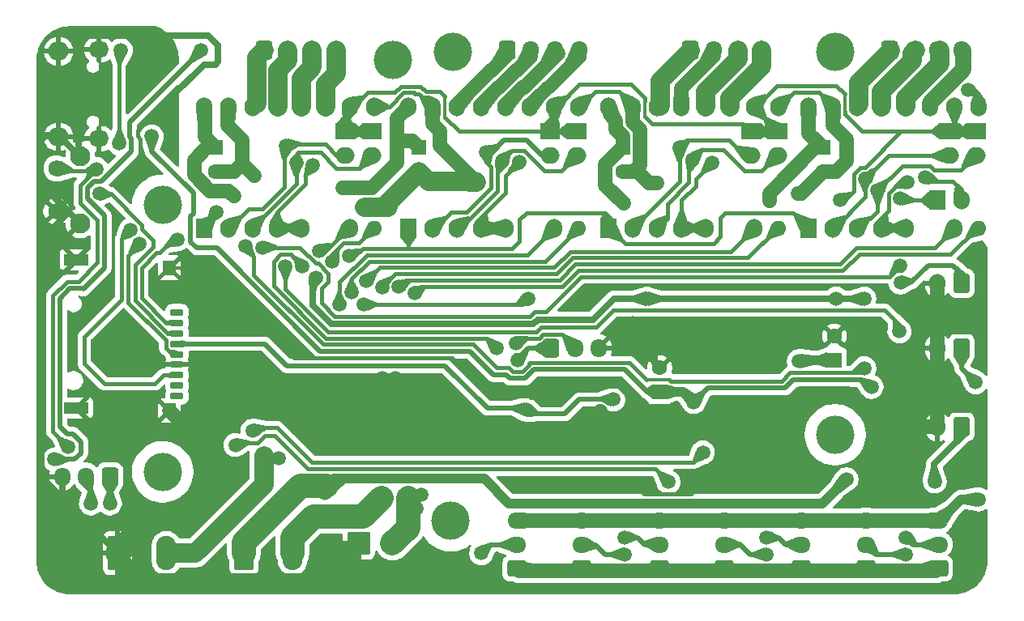
<source format=gbr>
%TF.GenerationSoftware,KiCad,Pcbnew,9.0.1-9.0.1-0~ubuntu24.04.1*%
%TF.CreationDate,2025-04-30T23:19:22+03:00*%
%TF.ProjectId,HYB_ESPA,4859425f-4553-4504-912e-6b696361645f,V_0.1b*%
%TF.SameCoordinates,PX5f5e100PY5f5e100*%
%TF.FileFunction,Copper,L2,Bot*%
%TF.FilePolarity,Positive*%
%FSLAX46Y46*%
G04 Gerber Fmt 4.6, Leading zero omitted, Abs format (unit mm)*
G04 Created by KiCad (PCBNEW 9.0.1-9.0.1-0~ubuntu24.04.1) date 2025-04-30 23:19:22*
%MOMM*%
%LPD*%
G01*
G04 APERTURE LIST*
G04 Aperture macros list*
%AMRoundRect*
0 Rectangle with rounded corners*
0 $1 Rounding radius*
0 $2 $3 $4 $5 $6 $7 $8 $9 X,Y pos of 4 corners*
0 Add a 4 corners polygon primitive as box body*
4,1,4,$2,$3,$4,$5,$6,$7,$8,$9,$2,$3,0*
0 Add four circle primitives for the rounded corners*
1,1,$1+$1,$2,$3*
1,1,$1+$1,$4,$5*
1,1,$1+$1,$6,$7*
1,1,$1+$1,$8,$9*
0 Add four rect primitives between the rounded corners*
20,1,$1+$1,$2,$3,$4,$5,0*
20,1,$1+$1,$4,$5,$6,$7,0*
20,1,$1+$1,$6,$7,$8,$9,0*
20,1,$1+$1,$8,$9,$2,$3,0*%
G04 Aperture macros list end*
%TA.AperFunction,ComponentPad*%
%ADD10RoundRect,0.249999X-0.790001X-1.550001X0.790001X-1.550001X0.790001X1.550001X-0.790001X1.550001X0*%
%TD*%
%TA.AperFunction,ComponentPad*%
%ADD11O,2.080000X3.600000*%
%TD*%
%TA.AperFunction,ComponentPad*%
%ADD12RoundRect,0.250000X0.725000X-0.600000X0.725000X0.600000X-0.725000X0.600000X-0.725000X-0.600000X0*%
%TD*%
%TA.AperFunction,ComponentPad*%
%ADD13O,1.950000X1.700000*%
%TD*%
%TA.AperFunction,ComponentPad*%
%ADD14O,2.100000X1.700000*%
%TD*%
%TA.AperFunction,ComponentPad*%
%ADD15O,2.100000X2.000000*%
%TD*%
%TA.AperFunction,ComponentPad*%
%ADD16R,2.000000X1.700000*%
%TD*%
%TA.AperFunction,ComponentPad*%
%ADD17O,2.000000X1.700000*%
%TD*%
%TA.AperFunction,ComponentPad*%
%ADD18R,1.600000X1.600000*%
%TD*%
%TA.AperFunction,ComponentPad*%
%ADD19C,1.600000*%
%TD*%
%TA.AperFunction,ComponentPad*%
%ADD20R,1.700000X2.000000*%
%TD*%
%TA.AperFunction,ComponentPad*%
%ADD21O,1.700000X2.000000*%
%TD*%
%TA.AperFunction,ComponentPad*%
%ADD22RoundRect,0.250000X0.600000X0.750000X-0.600000X0.750000X-0.600000X-0.750000X0.600000X-0.750000X0*%
%TD*%
%TA.AperFunction,ComponentPad*%
%ADD23O,1.600000X1.600000*%
%TD*%
%TA.AperFunction,ComponentPad*%
%ADD24C,4.000000*%
%TD*%
%TA.AperFunction,ComponentPad*%
%ADD25RoundRect,0.250000X-0.600000X-0.725000X0.600000X-0.725000X0.600000X0.725000X-0.600000X0.725000X0*%
%TD*%
%TA.AperFunction,ComponentPad*%
%ADD26O,1.700000X1.950000*%
%TD*%
%TA.AperFunction,ComponentPad*%
%ADD27RoundRect,0.250000X0.600000X0.725000X-0.600000X0.725000X-0.600000X-0.725000X0.600000X-0.725000X0*%
%TD*%
%TA.AperFunction,ComponentPad*%
%ADD28RoundRect,0.250001X-0.949999X-0.949999X0.949999X-0.949999X0.949999X0.949999X-0.949999X0.949999X0*%
%TD*%
%TA.AperFunction,ComponentPad*%
%ADD29C,2.400000*%
%TD*%
%TA.AperFunction,ComponentPad*%
%ADD30C,1.750000*%
%TD*%
%TA.AperFunction,ComponentPad*%
%ADD31C,2.100000*%
%TD*%
%TA.AperFunction,SMDPad,CuDef*%
%ADD32RoundRect,0.175000X0.525000X-0.175000X0.525000X0.175000X-0.525000X0.175000X-0.525000X-0.175000X0*%
%TD*%
%TA.AperFunction,SMDPad,CuDef*%
%ADD33R,1.400000X1.600000*%
%TD*%
%TA.AperFunction,SMDPad,CuDef*%
%ADD34R,1.400000X1.500000*%
%TD*%
%TA.AperFunction,SMDPad,CuDef*%
%ADD35R,2.500000X1.200000*%
%TD*%
%TA.AperFunction,ViaPad*%
%ADD36C,1.500000*%
%TD*%
%TA.AperFunction,ViaPad*%
%ADD37C,5.000000*%
%TD*%
%TA.AperFunction,Conductor*%
%ADD38C,0.300000*%
%TD*%
%TA.AperFunction,Conductor*%
%ADD39C,0.500000*%
%TD*%
%TA.AperFunction,Conductor*%
%ADD40C,0.700000*%
%TD*%
%TA.AperFunction,Conductor*%
%ADD41C,0.400000*%
%TD*%
%TA.AperFunction,Conductor*%
%ADD42C,1.500000*%
%TD*%
%TA.AperFunction,Conductor*%
%ADD43C,2.500000*%
%TD*%
%TA.AperFunction,Conductor*%
%ADD44C,2.000000*%
%TD*%
%TA.AperFunction,Conductor*%
%ADD45C,1.000000*%
%TD*%
%TA.AperFunction,Conductor*%
%ADD46C,1.450000*%
%TD*%
%TA.AperFunction,Conductor*%
%ADD47C,1.400000*%
%TD*%
%TA.AperFunction,Conductor*%
%ADD48C,1.700000*%
%TD*%
%TA.AperFunction,Conductor*%
%ADD49C,0.350000*%
%TD*%
G04 APERTURE END LIST*
D10*
%TO.P,J21,1,Pin_1*%
%TO.N,GND*%
X8800000Y4600000D03*
D11*
%TO.P,J21,2,Pin_2*%
%TO.N,Net-(J21-Pin_2)*%
X13880000Y4600000D03*
%TD*%
D12*
%TO.P,J26,1,Pin_1*%
%TO.N,+5V_lim*%
X65401242Y3000000D03*
D13*
%TO.P,J26,2,Pin_2*%
%TO.N,Net-(J26-Pin_2)*%
X65401242Y5500000D03*
%TO.P,J26,3,Pin_3*%
%TO.N,GND_lim*%
X65401242Y8000000D03*
%TD*%
D14*
%TO.P,J2,S1,SHIELD*%
%TO.N,GND*%
X6815000Y57250000D03*
D15*
X2635000Y57070000D03*
X2635000Y48130000D03*
D14*
X6815000Y47950000D03*
%TD*%
D16*
%TO.P,J5,1,Pin_1*%
%TO.N,+3V3*%
X32600000Y48700000D03*
D17*
%TO.P,J5,2,Pin_2*%
%TO.N,/E_MS1*%
X32600000Y46160000D03*
%TD*%
D18*
%TO.P,C3,1*%
%TO.N,VDC_Secure*%
X19000000Y47000000D03*
D19*
%TO.P,C3,2*%
%TO.N,GND_Stepper*%
X19000000Y44500000D03*
%TD*%
D20*
%TO.P,J31,1,Pin_1*%
%TO.N,/TXD_UART1*%
X94425000Y41500000D03*
D21*
%TO.P,J31,2,Pin_2*%
%TO.N,/RXD_UART1*%
X96965000Y41500000D03*
%TD*%
D22*
%TO.P,J18,1,Pin_1*%
%TO.N,Net-(D6-A)*%
X97000000Y26010690D03*
D21*
%TO.P,J18,2,Pin_2*%
%TO.N,GND*%
X94500000Y26010690D03*
%TD*%
D16*
%TO.P,J12,1,Pin_1*%
%TO.N,+3V3*%
X77800000Y48700000D03*
D17*
%TO.P,J12,2,Pin_2*%
%TO.N,/Y_MS2*%
X77800000Y46160000D03*
%TD*%
D20*
%TO.P,U5,1,EN*%
%TO.N,/Stepper_EN*%
X60100000Y38600000D03*
D21*
%TO.P,U5,2,MS1*%
%TO.N,/Y_MS1*%
X62640000Y38600000D03*
%TO.P,U5,3,MS2*%
%TO.N,/Y_MS2*%
X65180000Y38600000D03*
%TO.P,U5,4,MS3*%
%TO.N,/Y_UART*%
X67720000Y38600000D03*
%TO.P,U5,5,~{RST}*%
X70260000Y38600000D03*
%TO.P,U5,7,STEP*%
%TO.N,/Y_Step*%
X75340000Y38600000D03*
D23*
%TO.P,U5,8,DIR*%
%TO.N,/Y_Dir*%
X77880000Y38600000D03*
D21*
%TO.P,U5,9,GND*%
%TO.N,GND_Stepper*%
X77880000Y51300000D03*
%TO.P,U5,10,+5V*%
%TO.N,+3V3*%
X75340000Y51300000D03*
%TO.P,U5,11,1A*%
%TO.N,Net-(J13-Pin_4)*%
X72800000Y51300000D03*
%TO.P,U5,12,1B*%
%TO.N,Net-(J13-Pin_3)*%
X70260000Y51300000D03*
%TO.P,U5,13,2A*%
%TO.N,Net-(J13-Pin_2)*%
X67720000Y51300000D03*
%TO.P,U5,14,2B*%
%TO.N,Net-(J13-Pin_1)*%
X65180000Y51300000D03*
%TO.P,U5,15,GND*%
%TO.N,GND_Stepper*%
X62640000Y51300000D03*
%TO.P,U5,16,+12V*%
%TO.N,VDC_Secure*%
X60100000Y51300000D03*
%TD*%
D24*
%TO.P,H2,1*%
%TO.N,N/C*%
X37600000Y56200000D03*
%TD*%
D20*
%TO.P,U3,1,EN*%
%TO.N,/Stepper_EN*%
X17800000Y38600000D03*
D21*
%TO.P,U3,2,MS1*%
%TO.N,/E_MS1*%
X20340000Y38600000D03*
%TO.P,U3,3,MS2*%
%TO.N,/E_MS2*%
X22880000Y38600000D03*
%TO.P,U3,4,MS3*%
%TO.N,/E_UART*%
X25420000Y38600000D03*
%TO.P,U3,5,~{RST}*%
X27960000Y38600000D03*
%TO.P,U3,7,STEP*%
%TO.N,/E_Step*%
X33040000Y38600000D03*
D23*
%TO.P,U3,8,DIR*%
%TO.N,/E_Dir*%
X35580000Y38600000D03*
D21*
%TO.P,U3,9,GND*%
%TO.N,GND_Stepper*%
X35580000Y51300000D03*
%TO.P,U3,10,+5V*%
%TO.N,+3V3*%
X33040000Y51300000D03*
%TO.P,U3,11,1A*%
%TO.N,Net-(J3-Pin_4)*%
X30500000Y51300000D03*
%TO.P,U3,12,1B*%
%TO.N,Net-(J3-Pin_3)*%
X27960000Y51300000D03*
%TO.P,U3,13,2A*%
%TO.N,Net-(J3-Pin_2)*%
X25420000Y51300000D03*
%TO.P,U3,14,2B*%
%TO.N,Net-(J3-Pin_1)*%
X22880000Y51300000D03*
%TO.P,U3,15,GND*%
%TO.N,GND_Stepper*%
X20340000Y51300000D03*
%TO.P,U3,16,+12V*%
%TO.N,VDC_Secure*%
X17800000Y51300000D03*
%TD*%
D20*
%TO.P,U6,1,EN*%
%TO.N,/Stepper_EN*%
X81020000Y38600000D03*
D21*
%TO.P,U6,2,MS1*%
%TO.N,/X_MS1*%
X83560000Y38600000D03*
%TO.P,U6,3,MS2*%
%TO.N,/X_MS2*%
X86100000Y38600000D03*
%TO.P,U6,4,MS3*%
%TO.N,/X_UART*%
X88640000Y38600000D03*
%TO.P,U6,5,~{RST}*%
X91180000Y38600000D03*
%TO.P,U6,7,STEP*%
%TO.N,/X_Step*%
X96260000Y38600000D03*
D23*
%TO.P,U6,8,DIR*%
%TO.N,/X_Dir*%
X98800000Y38600000D03*
D21*
%TO.P,U6,9,GND*%
%TO.N,GND_Stepper*%
X98800000Y51300000D03*
%TO.P,U6,10,+5V*%
%TO.N,+3V3*%
X96260000Y51300000D03*
%TO.P,U6,11,1A*%
%TO.N,Net-(J9-Pin_4)*%
X93720000Y51300000D03*
%TO.P,U6,12,1B*%
%TO.N,Net-(J9-Pin_3)*%
X91180000Y51300000D03*
%TO.P,U6,13,2A*%
%TO.N,Net-(J9-Pin_2)*%
X88640000Y51300000D03*
%TO.P,U6,14,2B*%
%TO.N,Net-(J9-Pin_1)*%
X86100000Y51300000D03*
%TO.P,U6,15,GND*%
%TO.N,GND_Stepper*%
X83560000Y51300000D03*
%TO.P,U6,16,+12V*%
%TO.N,VDC_Secure*%
X81020000Y51300000D03*
%TD*%
D16*
%TO.P,J11,1,Pin_1*%
%TO.N,+3V3*%
X95700000Y48700000D03*
D17*
%TO.P,J11,2,Pin_2*%
%TO.N,/X_MS1*%
X95700000Y46160000D03*
%TD*%
D18*
%TO.P,C23,1*%
%TO.N,+5V*%
X65450000Y21467620D03*
D19*
%TO.P,C23,2*%
%TO.N,GND*%
X65450000Y23967620D03*
%TD*%
D25*
%TO.P,J6,1,Pin_1*%
%TO.N,Net-(J6-Pin_1)*%
X49500000Y57200000D03*
D26*
%TO.P,J6,2,Pin_2*%
%TO.N,Net-(J6-Pin_2)*%
X52000000Y57200000D03*
%TO.P,J6,3,Pin_3*%
%TO.N,Net-(J6-Pin_3)*%
X54500000Y57200000D03*
%TO.P,J6,4,Pin_4*%
%TO.N,Net-(J6-Pin_4)*%
X57000000Y57200000D03*
%TD*%
D25*
%TO.P,J9,1,Pin_1*%
%TO.N,Net-(J9-Pin_1)*%
X89500000Y57200000D03*
D26*
%TO.P,J9,2,Pin_2*%
%TO.N,Net-(J9-Pin_2)*%
X92000000Y57200000D03*
%TO.P,J9,3,Pin_3*%
%TO.N,Net-(J9-Pin_3)*%
X94500000Y57200000D03*
%TO.P,J9,4,Pin_4*%
%TO.N,Net-(J9-Pin_4)*%
X97000000Y57200000D03*
%TD*%
D16*
%TO.P,J4,1,Pin_1*%
%TO.N,+3V3*%
X35400000Y48700000D03*
D17*
%TO.P,J4,2,Pin_2*%
%TO.N,/E_MS2*%
X35400000Y46160000D03*
%TD*%
D10*
%TO.P,J23,1,Pin_1*%
%TO.N,VDC*%
X22000000Y4600000D03*
D11*
%TO.P,J23,2,Pin_2*%
%TO.N,VDC_Secure*%
X27080000Y4600000D03*
%TD*%
D24*
%TO.P,H5,1*%
%TO.N,N/C*%
X13500000Y13100000D03*
%TD*%
D18*
%TO.P,C5,1*%
%TO.N,VDC_Secure*%
X40300000Y47000000D03*
D19*
%TO.P,C5,2*%
%TO.N,GND_Stepper*%
X40300000Y44500000D03*
%TD*%
D20*
%TO.P,U4,1,EN*%
%TO.N,/Stepper_EN*%
X39200000Y38600000D03*
D21*
%TO.P,U4,2,MS1*%
%TO.N,/Z_MS1*%
X41740000Y38600000D03*
%TO.P,U4,3,MS2*%
%TO.N,/Z_MS2*%
X44280000Y38600000D03*
%TO.P,U4,4,MS3*%
%TO.N,/Z_UART*%
X46820000Y38600000D03*
%TO.P,U4,5,~{RST}*%
X49360000Y38600000D03*
%TO.P,U4,7,STEP*%
%TO.N,/Z_Step*%
X54440000Y38600000D03*
D23*
%TO.P,U4,8,DIR*%
%TO.N,/Z_Dir*%
X56980000Y38600000D03*
D21*
%TO.P,U4,9,GND*%
%TO.N,GND_Stepper*%
X56980000Y51300000D03*
%TO.P,U4,10,+5V*%
%TO.N,+3V3*%
X54440000Y51300000D03*
%TO.P,U4,11,1A*%
%TO.N,Net-(J6-Pin_4)*%
X51900000Y51300000D03*
%TO.P,U4,12,1B*%
%TO.N,Net-(J6-Pin_3)*%
X49360000Y51300000D03*
%TO.P,U4,13,2A*%
%TO.N,Net-(J6-Pin_2)*%
X46820000Y51300000D03*
%TO.P,U4,14,2B*%
%TO.N,Net-(J6-Pin_1)*%
X44280000Y51300000D03*
%TO.P,U4,15,GND*%
%TO.N,GND_Stepper*%
X41740000Y51300000D03*
%TO.P,U4,16,+12V*%
%TO.N,VDC_Secure*%
X39200000Y51300000D03*
%TD*%
D25*
%TO.P,J16,1,Pin_1*%
%TO.N,Net-(D2-A)*%
X54100000Y26000000D03*
D26*
%TO.P,J16,2,Pin_2*%
%TO.N,/~{Air}*%
X56600000Y26000000D03*
%TO.P,J16,3,Pin_3*%
%TO.N,GND*%
X59100000Y26000000D03*
%TD*%
D24*
%TO.P,H3,1*%
%TO.N,N/C*%
X43800000Y57000000D03*
%TD*%
D16*
%TO.P,J8,1,Pin_1*%
%TO.N,+3V3*%
X56800000Y48700000D03*
D17*
%TO.P,J8,2,Pin_2*%
%TO.N,/Z_MS2*%
X56800000Y46160000D03*
%TD*%
D25*
%TO.P,J3,1,Pin_1*%
%TO.N,Net-(J3-Pin_1)*%
X24100000Y57200000D03*
D26*
%TO.P,J3,2,Pin_2*%
%TO.N,Net-(J3-Pin_2)*%
X26600000Y57200000D03*
%TO.P,J3,3,Pin_3*%
%TO.N,Net-(J3-Pin_3)*%
X29100000Y57200000D03*
%TO.P,J3,4,Pin_4*%
%TO.N,Net-(J3-Pin_4)*%
X31600000Y57200000D03*
%TD*%
D27*
%TO.P,J15,1,Pin_1*%
%TO.N,/TB*%
X8000000Y12600000D03*
D26*
%TO.P,J15,2,Pin_2*%
%TO.N,/TE*%
X5500000Y12600000D03*
%TO.P,J15,3,Pin_3*%
%TO.N,GND*%
X3000000Y12600000D03*
%TD*%
D25*
%TO.P,J13,1,Pin_1*%
%TO.N,Net-(J13-Pin_1)*%
X68600000Y57200000D03*
D26*
%TO.P,J13,2,Pin_2*%
%TO.N,Net-(J13-Pin_2)*%
X71100000Y57200000D03*
%TO.P,J13,3,Pin_3*%
%TO.N,Net-(J13-Pin_3)*%
X73600000Y57200000D03*
%TO.P,J13,4,Pin_4*%
%TO.N,Net-(J13-Pin_4)*%
X76100000Y57200000D03*
%TD*%
D18*
%TO.P,C6,1*%
%TO.N,VDC_Secure*%
X82520000Y47000000D03*
D19*
%TO.P,C6,2*%
%TO.N,GND_Stepper*%
X82520000Y44500000D03*
%TD*%
D22*
%TO.P,J17,1,Pin_1*%
%TO.N,Net-(D5-A)*%
X97000000Y32810690D03*
D21*
%TO.P,J17,2,Pin_2*%
%TO.N,GND*%
X94500000Y32810690D03*
%TD*%
D24*
%TO.P,H4,1*%
%TO.N,N/C*%
X83800000Y57000000D03*
%TD*%
D12*
%TO.P,J28,1,Pin_1*%
%TO.N,+5V_lim*%
X72201242Y3000000D03*
D13*
%TO.P,J28,2,Pin_2*%
%TO.N,Net-(J28-Pin_2)*%
X72201242Y5500000D03*
%TO.P,J28,3,Pin_3*%
%TO.N,GND_lim*%
X72201242Y8000000D03*
%TD*%
D12*
%TO.P,J27,1,Pin_1*%
%TO.N,+5V_lim*%
X80200000Y3000000D03*
D13*
%TO.P,J27,2,Pin_2*%
%TO.N,Net-(J27-Pin_2)*%
X80200000Y5500000D03*
%TO.P,J27,3,Pin_3*%
%TO.N,GND_lim*%
X80200000Y8000000D03*
%TD*%
D28*
%TO.P,J22,1,Pin_1*%
%TO.N,GND*%
X34020000Y5600000D03*
D29*
%TO.P,J22,2,Pin_2*%
%TO.N,Net-(J22-Pin_2)*%
X37520000Y5600000D03*
%TD*%
D12*
%TO.P,J24,1,Pin_1*%
%TO.N,+5V_lim*%
X50505097Y3000000D03*
D13*
%TO.P,J24,2,Pin_2*%
%TO.N,Net-(J24-Pin_2)*%
X50505097Y5500000D03*
%TO.P,J24,3,Pin_3*%
%TO.N,GND_lim*%
X50505097Y8000000D03*
%TD*%
D18*
%TO.P,C4,1*%
%TO.N,VDC_Secure*%
X61600000Y47000000D03*
D19*
%TO.P,C4,2*%
%TO.N,GND_Stepper*%
X61600000Y44500000D03*
%TD*%
D30*
%TO.P,SW1,1,1*%
%TO.N,GND*%
X2400000Y40349999D03*
%TO.P,SW1,2,2*%
%TO.N,/EN*%
X2400000Y44849999D03*
D31*
%TO.P,SW1,SH,B*%
%TO.N,GND*%
X4890000Y39099999D03*
X4890000Y46109999D03*
%TD*%
D16*
%TO.P,J10,1,Pin_1*%
%TO.N,+3V3*%
X75000000Y48700000D03*
D17*
%TO.P,J10,2,Pin_2*%
%TO.N,/Y_MS1*%
X75000000Y46160000D03*
%TD*%
D18*
%TO.P,C12,1*%
%TO.N,VDC*%
X83700000Y24800000D03*
D19*
%TO.P,C12,2*%
%TO.N,GND*%
X83700000Y27300000D03*
%TD*%
D24*
%TO.P,H6,1*%
%TO.N,N/C*%
X83800000Y17000000D03*
%TD*%
D16*
%TO.P,J14,1,Pin_1*%
%TO.N,+3V3*%
X98500000Y48700000D03*
D17*
%TO.P,J14,2,Pin_2*%
%TO.N,/X_MS2*%
X98500000Y46160000D03*
%TD*%
D22*
%TO.P,J19,1,Pin_1*%
%TO.N,Net-(J19-Pin_1)*%
X97000000Y17800000D03*
D21*
%TO.P,J19,2,Pin_2*%
%TO.N,GND*%
X94500000Y17800000D03*
%TD*%
D12*
%TO.P,J30,1,Pin_1*%
%TO.N,+5V_lim*%
X94600000Y3000000D03*
D13*
%TO.P,J30,2,Pin_2*%
%TO.N,Net-(J30-Pin_2)*%
X94600000Y5500000D03*
%TO.P,J30,3,Pin_3*%
%TO.N,GND_lim*%
X94600000Y8000000D03*
%TD*%
D24*
%TO.P,H1,1*%
%TO.N,N/C*%
X13500000Y41000000D03*
%TD*%
D16*
%TO.P,J7,1,Pin_1*%
%TO.N,+3V3*%
X54000000Y48700000D03*
D17*
%TO.P,J7,2,Pin_2*%
%TO.N,/Z_MS1*%
X54000000Y46160000D03*
%TD*%
D24*
%TO.P,H7,1*%
%TO.N,N/C*%
X43590000Y8000000D03*
%TD*%
D12*
%TO.P,J25,1,Pin_1*%
%TO.N,+5V_lim*%
X57305097Y3000000D03*
D13*
%TO.P,J25,2,Pin_2*%
%TO.N,Net-(J25-Pin_2)*%
X57305097Y5500000D03*
%TO.P,J25,3,Pin_3*%
%TO.N,GND_lim*%
X57305097Y8000000D03*
%TD*%
D12*
%TO.P,J29,1,Pin_1*%
%TO.N,+5V_lim*%
X87000000Y3000000D03*
D13*
%TO.P,J29,2,Pin_2*%
%TO.N,Net-(J29-Pin_2)*%
X87000000Y5500000D03*
%TO.P,J29,3,Pin_3*%
%TO.N,GND_lim*%
X87000000Y8000000D03*
%TD*%
D32*
%TO.P,J20,1,DAT2*%
%TO.N,unconnected-(J20-DAT2-Pad1)*%
X15000000Y29800000D03*
%TO.P,J20,2,DAT3/CD*%
%TO.N,/SS*%
X15000000Y28700000D03*
%TO.P,J20,3,CMD*%
%TO.N,/MOSI*%
X15000000Y27600000D03*
%TO.P,J20,4,VDD*%
%TO.N,+3V3*%
X15000000Y26500000D03*
%TO.P,J20,5,CLK*%
%TO.N,/SCK*%
X15000000Y25400000D03*
%TO.P,J20,6,VSS*%
%TO.N,GND*%
X15000000Y24300000D03*
%TO.P,J20,7,DAT0*%
%TO.N,/MISO*%
X15000000Y23200000D03*
%TO.P,J20,8,DAT1*%
%TO.N,unconnected-(J20-DAT1-Pad8)*%
X15000000Y22100000D03*
%TO.P,J20,9,DET*%
%TO.N,unconnected-(J20-DET-Pad9)*%
X15000000Y21000000D03*
D33*
%TO.P,J20,SH1,SHIELD*%
%TO.N,GND*%
X14200000Y34450000D03*
D34*
%TO.P,J20,SH2,SHIELD*%
X14200000Y19500000D03*
D35*
%TO.P,J20,SH3,SHIELD*%
X4500000Y19800000D03*
%TO.P,J20,SH4,SHIELD*%
X4500000Y35300000D03*
%TD*%
D36*
%TO.N,GND*%
X64900000Y27000000D03*
X94500000Y22400000D03*
X21072947Y20171284D03*
X36400000Y21300000D03*
X62590000Y28700000D03*
X37800000Y22900000D03*
X36500000Y22900000D03*
D37*
X9300000Y25900000D03*
D36*
X89670000Y16800000D03*
X59200000Y19400000D03*
X4100000Y1250000D03*
X43100000Y1500000D03*
%TO.N,+3V3*%
X86841360Y31210000D03*
X29512984Y33414400D03*
X83900000Y31210000D03*
X2198379Y14403394D03*
X51499152Y19605200D03*
X17540000Y57200000D03*
X84300000Y41500000D03*
X60600000Y20670000D03*
X64100000Y31210000D03*
%TO.N,/TE*%
X6000000Y9800000D03*
%TO.N,/TB*%
X8000000Y9800000D03*
%TO.N,VDC_Secure*%
X76900000Y41410000D03*
X20960792Y41951091D03*
X31400000Y8200000D03*
X32344508Y42840000D03*
X61660636Y41200000D03*
X35300000Y9300000D03*
X36400000Y10380000D03*
%TO.N,+5V*%
X87584423Y21984423D03*
X12350858Y48179962D03*
X69018569Y20395653D03*
%TO.N,VDC*%
X31400775Y11819745D03*
X79999077Y24674245D03*
X84964011Y12314467D03*
X30150773Y12179745D03*
X30450773Y10879745D03*
%TO.N,/X_Diag*%
X22900000Y17400000D03*
X69969516Y15126153D03*
%TO.N,/EN*%
X6587618Y44759999D03*
X3650000Y15663394D03*
%TO.N,/Y_Diag*%
X66358044Y12046417D03*
X21100000Y15900000D03*
%TO.N,/Z_Diag*%
X28099313Y34578289D03*
X48400000Y26000000D03*
%TO.N,Net-(D5-A)*%
X90610000Y32900000D03*
%TO.N,Net-(D6-A)*%
X98467732Y22467732D03*
%TO.N,Net-(F1-Pad2)*%
X8962326Y47450556D03*
X9133173Y57200000D03*
%TO.N,+5V_lim*%
X91400000Y2719997D03*
%TO.N,/TXD_UART1*%
X90600000Y41700000D03*
%TO.N,/RXD_UART1*%
X93200000Y43900000D03*
%TO.N,GND_lim*%
X98750454Y10214990D03*
%TO.N,Net-(J19-Pin_1)*%
X94200000Y12100000D03*
%TO.N,/~{Air}*%
X50436860Y26540000D03*
%TO.N,/SCK*%
X11091819Y36918943D03*
%TO.N,/MISO*%
X10151000Y38406380D03*
%TO.N,/MOSI*%
X6889222Y42201623D03*
%TO.N,/SS*%
X15058684Y37411695D03*
%TO.N,/X_MS1*%
X86943755Y43740408D03*
%TO.N,/X_MS2*%
X88227296Y42536194D03*
%TO.N,/Y_MS2*%
X68900000Y45800000D03*
%TO.N,/Y_MS1*%
X67500000Y47000000D03*
%TO.N,/Z_MS2*%
X49001049Y45634958D03*
%TO.N,/Z_MS1*%
X47300000Y46500000D03*
%TO.N,/E_MS2*%
X27471843Y45463287D03*
%TO.N,/E_MS1*%
X26415000Y47207983D03*
%TO.N,/X_UART*%
X91300000Y43400000D03*
%TO.N,/SGN_AIR*%
X51700000Y31200000D03*
X34501811Y30580002D03*
%TO.N,/Y_UART*%
X70900000Y45400000D03*
%TO.N,/Z_UART*%
X50754680Y45485335D03*
%TO.N,/E_UART*%
X29200000Y45130000D03*
%TO.N,/Z_Dir*%
X33278213Y31845078D03*
%TO.N,/Z_Step*%
X31996389Y30580000D03*
%TO.N,/Stepper_EN*%
X32994446Y35648437D03*
X19100000Y40300000D03*
%TO.N,/Y_Step*%
X34787807Y33047704D03*
%TO.N,/E_Dir*%
X31246928Y35102952D03*
%TO.N,/O_PWM2*%
X23945409Y36545584D03*
X90600000Y34660003D03*
%TO.N,/Y_Dir*%
X36430510Y32415932D03*
%TO.N,/X_Step*%
X38190248Y32446451D03*
%TO.N,/E_Step*%
X29886524Y36219604D03*
%TO.N,/X_Dir*%
X39842381Y31815638D03*
%TO.N,/O_PWM1*%
X90500000Y27800000D03*
X26339319Y34583715D03*
%TO.N,Net-(J21-Pin_2)*%
X24400000Y13800000D03*
X24065599Y14774070D03*
X25600000Y14500000D03*
%TO.N,Net-(J24-Pin_2)*%
X46800000Y4600000D03*
%TO.N,Net-(D2-A)*%
X50592816Y24786921D03*
%TO.N,Net-(J25-Pin_2)*%
X61800000Y4479997D03*
%TO.N,GND_Stepper*%
X65200000Y43300000D03*
X43900000Y43472663D03*
X34600000Y40800000D03*
X45100000Y43400000D03*
X97715219Y53084781D03*
X46300000Y43400000D03*
X79900000Y42200000D03*
X23065685Y44065685D03*
X35900000Y40800000D03*
X37100000Y40800000D03*
%TO.N,Net-(J26-Pin_2)*%
X61800000Y6240000D03*
%TO.N,Net-(J27-Pin_2)*%
X76600000Y6240000D03*
%TO.N,Net-(J28-Pin_2)*%
X76600000Y4479997D03*
%TO.N,Net-(J29-Pin_2)*%
X91200000Y4479997D03*
%TO.N,Net-(J30-Pin_2)*%
X91200000Y6240000D03*
%TO.N,/Probe_Diag*%
X86835755Y23937748D03*
X22192254Y36701682D03*
%TO.N,Net-(J22-Pin_2)*%
X40529115Y10706300D03*
X39160000Y10380000D03*
X40000000Y9300000D03*
%TD*%
D38*
%TO.N,GND*%
X15300000Y34450000D02*
X21600000Y28150000D01*
D39*
X10900000Y24300000D02*
X9300000Y25900000D01*
D38*
X48260000Y20740000D02*
X44280010Y24719990D01*
D40*
X5117474Y58702707D02*
X18297293Y58702707D01*
D41*
X63800000Y10800000D02*
X62400000Y12200000D01*
D42*
X14200000Y19500000D02*
X16000000Y17700000D01*
D39*
X15000000Y24300000D02*
X17400000Y24300000D01*
D41*
X68700000Y10800000D02*
X64400000Y10800000D01*
D38*
X49980488Y20740000D02*
X48260000Y20740000D01*
X51784840Y20960000D02*
X50200488Y20960000D01*
D42*
X59300000Y16600000D02*
X64600000Y16600000D01*
X43500000Y16900000D02*
X59000000Y16900000D01*
D40*
X4805001Y46109999D02*
X2635000Y48280000D01*
D41*
X64400000Y10800000D02*
X63800000Y10800000D01*
D43*
X12600000Y8400000D02*
X15800000Y8400000D01*
D42*
X59000000Y16900000D02*
X59300000Y16600000D01*
D43*
X20200000Y21600000D02*
X37500000Y21600000D01*
D38*
X59750000Y18850000D02*
X61600000Y18850000D01*
D43*
X15800000Y8400000D02*
X18300000Y10900000D01*
D39*
X61675000Y28700000D02*
X62590000Y28700000D01*
D44*
X8800000Y4600000D02*
X8800000Y4000000D01*
D40*
X18297293Y58702707D02*
X19300000Y57700000D01*
X4700000Y58285233D02*
X5117474Y58702707D01*
D41*
X43719990Y25000000D02*
X44000000Y24719990D01*
D44*
X8800000Y4000000D02*
X11299000Y1501000D01*
D42*
X58900000Y17000000D02*
X59300000Y16600000D01*
D38*
X62350000Y20750000D02*
X61100000Y22000000D01*
D40*
X19000000Y55700000D02*
X17800000Y55700000D01*
X1280000Y48280000D02*
X2635000Y48280000D01*
X4700000Y46299999D02*
X4700000Y58285233D01*
X700000Y47700000D02*
X1280000Y48280000D01*
D38*
X14200000Y34450000D02*
X15300000Y34450000D01*
D40*
X4890000Y46109999D02*
X4805001Y46109999D01*
D38*
X56350000Y22000000D02*
X55100000Y20750000D01*
D45*
X11299000Y1501000D02*
X10998000Y1200000D01*
D40*
X19300000Y57700000D02*
X19300000Y56000000D01*
D42*
X65700000Y17700000D02*
X76600000Y17700000D01*
X76600000Y17700000D02*
X80200000Y21300000D01*
D40*
X3000000Y10400000D02*
X8800000Y4600000D01*
X700000Y43289999D02*
X700000Y47700000D01*
D41*
X75600000Y17700000D02*
X69300000Y11400000D01*
D42*
X64600000Y16600000D02*
X65700000Y17700000D01*
X85100000Y21300000D02*
X88600000Y17800000D01*
D39*
X15000000Y24300000D02*
X10900000Y24300000D01*
D38*
X61100000Y22000000D02*
X56350000Y22000000D01*
D45*
X4150000Y1200000D02*
X4100000Y1250000D01*
D43*
X18300000Y19700000D02*
X20200000Y21600000D01*
D38*
X59200000Y19400000D02*
X59750000Y18850000D01*
X50200488Y20960000D02*
X49980488Y20740000D01*
D44*
X11299000Y1501000D02*
X29921000Y1501000D01*
D39*
X21100000Y20400000D02*
X21100000Y20198337D01*
D38*
X21600000Y28150000D02*
X24100000Y28150000D01*
D42*
X94500000Y32810690D02*
X94500000Y22400000D01*
D39*
X94500000Y17800000D02*
X90670000Y17800000D01*
D41*
X69300000Y11400000D02*
X68700000Y10800000D01*
D40*
X17800000Y55700000D02*
X14400000Y52300000D01*
D38*
X55100000Y20750000D02*
X51994840Y20750000D01*
D42*
X42300000Y18100000D02*
X43500000Y16900000D01*
D40*
X4890000Y46109999D02*
X4700000Y46299999D01*
D38*
X62350000Y19600000D02*
X62350000Y20750000D01*
D42*
X94500000Y22400000D02*
X94500000Y17800000D01*
D41*
X14400000Y52300000D02*
X10900000Y48800000D01*
D40*
X800000Y37400000D02*
X800000Y12600000D01*
X19300000Y56000000D02*
X19000000Y55700000D01*
X4890000Y39099999D02*
X3694999Y40294999D01*
D41*
X27250000Y25000000D02*
X43719990Y25000000D01*
X11170000Y47916002D02*
X11170000Y45770000D01*
X10900000Y48800000D02*
X10900000Y48186002D01*
D43*
X8800000Y4600000D02*
X12600000Y8400000D01*
D39*
X59100000Y26000000D02*
X59100000Y26125000D01*
X21100000Y20198337D02*
X21072947Y20171284D01*
D38*
X24100000Y28150000D02*
X27250000Y25000000D01*
D42*
X59200000Y16700000D02*
X59200000Y19400000D01*
D45*
X10998000Y1200000D02*
X4150000Y1200000D01*
D44*
X8800000Y5000000D02*
X8800000Y4600000D01*
D39*
X59100000Y26125000D02*
X61675000Y28700000D01*
D40*
X3000000Y12600000D02*
X3000000Y10400000D01*
D39*
X14100000Y19400000D02*
X14223980Y19523980D01*
D40*
X64900000Y27000000D02*
X64900000Y24517620D01*
X64900000Y24517620D02*
X65450000Y23967620D01*
X800000Y12600000D02*
X3000000Y10400000D01*
X4890000Y39099999D02*
X700000Y43289999D01*
D38*
X44280010Y24719990D02*
X44000000Y24719990D01*
D44*
X29921000Y1501000D02*
X34020000Y5600000D01*
X35813891Y22369990D02*
X35813886Y22369995D01*
D38*
X61600000Y18850000D02*
X62350000Y19600000D01*
D41*
X76600000Y17700000D02*
X75600000Y17700000D01*
D40*
X2857430Y12600000D02*
X3000000Y12600000D01*
X3694999Y40294999D02*
X800000Y37400000D01*
D42*
X59300000Y16600000D02*
X59200000Y16700000D01*
D43*
X18300000Y10900000D02*
X18300000Y19700000D01*
D39*
X90670000Y17800000D02*
X89670000Y16800000D01*
D42*
X88600000Y17800000D02*
X94500000Y17800000D01*
D41*
X11170000Y45770000D02*
X10100000Y44700000D01*
D38*
X51994840Y20750000D02*
X51784840Y20960000D01*
D41*
X10900000Y48186002D02*
X11170000Y47916002D01*
D42*
X80200000Y21300000D02*
X85100000Y21300000D01*
D41*
%TO.N,+3V3*%
X32600000Y48675000D02*
X32600000Y50860000D01*
X64700000Y49500000D02*
X74175000Y49500000D01*
D39*
X4150000Y17050000D02*
X3500000Y17050000D01*
X5610000Y41690000D02*
X5610000Y42778289D01*
D41*
X63919000Y52181000D02*
X63919000Y51822324D01*
D39*
X10047000Y49647000D02*
X17540000Y57140000D01*
D41*
X96260000Y49460000D02*
X96260000Y51300000D01*
X56700000Y48700000D02*
X56700000Y48800000D01*
D39*
X26487724Y24200000D02*
X43000000Y24200000D01*
X47435776Y19764224D02*
X51340128Y19764224D01*
X2198379Y14403394D02*
X4303394Y14403394D01*
D41*
X77660000Y53500000D02*
X83900000Y53500000D01*
X86600000Y48700000D02*
X90688801Y48700000D01*
X75000000Y48675000D02*
X77775000Y48675000D01*
X77800000Y48720000D02*
X75340000Y51180000D01*
X41000000Y52900000D02*
X42500000Y52900000D01*
D40*
X31156364Y28560000D02*
X29200000Y30516364D01*
D39*
X60600000Y20670000D02*
X57070000Y20670000D01*
X17540000Y57140000D02*
X17540000Y57200000D01*
X3800000Y32300000D02*
X5100000Y32300000D01*
D38*
X84821000Y52579000D02*
X84821000Y50795676D01*
D39*
X24187724Y26500000D02*
X26487724Y24200000D01*
D41*
X85733755Y42433755D02*
X84800000Y41500000D01*
X54775844Y51300000D02*
X57075844Y53600000D01*
X35400000Y48675000D02*
X32600000Y48675000D01*
D39*
X4950000Y15050000D02*
X4950000Y16250000D01*
D40*
X60265488Y30811000D02*
X60264072Y30811000D01*
X29200000Y33101416D02*
X29512984Y33414400D01*
D39*
X15000000Y26500000D02*
X24187724Y26500000D01*
D41*
X75340000Y51180000D02*
X75340000Y51300000D01*
X42500000Y52900000D02*
X43000000Y52400000D01*
D39*
X2739000Y31239000D02*
X3800000Y32300000D01*
D41*
X34900000Y52800000D02*
X37762586Y52800000D01*
X77775000Y48675000D02*
X77800000Y48700000D01*
D39*
X57070000Y20670000D02*
X55538262Y19138262D01*
D40*
X53875513Y29030000D02*
X52713673Y29030000D01*
D38*
X63919000Y51822324D02*
X63919000Y50281000D01*
D39*
X7400000Y34400000D02*
X7400000Y39900000D01*
X3500000Y17050000D02*
X2739000Y17811000D01*
D40*
X58484072Y29031000D02*
X53876513Y29031000D01*
D41*
X84800000Y41500000D02*
X84300000Y41500000D01*
D40*
X60664488Y31210000D02*
X60265488Y30811000D01*
D41*
X75460000Y51300000D02*
X77660000Y53500000D01*
D39*
X2739000Y17811000D02*
X2739000Y31239000D01*
X86841360Y30741360D02*
X86841360Y31210000D01*
X7400000Y39900000D02*
X5610000Y41690000D01*
X5200000Y32200000D02*
X7400000Y34400000D01*
D41*
X37762586Y52800000D02*
X38383586Y53421000D01*
X84821000Y50795676D02*
X84821000Y50479000D01*
D39*
X51340128Y19764224D02*
X51499152Y19605200D01*
D40*
X64100000Y31210000D02*
X86841360Y31210000D01*
D39*
X4303394Y14403394D02*
X4950000Y15050000D01*
X10222326Y47972466D02*
X10047000Y48147792D01*
X5100000Y32300000D02*
X5200000Y32200000D01*
D41*
X84821000Y50479000D02*
X86600000Y48700000D01*
X54440000Y51300000D02*
X54775844Y51300000D01*
X54440000Y49140000D02*
X54000000Y48700000D01*
X63919000Y50281000D02*
X64700000Y49500000D01*
X54440000Y51300000D02*
X54440000Y49140000D01*
X43000000Y50200000D02*
X44500000Y48700000D01*
X62500000Y53600000D02*
X63919000Y52181000D01*
X57075844Y53600000D02*
X62500000Y53600000D01*
X86939209Y44950408D02*
X86442556Y44950408D01*
D39*
X55538262Y19138262D02*
X51966090Y19138262D01*
D41*
X33400000Y51300000D02*
X34900000Y52800000D01*
D39*
X5610000Y42778289D02*
X6331710Y43499999D01*
D40*
X53876513Y29031000D02*
X53875513Y29030000D01*
X60264072Y30811000D02*
X58484072Y29031000D01*
D41*
X44500000Y48700000D02*
X56700000Y48700000D01*
D39*
X7109528Y43499999D02*
X10222326Y46612797D01*
D41*
X38383586Y53421000D02*
X40479000Y53421000D01*
D40*
X64100000Y31210000D02*
X60664488Y31210000D01*
D41*
X32600000Y50860000D02*
X33040000Y51300000D01*
X95700000Y48700000D02*
X90688801Y48700000D01*
D39*
X43000000Y24200000D02*
X47435776Y19764224D01*
D41*
X85733755Y44241607D02*
X85733755Y42433755D01*
D40*
X52713673Y29030000D02*
X52243673Y28560000D01*
D41*
X77800000Y48700000D02*
X77900000Y48700000D01*
D39*
X6331710Y43499999D02*
X7109528Y43499999D01*
D41*
X95700000Y48700000D02*
X98500000Y48700000D01*
D39*
X10047000Y48147792D02*
X10047000Y49647000D01*
D41*
X75340000Y51300000D02*
X75340000Y51260000D01*
D39*
X10222326Y46612797D02*
X10222326Y47972466D01*
X51966090Y19138262D02*
X51499152Y19605200D01*
D41*
X86442556Y44950408D02*
X85733755Y44241607D01*
X96000000Y49200000D02*
X96260000Y49460000D01*
D39*
X4950000Y16250000D02*
X4150000Y17050000D01*
D41*
X74175000Y49500000D02*
X75000000Y48675000D01*
X90688801Y48700000D02*
X86939209Y44950408D01*
D40*
X52243673Y28560000D02*
X31156364Y28560000D01*
X29200000Y30516364D02*
X29200000Y33101416D01*
D41*
X40479000Y53421000D02*
X41000000Y52900000D01*
X83900000Y53500000D02*
X84821000Y52579000D01*
X33040000Y51300000D02*
X33400000Y51300000D01*
D38*
X43000000Y52400000D02*
X43000000Y50200000D01*
D41*
X75340000Y51300000D02*
X75460000Y51300000D01*
D39*
%TO.N,/TE*%
X6000000Y9800000D02*
X6000000Y12100000D01*
X6000000Y12100000D02*
X5500000Y12600000D01*
%TO.N,/TB*%
X8000000Y9800000D02*
X8000000Y12600000D01*
D42*
%TO.N,VDC_Secure*%
X61660636Y41200000D02*
X59789000Y43071636D01*
X82520000Y47000000D02*
X81020000Y48500000D01*
X60220000Y51180000D02*
X60100000Y51300000D01*
X38000000Y45450000D02*
X38000000Y47700000D01*
X18438859Y42500000D02*
X16800000Y44138859D01*
X81700000Y47000000D02*
X82520000Y47000000D01*
X20960792Y41951091D02*
X20411883Y42500000D01*
X76900000Y42200000D02*
X81700000Y47000000D01*
X61600000Y48209570D02*
X60879000Y48930570D01*
D43*
X34420000Y8400000D02*
X36400000Y10380000D01*
D42*
X16800000Y44138859D02*
X16800000Y45700000D01*
X76900000Y41410000D02*
X76900000Y42200000D01*
X59789000Y43071636D02*
X59789000Y45250141D01*
X35390000Y42840000D02*
X38000000Y45450000D01*
X16800000Y45700000D02*
X18100000Y47000000D01*
X61538859Y47000000D02*
X61600000Y47000000D01*
X20411883Y42500000D02*
X18438859Y42500000D01*
X17800000Y51300000D02*
X17900000Y51200000D01*
X18100000Y47000000D02*
X19000000Y47000000D01*
X60879000Y48930570D02*
X60879000Y49861000D01*
X81020000Y48500000D02*
X81020000Y51300000D01*
X17900000Y48100000D02*
X19000000Y47000000D01*
X38000000Y47700000D02*
X38000000Y50100000D01*
D43*
X29250000Y8400000D02*
X34420000Y8400000D01*
D42*
X17900000Y51200000D02*
X17900000Y48100000D01*
D43*
X27080000Y4600000D02*
X27080000Y6230000D01*
D42*
X38000000Y47700000D02*
X39600000Y47700000D01*
D43*
X27080000Y6230000D02*
X29250000Y8400000D01*
D42*
X61600000Y47000000D02*
X61600000Y48209570D01*
X38000000Y50100000D02*
X39200000Y51300000D01*
X59789000Y45250141D02*
X61538859Y47000000D01*
X60879000Y49861000D02*
X60220000Y50520000D01*
X60220000Y50520000D02*
X60220000Y51180000D01*
X32344508Y42840000D02*
X35390000Y42840000D01*
X39600000Y47700000D02*
X40300000Y47000000D01*
D39*
%TO.N,+5V*%
X12350858Y46649142D02*
X12350858Y48179962D01*
X16439000Y39839000D02*
X16700000Y40100000D01*
X16700000Y40100000D02*
X16700000Y42300000D01*
X29980001Y25719999D02*
X19200000Y36500000D01*
X51388107Y22866921D02*
X49797525Y22866921D01*
X70472916Y21850000D02*
X78550000Y21850000D01*
X45614710Y25719999D02*
X29980001Y25719999D01*
D45*
X67914222Y21500000D02*
X65482380Y21500000D01*
D39*
X16439000Y37161000D02*
X16439000Y39839000D01*
X49404446Y23260000D02*
X48074709Y23260000D01*
D45*
X65482380Y21500000D02*
X65450000Y21467620D01*
D39*
X65450000Y21467620D02*
X64136472Y21467620D01*
X69018569Y20395653D02*
X70472916Y21850000D01*
X78550000Y21850000D02*
X79400000Y22700000D01*
X48074709Y23260000D02*
X45614710Y25719999D01*
X52331186Y23810000D02*
X51388107Y22866921D01*
X87315577Y21984423D02*
X87584423Y21984423D01*
X19200000Y36500000D02*
X17100000Y36500000D01*
X79400000Y22700000D02*
X86600000Y22700000D01*
D45*
X69018569Y20395653D02*
X67914222Y21500000D01*
D39*
X16700000Y42300000D02*
X12350858Y46649142D01*
X17100000Y36500000D02*
X16439000Y37161000D01*
X49797525Y22866921D02*
X49404446Y23260000D01*
X64136472Y21467620D02*
X61794092Y23810000D01*
X86600000Y22700000D02*
X87315577Y21984423D01*
X61794092Y23810000D02*
X52331186Y23810000D01*
D45*
%TO.N,VDC*%
X83700000Y24800000D02*
X80124832Y24800000D01*
X49700000Y9800000D02*
X47110000Y12390000D01*
X31400002Y12390000D02*
X30650002Y11640000D01*
X47110000Y12390000D02*
X31400002Y12390000D01*
D43*
X22000000Y4600000D02*
X22000000Y5700000D01*
X27940000Y11640000D02*
X30650002Y11640000D01*
D45*
X82449544Y9800000D02*
X49700000Y9800000D01*
X84964011Y12314467D02*
X82449544Y9800000D01*
D43*
X22000000Y5700000D02*
X27940000Y11640000D01*
D45*
X80124832Y24800000D02*
X79999077Y24674245D01*
D41*
%TO.N,/X_Diag*%
X22900000Y17400000D02*
X23200000Y17700000D01*
X68943363Y14100000D02*
X69969516Y15126153D01*
X25500000Y17700000D02*
X29100000Y14100000D01*
X29100000Y14100000D02*
X68943363Y14100000D01*
X23200000Y17700000D02*
X25500000Y17700000D01*
%TO.N,/EN*%
X4900000Y43072381D02*
X6587618Y44759999D01*
X2651000Y44598999D02*
X5515877Y44598999D01*
X2000000Y17300000D02*
X2000000Y31504092D01*
X5515877Y44598999D02*
X5676877Y44759999D01*
X6690000Y34990000D02*
X6690000Y39436876D01*
X5676877Y44759999D02*
X6587618Y44759999D01*
X3650000Y15663394D02*
X3636606Y15663394D01*
X2000000Y31504092D02*
X3505908Y33010000D01*
X3505908Y33010000D02*
X4710000Y33010000D01*
X4710000Y33010000D02*
X6690000Y34990000D01*
X3636606Y15663394D02*
X2000000Y17300000D01*
X4900000Y41226876D02*
X4900000Y43072381D01*
X6690000Y39436876D02*
X4900000Y41226876D01*
X2400000Y44849999D02*
X2651000Y44598999D01*
%TO.N,/Y_Diag*%
X24160000Y16878090D02*
X23421910Y16140000D01*
X25221910Y16878090D02*
X24160000Y16878090D01*
X66358044Y12046417D02*
X65004461Y13400000D01*
X65004461Y13400000D02*
X28700000Y13400000D01*
X21340000Y16140000D02*
X21100000Y15900000D01*
X23421910Y16140000D02*
X21340000Y16140000D01*
X28700000Y13400000D02*
X25221910Y16878090D01*
%TO.N,/Z_Diag*%
X25824099Y35821970D02*
X26855632Y35821970D01*
X47310000Y27090000D02*
X30547472Y27090000D01*
X26855632Y35821970D02*
X28099313Y34578289D01*
X30547472Y27090000D02*
X25115298Y32522174D01*
X25115298Y35113169D02*
X25824099Y35821970D01*
X48400000Y26000000D02*
X47310000Y27090000D01*
X25115298Y32522174D02*
X25115298Y35113169D01*
D39*
%TO.N,Net-(D5-A)*%
X91700000Y32900000D02*
X90610000Y32900000D01*
X93500000Y34700000D02*
X91700000Y32900000D01*
X97000000Y33810690D02*
X96110690Y34700000D01*
X97000000Y32810690D02*
X97000000Y33810690D01*
X96110690Y34700000D02*
X93500000Y34700000D01*
%TO.N,Net-(D6-A)*%
X97000000Y26010690D02*
X97000000Y23935464D01*
X97000000Y23935464D02*
X98467732Y22467732D01*
D41*
%TO.N,Net-(F1-Pad2)*%
X9111960Y57178787D02*
X9111960Y56695399D01*
X9111960Y56695399D02*
X8959992Y56543431D01*
X8959992Y47452890D02*
X8962326Y47450556D01*
X8959992Y56543431D02*
X8959992Y47452890D01*
X9133173Y57200000D02*
X9111960Y57178787D01*
D45*
%TO.N,+5V_lim*%
X91680003Y3000000D02*
X91400000Y2719997D01*
D42*
X94319997Y2719997D02*
X94600000Y3000000D01*
X50505097Y3000000D02*
X50785100Y2719997D01*
D45*
X94600000Y3000000D02*
X91680003Y3000000D01*
D42*
X50785100Y2719997D02*
X94319997Y2719997D01*
%TO.N,Net-(J6-Pin_1)*%
X44280000Y51541851D02*
X47810149Y55072000D01*
X49500000Y56662711D02*
X49500000Y57200000D01*
X47810149Y55072000D02*
X47909289Y55072000D01*
X47909289Y55072000D02*
X49500000Y56662711D01*
X44280000Y51300000D02*
X44280000Y51541851D01*
D46*
%TO.N,Net-(J6-Pin_4)*%
X57000000Y57200000D02*
X57000000Y56540659D01*
D42*
X51921141Y51321141D02*
X51900000Y51300000D01*
D46*
X53746756Y53287415D02*
X53746756Y53286000D01*
X57000000Y56540659D02*
X53746756Y53287415D01*
X53746756Y53287415D02*
X53680919Y53287415D01*
X53680919Y53287415D02*
X52040000Y51646496D01*
D47*
X52040000Y51417429D02*
X52040000Y51394388D01*
D42*
X52040000Y51321141D02*
X51921141Y51321141D01*
D46*
X52040000Y51646496D02*
X52040000Y51394388D01*
X52040000Y51394388D02*
X52040000Y51321141D01*
D42*
%TO.N,Net-(J6-Pin_2)*%
X48638719Y53311000D02*
X50399719Y55072000D01*
X48589149Y53311000D02*
X48638719Y53311000D01*
X50399719Y55072000D02*
X50521413Y55072000D01*
X46820000Y51541851D02*
X48589149Y53311000D01*
X52000000Y56550587D02*
X52000000Y57200000D01*
X50521413Y55072000D02*
X52000000Y56550587D01*
X46820000Y51300000D02*
X46820000Y51541851D01*
%TO.N,Net-(J6-Pin_3)*%
X51250844Y53311000D02*
X51129149Y53311000D01*
X49360000Y51541851D02*
X49360000Y51300000D01*
X51129149Y53311000D02*
X49360000Y51541851D01*
X49504266Y51300000D02*
X49360000Y51300000D01*
X54800000Y56860156D02*
X51250844Y53311000D01*
D41*
%TO.N,/TXD_UART1*%
X90800000Y41500000D02*
X90600000Y41700000D01*
X94425000Y41500000D02*
X90800000Y41500000D01*
%TO.N,/RXD_UART1*%
X96075000Y43490000D02*
X93610000Y43490000D01*
X93610000Y43490000D02*
X93200000Y43900000D01*
X96965000Y42600000D02*
X96075000Y43490000D01*
X96965000Y41500000D02*
X96965000Y42600000D01*
D48*
%TO.N,Net-(J9-Pin_4)*%
X93720000Y51720000D02*
X97200000Y55200000D01*
X93720000Y51300000D02*
X93720000Y51720000D01*
X97200000Y55200000D02*
X97200000Y57200000D01*
D44*
%TO.N,Net-(J9-Pin_2)*%
X92200000Y57200000D02*
X91839000Y56839000D01*
X91839000Y56070196D02*
X88640000Y52871196D01*
X88640000Y52871196D02*
X88640000Y51300000D01*
X91839000Y56839000D02*
X91839000Y56070196D01*
%TO.N,Net-(J9-Pin_3)*%
X94700000Y57200000D02*
X94700000Y55735074D01*
X91180000Y52215074D02*
X91180000Y51300000D01*
X94700000Y55735074D02*
X91180000Y52215074D01*
%TO.N,Net-(J9-Pin_1)*%
X89578000Y57200000D02*
X89578000Y57078000D01*
X86282000Y53782000D02*
X86282000Y51482000D01*
X89578000Y57078000D02*
X86282000Y53782000D01*
D45*
%TO.N,GND_lim*%
X94725000Y8000000D02*
X96939990Y10214990D01*
X94600000Y8000000D02*
X94725000Y8000000D01*
X96939990Y10214990D02*
X98750454Y10214990D01*
D42*
X50505097Y8000000D02*
X94600000Y8000000D01*
D40*
%TO.N,Net-(J19-Pin_1)*%
X97000000Y16800000D02*
X97000000Y17800000D01*
X94115856Y13915856D02*
X97000000Y16800000D01*
X94200000Y12731712D02*
X94115856Y12815856D01*
X94115856Y12815856D02*
X94115856Y13915856D01*
X94200000Y12100000D02*
X94200000Y12731712D01*
D42*
%TO.N,Net-(J13-Pin_2)*%
X69714000Y55214000D02*
X67720000Y53220000D01*
X71100000Y56584750D02*
X69729250Y55214000D01*
X71100000Y57200000D02*
X71100000Y56584750D01*
X69729250Y55214000D02*
X69714000Y55214000D01*
X67720000Y53220000D02*
X67720000Y51300000D01*
D41*
%TO.N,/~{Air}*%
X55289000Y27436000D02*
X54360404Y27436000D01*
X56600000Y26000000D02*
X56600000Y26125000D01*
X50436860Y26943562D02*
X50436860Y26540000D01*
X52852565Y27090000D02*
X50583298Y27090000D01*
X56600000Y26125000D02*
X55289000Y27436000D01*
X54360402Y27435998D02*
X53198566Y27436000D01*
X53198566Y27436000D02*
X52852565Y27090000D01*
X50583298Y27090000D02*
X50436860Y26943562D01*
X54360404Y27436000D02*
X54360402Y27435998D01*
%TO.N,/SCK*%
X13839000Y26861000D02*
X9900000Y30800000D01*
X9900000Y30800000D02*
X9900000Y35727124D01*
X14495712Y25400000D02*
X13839000Y26056712D01*
X15000000Y25400000D02*
X14495712Y25400000D01*
X13839000Y26056712D02*
X13839000Y26861000D01*
X9900000Y35727124D02*
X11091819Y36918943D01*
%TO.N,/MISO*%
X9200000Y31100000D02*
X9200000Y37455380D01*
X9200000Y37455380D02*
X10151000Y38406380D01*
X13600000Y23200000D02*
X12700000Y22300000D01*
X12700000Y22300000D02*
X7420244Y22300000D01*
X5300000Y27200000D02*
X9200000Y31100000D01*
X15000000Y23200000D02*
X13600000Y23200000D01*
X5300000Y24420244D02*
X5300000Y27200000D01*
X7420244Y22300000D02*
X5300000Y24420244D01*
%TO.N,/MOSI*%
X11361000Y38907579D02*
X8066956Y42201623D01*
X8066956Y42201623D02*
X6889222Y42201623D01*
X12541153Y37258847D02*
X11361000Y38439000D01*
X10640000Y34755925D02*
X12541153Y36657078D01*
X15000000Y27600000D02*
X14033380Y27600000D01*
X14033380Y27600000D02*
X10640000Y30993380D01*
X12541153Y36657078D02*
X12541153Y37258847D01*
X11361000Y38439000D02*
X11361000Y38907579D01*
X10640000Y30993380D02*
X10640000Y34755925D01*
%TO.N,/SS*%
X11300000Y34414118D02*
X12883070Y35997188D01*
X11300000Y31266760D02*
X11300000Y34414118D01*
X12883070Y35997188D02*
X13197188Y35997188D01*
X15000000Y28700000D02*
X13866760Y28700000D01*
X14611695Y37411695D02*
X15058684Y37411695D01*
X13866760Y28700000D02*
X11300000Y31266760D01*
X13197188Y35997188D02*
X14611695Y37411695D01*
%TO.N,/X_MS1*%
X95700000Y46160000D02*
X89363347Y46160000D01*
X83560000Y38600000D02*
X83710000Y38600000D01*
X89363347Y46160000D02*
X86943755Y43740408D01*
X83710000Y38600000D02*
X86943755Y41833755D01*
X86943755Y41833755D02*
X86943755Y43740408D01*
%TO.N,/X_MS2*%
X96890000Y44700000D02*
X94111199Y44700000D01*
X88227296Y42536194D02*
X88288081Y42475409D01*
X87450556Y39600000D02*
X88227296Y40376740D01*
X98350000Y46160000D02*
X96890000Y44700000D01*
X86100000Y38600000D02*
X87100000Y39600000D01*
X88288081Y42475409D02*
X88728000Y42475409D01*
X94111199Y44700000D02*
X93701199Y45110000D01*
X88728000Y42475409D02*
X88792751Y42540159D01*
X93701199Y45110000D02*
X90801102Y45110000D01*
X87100000Y39600000D02*
X87450556Y39600000D01*
X88227296Y40376740D02*
X88227296Y42536194D01*
X90801102Y45110000D02*
X88227296Y42536194D01*
X98500000Y46160000D02*
X98350000Y46160000D01*
%TO.N,/Y_MS2*%
X72100000Y46800000D02*
X69900000Y46800000D01*
X76100000Y44600000D02*
X74300000Y44600000D01*
X68900000Y45800000D02*
X68500000Y45400000D01*
X77800000Y46160000D02*
X77660000Y46160000D01*
X66240000Y41140000D02*
X66240000Y39540000D01*
X66240000Y39540000D02*
X65300000Y38600000D01*
X65300000Y38600000D02*
X65180000Y38600000D01*
X77660000Y46160000D02*
X76100000Y44600000D01*
X68500000Y43400000D02*
X66240000Y41140000D01*
X74300000Y44600000D02*
X72100000Y46800000D01*
X68500000Y45400000D02*
X68500000Y43400000D01*
X69900000Y46800000D02*
X68900000Y45800000D01*
%TO.N,/Y_MS1*%
X68300000Y47800000D02*
X67500000Y47000000D01*
X67500000Y47000000D02*
X67500000Y43460000D01*
X74365000Y46135000D02*
X72700000Y47800000D01*
X72700000Y47800000D02*
X68300000Y47800000D01*
X67500000Y43460000D02*
X62640000Y38600000D01*
X75000000Y46135000D02*
X74365000Y46135000D01*
%TO.N,/Z_MS2*%
X55140000Y44600000D02*
X56700000Y46160000D01*
X49001049Y45701049D02*
X50000000Y46700000D01*
X48500000Y42500000D02*
X44600000Y38600000D01*
X49001049Y45634958D02*
X49001049Y45701049D01*
X50000000Y46700000D02*
X51300000Y46700000D01*
X51300000Y46700000D02*
X53400000Y44600000D01*
X53400000Y44600000D02*
X55140000Y44600000D01*
X44600000Y38600000D02*
X44280000Y38600000D01*
X49001049Y45634958D02*
X48500000Y45133909D01*
X48500000Y45133909D02*
X48500000Y42500000D01*
D39*
%TO.N,/Z_MS1*%
X47900000Y46500000D02*
X49200000Y47800000D01*
X53140000Y46160000D02*
X54000000Y46160000D01*
X51500000Y47800000D02*
X53140000Y46160000D01*
D41*
X43700000Y40300000D02*
X42000000Y38600000D01*
X42000000Y38600000D02*
X41740000Y38600000D01*
X45300000Y40300000D02*
X43700000Y40300000D01*
X47800000Y45000000D02*
X47800000Y42800000D01*
X47300000Y45500000D02*
X47800000Y45000000D01*
D39*
X49200000Y47800000D02*
X51500000Y47800000D01*
X47300000Y46500000D02*
X47900000Y46500000D01*
D41*
X47800000Y42800000D02*
X45300000Y40300000D01*
X47300000Y46500000D02*
X47300000Y45500000D01*
%TO.N,/E_MS2*%
X30000000Y46500000D02*
X31676000Y44824000D01*
X27471843Y46271843D02*
X27700000Y46500000D01*
X31676000Y44824000D02*
X34089000Y44824000D01*
X22880000Y38630000D02*
X22880000Y38600000D01*
X27471843Y45463287D02*
X27471843Y46271843D01*
X27700000Y46500000D02*
X30000000Y46500000D01*
X27471843Y45463287D02*
X27471843Y43221843D01*
X27471843Y43221843D02*
X22880000Y38630000D01*
X34089000Y44824000D02*
X35400000Y46135000D01*
%TO.N,/E_MS1*%
X27015000Y47207983D02*
X27207017Y47400000D01*
X30500000Y47400000D02*
X31765000Y46135000D01*
X23915204Y40600000D02*
X22500000Y40600000D01*
X26200000Y46992983D02*
X26200000Y42884796D01*
X22500000Y40600000D02*
X20500000Y38600000D01*
X31765000Y46135000D02*
X32600000Y46135000D01*
X26415000Y47207983D02*
X26200000Y46992983D01*
X20500000Y38600000D02*
X20340000Y38600000D01*
X26200000Y42884796D02*
X23915204Y40600000D01*
X26415000Y47207983D02*
X27015000Y47207983D01*
X27207017Y47400000D02*
X30500000Y47400000D01*
%TO.N,/X_UART*%
X90588801Y43400000D02*
X91300000Y43400000D01*
X88640000Y38600000D02*
X91180000Y38600000D01*
X89390000Y42201199D02*
X90588801Y43400000D01*
X89390000Y40450000D02*
X89390000Y42201199D01*
X91180000Y38600000D02*
X91180000Y39380000D01*
X88640000Y39700000D02*
X89390000Y40450000D01*
X88640000Y38600000D02*
X88640000Y39700000D01*
D44*
%TO.N,Net-(J3-Pin_4)*%
X30500000Y53600000D02*
X31600000Y54700000D01*
X31600000Y54700000D02*
X31600000Y57200000D01*
X30500000Y51300000D02*
X30500000Y53600000D01*
%TO.N,Net-(J3-Pin_2)*%
X25562000Y55054245D02*
X26600000Y56092245D01*
X25562000Y51300000D02*
X25562000Y55054245D01*
X26600000Y56092245D02*
X26600000Y57200000D01*
D41*
%TO.N,/SGN_AIR*%
X40345646Y30607704D02*
X40343580Y30605638D01*
X51107704Y30607704D02*
X40345646Y30607704D01*
X40343580Y30605638D02*
X34527447Y30605638D01*
X34527447Y30605638D02*
X34501811Y30580002D01*
X51700000Y31200000D02*
X51107704Y30607704D01*
%TO.N,/Y_UART*%
X67720000Y38600000D02*
X70260000Y38600000D01*
X70900000Y45400000D02*
X69200000Y43700000D01*
X69200000Y43000000D02*
X67720000Y41520000D01*
X67720000Y41520000D02*
X67720000Y38600000D01*
X69200000Y43700000D02*
X69200000Y43000000D01*
%TO.N,/Z_UART*%
X49360000Y44090655D02*
X49360000Y42260000D01*
D45*
X46820000Y38600000D02*
X49360000Y38600000D01*
D41*
X50754680Y45485335D02*
X49360000Y44090655D01*
X49360000Y42260000D02*
X46820000Y39720000D01*
X46820000Y39720000D02*
X46820000Y38600000D01*
%TO.N,/E_UART*%
X28400000Y44330000D02*
X28400000Y43200000D01*
X29200000Y45130000D02*
X28400000Y44330000D01*
X25420000Y38600000D02*
X27960000Y38600000D01*
X25420000Y40220000D02*
X25420000Y38600000D01*
X28400000Y43200000D02*
X25420000Y40220000D01*
D44*
%TO.N,Net-(J3-Pin_3)*%
X27960000Y51300000D02*
X27960000Y54256123D01*
X29100000Y55396123D02*
X29100000Y57200000D01*
X27960000Y54256123D02*
X29100000Y55396123D01*
%TO.N,Net-(J3-Pin_1)*%
X23300000Y56400000D02*
X24100000Y57200000D01*
X23300000Y51602378D02*
X23300000Y56400000D01*
D41*
%TO.N,/Z_Dir*%
X35120588Y35130000D02*
X33278213Y33287625D01*
X53510000Y35130000D02*
X35120588Y35130000D01*
X33278213Y33287625D02*
X33278213Y31845078D01*
X56980000Y38600000D02*
X53510000Y35130000D01*
%TO.N,/Z_Step*%
X31996389Y32939181D02*
X31996389Y30580000D01*
X54440000Y38600000D02*
X51630000Y35790000D01*
X51630000Y35790000D02*
X34847208Y35790000D01*
X34847208Y35790000D02*
X31996389Y32939181D01*
D44*
%TO.N,Net-(J13-Pin_1)*%
X68600000Y57200000D02*
X68600000Y57100000D01*
X65500000Y54000000D02*
X65500000Y51382842D01*
X68600000Y57100000D02*
X65500000Y54000000D01*
D41*
%TO.N,/Stepper_EN*%
X39340000Y38460000D02*
X39340000Y38440000D01*
X71066371Y36975570D02*
X61844430Y36975570D01*
X60100000Y39800000D02*
X59700000Y40200000D01*
X39200000Y38600000D02*
X39340000Y38460000D01*
X34390753Y36450000D02*
X33589190Y35648437D01*
X50050000Y36450000D02*
X39340000Y36450000D01*
X39340000Y36450000D02*
X34390753Y36450000D01*
X50800000Y37200000D02*
X50050000Y36450000D01*
X19100000Y40300000D02*
X19100000Y39900000D01*
X72300000Y40200000D02*
X71800000Y39700000D01*
X61844430Y36975570D02*
X60220000Y38600000D01*
X79420000Y40200000D02*
X72300000Y40200000D01*
X50800000Y39500000D02*
X50800000Y37200000D01*
X19100000Y39900000D02*
X17800000Y38600000D01*
X51500000Y40200000D02*
X50800000Y39500000D01*
X71800000Y39700000D02*
X71800000Y37709199D01*
X60220000Y38600000D02*
X60100000Y38600000D01*
X81020000Y38600000D02*
X79420000Y40200000D01*
X33589190Y35648437D02*
X32994446Y35648437D01*
X59700000Y40200000D02*
X51500000Y40200000D01*
X39200000Y36590000D02*
X39340000Y36450000D01*
X71800000Y37709199D02*
X71066371Y36975570D01*
X39200000Y38600000D02*
X39200000Y36590000D01*
X60100000Y38600000D02*
X60100000Y39800000D01*
%TO.N,/Y_Step*%
X56106480Y36140000D02*
X54436480Y34470000D01*
X54436480Y34470000D02*
X36210103Y34470000D01*
X75340000Y38600000D02*
X72880000Y36140000D01*
X72880000Y36140000D02*
X56106480Y36140000D01*
X36210103Y34470000D02*
X34787807Y33047704D01*
%TO.N,/E_Dir*%
X31246928Y35808822D02*
X31246928Y35102952D01*
X33980000Y37000000D02*
X32438106Y37000000D01*
X32438106Y37000000D02*
X31246928Y35808822D01*
X35580000Y38600000D02*
X33980000Y37000000D01*
%TO.N,/O_PWM2*%
X52378161Y29840000D02*
X51908161Y29370000D01*
X53540000Y29840000D02*
X52378161Y29840000D01*
X90600000Y34660003D02*
X89439997Y33500000D01*
X89439997Y33500000D02*
X57200000Y33500000D01*
X30810000Y32998801D02*
X30810000Y33828584D01*
X30810000Y33828584D02*
X29748584Y34890000D01*
X30101199Y32290000D02*
X30810000Y32998801D01*
X57200000Y33500000D02*
X53540000Y29840000D01*
X29498801Y34890000D02*
X27843217Y36545584D01*
X27843217Y36545584D02*
X23945409Y36545584D01*
X29748584Y34890000D02*
X29498801Y34890000D01*
X31491876Y29370000D02*
X30101199Y30760677D01*
X30101199Y30760677D02*
X30101199Y32290000D01*
X51908161Y29370000D02*
X31491876Y29370000D01*
%TO.N,/Y_Dir*%
X54709860Y33810000D02*
X37824578Y33810000D01*
X77780000Y38600000D02*
X74660000Y35480000D01*
X74660000Y35480000D02*
X56379860Y35480000D01*
X37824578Y33810000D02*
X36430510Y32415932D01*
X56379860Y35480000D02*
X54709860Y33810000D01*
%TO.N,/X_Step*%
X86030003Y36530003D02*
X84320000Y34820000D01*
X54968324Y33135084D02*
X38878881Y33135084D01*
X94190003Y36530003D02*
X86030003Y36530003D01*
X84320000Y34820000D02*
X56653240Y34820000D01*
X38878881Y33135084D02*
X38190248Y32446451D01*
X56653240Y34820000D02*
X54968324Y33135084D01*
X96260000Y38600000D02*
X94190003Y36530003D01*
%TO.N,/E_Step*%
X32890000Y38600000D02*
X30509604Y36219604D01*
X30509604Y36219604D02*
X29886524Y36219604D01*
X33040000Y38600000D02*
X32890000Y38600000D01*
%TO.N,/X_Dir*%
X84593380Y34160000D02*
X56926620Y34160000D01*
X56926620Y34160000D02*
X55241704Y32475084D01*
X98580000Y38600000D02*
X95850003Y35870003D01*
X86303383Y35870003D02*
X84593380Y34160000D01*
X40501827Y32475084D02*
X39842381Y31815638D01*
X95850003Y35870003D02*
X86303383Y35870003D01*
X55241704Y32475084D02*
X40501827Y32475084D01*
%TO.N,/O_PWM1*%
X60600000Y30000000D02*
X58820000Y28220000D01*
X90500000Y28484033D02*
X88984033Y30000000D01*
X58820000Y28220000D02*
X53049185Y28220000D01*
X52579185Y27750000D02*
X30820852Y27750000D01*
X53049185Y28220000D02*
X52579185Y27750000D01*
X88984033Y30000000D02*
X60600000Y30000000D01*
X90500000Y27800000D02*
X90500000Y28484033D01*
X26339319Y32231533D02*
X26339319Y34583715D01*
X30820852Y27750000D02*
X26339319Y32231533D01*
D44*
%TO.N,Net-(J13-Pin_4)*%
X72800000Y52200000D02*
X72800000Y51300000D01*
X76100000Y57200000D02*
X76100000Y55500000D01*
X76100000Y55500000D02*
X72800000Y52200000D01*
%TO.N,Net-(J13-Pin_3)*%
X73600000Y56240767D02*
X70260000Y52900767D01*
X73600000Y57200000D02*
X73600000Y56240767D01*
X70260000Y52900767D02*
X70260000Y51300000D01*
%TO.N,Net-(J21-Pin_2)*%
X16920000Y4600000D02*
X24065599Y11745599D01*
X24065599Y11745599D02*
X24065599Y14774070D01*
X13880000Y4600000D02*
X16920000Y4600000D01*
D39*
%TO.N,Net-(J24-Pin_2)*%
X47700000Y5500000D02*
X46800000Y4600000D01*
X50505097Y5500000D02*
X47700000Y5500000D01*
%TO.N,Net-(D2-A)*%
X50592816Y25035544D02*
X50592816Y24786921D01*
X51678770Y26000000D02*
X50958770Y25280000D01*
X50837272Y25280000D02*
X50592816Y25035544D01*
X54100000Y26000000D02*
X51678770Y26000000D01*
X50958770Y25280000D02*
X50837272Y25280000D01*
%TO.N,Net-(J25-Pin_2)*%
X58700000Y5500000D02*
X59720003Y4479997D01*
X57305097Y5500000D02*
X58700000Y5500000D01*
X59720003Y4479997D02*
X61800000Y4479997D01*
D42*
%TO.N,GND_Stepper*%
X20300000Y49300000D02*
X21800000Y47800000D01*
D44*
X40011000Y44211000D02*
X40300000Y44500000D01*
D42*
X83900000Y44500000D02*
X82520000Y44500000D01*
X79900000Y42200000D02*
X80220000Y42200000D01*
D41*
X77880000Y51300000D02*
X78000000Y51300000D01*
X37195966Y51300000D02*
X38656966Y52761000D01*
D44*
X37100000Y40800000D02*
X35900000Y40800000D01*
D42*
X41740000Y51300000D02*
X41740000Y49460000D01*
X21800000Y47800000D02*
X21800000Y45331370D01*
D41*
X57120000Y51300000D02*
X58720000Y52900000D01*
D42*
X20968630Y44500000D02*
X19000000Y44500000D01*
D41*
X79500000Y52800000D02*
X82060000Y52800000D01*
D42*
X63100000Y44500000D02*
X61600000Y44500000D01*
D41*
X39864034Y52640000D02*
X40250000Y52640000D01*
X82060000Y52800000D02*
X83560000Y51300000D01*
D42*
X80220000Y42200000D02*
X82520000Y44500000D01*
D41*
X56980000Y51300000D02*
X57120000Y51300000D01*
X97715219Y53084781D02*
X98365219Y53084781D01*
D42*
X63411000Y45179630D02*
X62731370Y44500000D01*
X41740000Y49460000D02*
X42500000Y48700000D01*
D44*
X41327337Y43472663D02*
X40300000Y44500000D01*
D42*
X64300000Y43300000D02*
X63100000Y44500000D01*
X83560000Y49340000D02*
X85020000Y47880000D01*
D41*
X39743034Y52761000D02*
X39864034Y52640000D01*
D44*
X46227337Y43472663D02*
X41327337Y43472663D01*
D42*
X62731370Y44500000D02*
X61600000Y44500000D01*
D44*
X35900000Y40800000D02*
X34600000Y40800000D01*
D42*
X42500000Y48700000D02*
X42500000Y47200000D01*
D41*
X40250000Y52640000D02*
X41590000Y51300000D01*
D44*
X46300000Y43400000D02*
X46227337Y43472663D01*
D41*
X38656966Y52761000D02*
X39743034Y52761000D01*
X78000000Y51300000D02*
X79500000Y52800000D01*
D42*
X20300000Y51260000D02*
X20300000Y49300000D01*
X20340000Y51300000D02*
X20300000Y51260000D01*
X21800000Y45331370D02*
X20968630Y44500000D01*
X42500000Y47200000D02*
X45600000Y44100000D01*
X83560000Y51300000D02*
X83560000Y49340000D01*
D41*
X61160000Y52900000D02*
X62640000Y51420000D01*
D44*
X37100000Y40800000D02*
X37100000Y41256016D01*
D42*
X65200000Y43300000D02*
X64300000Y43300000D01*
X62640000Y49660000D02*
X63411000Y48889000D01*
D41*
X98800000Y52650000D02*
X98800000Y51300000D01*
D42*
X45600000Y44100000D02*
X45600000Y43400000D01*
D41*
X62640000Y51420000D02*
X62640000Y51300000D01*
X98365219Y53084781D02*
X98800000Y52650000D01*
X41590000Y51300000D02*
X41740000Y51300000D01*
D42*
X85020000Y45620000D02*
X83900000Y44500000D01*
X85020000Y47880000D02*
X85020000Y45620000D01*
D41*
X58720000Y52900000D02*
X61160000Y52900000D01*
D44*
X45600000Y43400000D02*
X46300000Y43400000D01*
X40011000Y44167017D02*
X40011000Y44211000D01*
D42*
X63411000Y48889000D02*
X63411000Y45179630D01*
X62640000Y49660000D02*
X62640000Y51300000D01*
D44*
X37100000Y41256016D02*
X40011000Y44167017D01*
D42*
X23065685Y44065685D02*
X21800000Y45331370D01*
D41*
X35580000Y51300000D02*
X37195966Y51300000D01*
D39*
%TO.N,Net-(J26-Pin_2)*%
X63130000Y6240000D02*
X61800000Y6240000D01*
X63870000Y5500000D02*
X63130000Y6240000D01*
X65401242Y5500000D02*
X63870000Y5500000D01*
%TO.N,Net-(J27-Pin_2)*%
X78600000Y5500000D02*
X77860000Y6240000D01*
X80200000Y5500000D02*
X78600000Y5500000D01*
X77860000Y6240000D02*
X76600000Y6240000D01*
%TO.N,Net-(J28-Pin_2)*%
X72201242Y5500000D02*
X73900000Y5500000D01*
X73900000Y5500000D02*
X74920003Y4479997D01*
X74920003Y4479997D02*
X76600000Y4479997D01*
%TO.N,Net-(J29-Pin_2)*%
X88020003Y4479997D02*
X91200000Y4479997D01*
X87000000Y5500000D02*
X88020003Y4479997D01*
%TO.N,Net-(J30-Pin_2)*%
X91940000Y5500000D02*
X91200000Y6240000D01*
X94600000Y5500000D02*
X91940000Y5500000D01*
D41*
%TO.N,/Probe_Diag*%
X51094015Y23576921D02*
X50091617Y23576921D01*
X62301362Y24520000D02*
X51881199Y24520000D01*
X51802816Y24285722D02*
X51094015Y23576921D01*
X64100000Y22721362D02*
X62301362Y24520000D01*
X48368801Y23970000D02*
X45908802Y26429999D01*
X50091617Y23576921D02*
X49698538Y23970000D01*
X45908802Y26429999D02*
X30274092Y26430000D01*
D49*
X64100000Y22721362D02*
X66471362Y22721362D01*
D41*
X86362252Y23464245D02*
X86835755Y23937748D01*
X30274092Y26430000D02*
X23040000Y33664092D01*
X49698538Y23970000D02*
X48368801Y23970000D01*
X51802816Y24441617D02*
X51802816Y24285722D01*
X66471362Y22721362D02*
X66592724Y22600000D01*
X79064245Y23464245D02*
X86362252Y23464245D01*
X22192254Y36428365D02*
X22192254Y36701682D01*
X66592724Y22600000D02*
X78200000Y22600000D01*
X23040000Y33664092D02*
X23040000Y35580619D01*
X51881199Y24520000D02*
X51802816Y24441617D01*
X78200000Y22600000D02*
X79064245Y23464245D01*
X23040000Y35580619D02*
X22192254Y36428365D01*
D43*
%TO.N,Net-(J22-Pin_2)*%
X37520000Y5600000D02*
X39160000Y7240000D01*
X39160000Y7240000D02*
X39160000Y10380000D01*
%TD*%
%TA.AperFunction,Conductor*%
%TO.N,GND*%
G36*
X12913527Y59688781D02*
G01*
X13133456Y59590863D01*
X13145004Y59584978D01*
X13478463Y59392456D01*
X13489348Y59385387D01*
X13800848Y59159069D01*
X13810935Y59150901D01*
X14097076Y58893259D01*
X14106254Y58884081D01*
X14363897Y58597941D01*
X14372065Y58587854D01*
X14598382Y58276355D01*
X14605451Y58265470D01*
X14797968Y57932021D01*
X14803861Y57920457D01*
X14960476Y57568696D01*
X14965127Y57556578D01*
X15084109Y57190388D01*
X15087468Y57177851D01*
X15167520Y56801235D01*
X15169551Y56788416D01*
X15209882Y56404696D01*
X15210551Y56393301D01*
X15212984Y56200792D01*
X15212994Y56199225D01*
X15212994Y55925724D01*
X15193309Y55858685D01*
X15176675Y55838043D01*
X9872173Y50533541D01*
X9810850Y50500056D01*
X9741158Y50505040D01*
X9685225Y50546912D01*
X9660808Y50612376D01*
X9660492Y50621222D01*
X9660492Y55551349D01*
X9676494Y55612279D01*
X9679774Y55618092D01*
X10191714Y56525494D01*
X10194710Y56531261D01*
X10200325Y56540338D01*
X10200152Y56540444D01*
X10202686Y56544581D01*
X10202697Y56544595D01*
X10292057Y56719975D01*
X10352882Y56907174D01*
X10353042Y56908186D01*
X10383673Y57101578D01*
X10383673Y57298423D01*
X10352882Y57492827D01*
X10292055Y57680030D01*
X10243160Y57775992D01*
X10202697Y57855405D01*
X10087001Y58014646D01*
X9947819Y58153828D01*
X9788578Y58269524D01*
X9768559Y58279724D01*
X9613202Y58358883D01*
X9425999Y58419710D01*
X9231595Y58450500D01*
X9231590Y58450500D01*
X9034756Y58450500D01*
X9034751Y58450500D01*
X8840346Y58419710D01*
X8653143Y58358883D01*
X8477767Y58269524D01*
X8318528Y58153829D01*
X8252350Y58087651D01*
X8191026Y58054167D01*
X8121335Y58059152D01*
X8065401Y58101023D01*
X8064350Y58102449D01*
X8044722Y58129466D01*
X7894464Y58279724D01*
X7894459Y58279728D01*
X7722557Y58404621D01*
X7533217Y58501096D01*
X7331129Y58566758D01*
X7121246Y58600000D01*
X7065000Y58600000D01*
X7065000Y57648483D01*
X7046591Y57659111D01*
X6893991Y57700000D01*
X6736009Y57700000D01*
X6583409Y57659111D01*
X6565000Y57648483D01*
X6565000Y58600000D01*
X6508754Y58600000D01*
X6298872Y58566758D01*
X6298869Y58566758D01*
X6096782Y58501096D01*
X5907442Y58404621D01*
X5735540Y58279728D01*
X5735535Y58279724D01*
X5585276Y58129465D01*
X5585272Y58129460D01*
X5460379Y57957558D01*
X5363904Y57768218D01*
X5298242Y57566130D01*
X5298242Y57566127D01*
X5287769Y57500000D01*
X6366473Y57500000D01*
X6334881Y57468408D01*
X6255889Y57331591D01*
X6215000Y57178991D01*
X6215000Y57021009D01*
X6220629Y57000000D01*
X5287769Y57000000D01*
X5298242Y56933874D01*
X5298242Y56933871D01*
X5363904Y56731783D01*
X5460379Y56542443D01*
X5585272Y56370541D01*
X5585276Y56370536D01*
X5735535Y56220277D01*
X5785925Y56183666D01*
X5828590Y56128335D01*
X5834569Y56058722D01*
X5801963Y55996927D01*
X5800721Y55995667D01*
X5709723Y55904669D01*
X5638538Y55798134D01*
X5638533Y55798125D01*
X5589499Y55679745D01*
X5589497Y55679739D01*
X5564500Y55554072D01*
X5564500Y55554069D01*
X5564500Y55425931D01*
X5564500Y55425929D01*
X5564499Y55425929D01*
X5589497Y55300262D01*
X5589499Y55300256D01*
X5638533Y55181876D01*
X5638538Y55181867D01*
X5709723Y55075332D01*
X5709726Y55075328D01*
X5800327Y54984727D01*
X5800331Y54984724D01*
X5906866Y54913539D01*
X5906872Y54913536D01*
X5906873Y54913535D01*
X6025256Y54864499D01*
X6025260Y54864499D01*
X6025261Y54864498D01*
X6150928Y54839500D01*
X6150931Y54839500D01*
X6279071Y54839500D01*
X6363615Y54856318D01*
X6404744Y54864499D01*
X6523127Y54913535D01*
X6629669Y54984724D01*
X6720276Y55075331D01*
X6791465Y55181873D01*
X6840501Y55300256D01*
X6865500Y55425931D01*
X6865500Y55554069D01*
X6865500Y55554072D01*
X6840502Y55679739D01*
X6840501Y55679740D01*
X6840501Y55679744D01*
X6791465Y55798127D01*
X6791464Y55798128D01*
X6791461Y55798134D01*
X6720276Y55904669D01*
X6720273Y55904673D01*
X6629672Y55995274D01*
X6629664Y55995280D01*
X6620105Y56001668D01*
X6575302Y56055282D01*
X6565000Y56104767D01*
X6565000Y56551518D01*
X6583409Y56540889D01*
X6736009Y56500000D01*
X6893991Y56500000D01*
X7046591Y56540889D01*
X7065000Y56551518D01*
X7065000Y55900000D01*
X7121246Y55900000D01*
X7331127Y55933243D01*
X7331130Y55933243D01*
X7533217Y55998905D01*
X7722557Y56095380D01*
X7894459Y56220273D01*
X7894462Y56220275D01*
X7905663Y56231476D01*
X7966985Y56264963D01*
X8036677Y56259981D01*
X8092612Y56218112D01*
X8112973Y56176440D01*
X8255118Y55655514D01*
X8259492Y55622872D01*
X8259492Y49069420D01*
X8258107Y49062201D01*
X8258952Y49057864D01*
X8250696Y49023549D01*
X8206452Y48912431D01*
X8163364Y48857429D01*
X8097380Y48834454D01*
X8029449Y48850799D01*
X8003567Y48870621D01*
X7894464Y48979724D01*
X7894459Y48979728D01*
X7722557Y49104621D01*
X7533217Y49201096D01*
X7331129Y49266758D01*
X7121246Y49300000D01*
X7065000Y49300000D01*
X7065000Y48648483D01*
X7046591Y48659111D01*
X6893991Y48700000D01*
X6736009Y48700000D01*
X6583409Y48659111D01*
X6565000Y48648483D01*
X6565000Y49095235D01*
X6584685Y49162274D01*
X6620106Y49198335D01*
X6629669Y49204724D01*
X6720276Y49295331D01*
X6791465Y49401873D01*
X6840501Y49520256D01*
X6855940Y49597872D01*
X6865500Y49645929D01*
X6865500Y49774072D01*
X6840502Y49899739D01*
X6840501Y49899740D01*
X6840501Y49899744D01*
X6791465Y50018127D01*
X6791464Y50018128D01*
X6791461Y50018134D01*
X6720276Y50124669D01*
X6720273Y50124673D01*
X6629672Y50215274D01*
X6629668Y50215277D01*
X6523133Y50286462D01*
X6523124Y50286467D01*
X6404744Y50335501D01*
X6404738Y50335503D01*
X6279071Y50360500D01*
X6279069Y50360500D01*
X6150931Y50360500D01*
X6150929Y50360500D01*
X6025261Y50335503D01*
X6025255Y50335501D01*
X5906875Y50286467D01*
X5906866Y50286462D01*
X5800331Y50215277D01*
X5800327Y50215274D01*
X5709726Y50124673D01*
X5709723Y50124669D01*
X5638538Y50018134D01*
X5638533Y50018125D01*
X5589499Y49899745D01*
X5589497Y49899739D01*
X5564500Y49774072D01*
X5564500Y49774069D01*
X5564500Y49645931D01*
X5564500Y49645929D01*
X5564499Y49645929D01*
X5589497Y49520262D01*
X5589499Y49520256D01*
X5638533Y49401876D01*
X5638538Y49401867D01*
X5709723Y49295332D01*
X5709726Y49295328D01*
X5800721Y49204333D01*
X5834206Y49143010D01*
X5829222Y49073318D01*
X5787350Y49017385D01*
X5785925Y49016334D01*
X5735540Y48979728D01*
X5735535Y48979724D01*
X5585276Y48829465D01*
X5585272Y48829460D01*
X5460379Y48657558D01*
X5363904Y48468218D01*
X5298242Y48266130D01*
X5298242Y48266127D01*
X5287769Y48200000D01*
X6220629Y48200000D01*
X6215000Y48178991D01*
X6215000Y48021009D01*
X6255889Y47868409D01*
X6334881Y47731592D01*
X6366473Y47700000D01*
X5287769Y47700000D01*
X5269914Y47679095D01*
X5211406Y47640903D01*
X5156226Y47637155D01*
X5011993Y47659999D01*
X4768007Y47659999D01*
X4527040Y47621834D01*
X4294995Y47546436D01*
X4290497Y47544573D01*
X4290083Y47545571D01*
X4226503Y47533638D01*
X4161766Y47559923D01*
X4121515Y47617034D01*
X4118531Y47686840D01*
X4120961Y47695337D01*
X4148066Y47778755D01*
X4164102Y47880000D01*
X3083527Y47880000D01*
X3115119Y47911592D01*
X3194111Y48048409D01*
X3235000Y48201009D01*
X3235000Y48358991D01*
X3229371Y48380000D01*
X4164102Y48380000D01*
X4148065Y48481248D01*
X4075102Y48705803D01*
X3967914Y48916172D01*
X3829133Y49107187D01*
X3662186Y49274134D01*
X3471171Y49412915D01*
X3260802Y49520103D01*
X3036247Y49593066D01*
X2885000Y49617022D01*
X2885000Y48828483D01*
X2866591Y48839111D01*
X2713991Y48880000D01*
X2556009Y48880000D01*
X2403409Y48839111D01*
X2385000Y48828483D01*
X2385000Y49617022D01*
X2233752Y49593066D01*
X2009197Y49520103D01*
X1798828Y49412915D01*
X1607813Y49274134D01*
X1440866Y49107187D01*
X1302085Y48916172D01*
X1194897Y48705803D01*
X1121934Y48481248D01*
X1105898Y48380000D01*
X2040629Y48380000D01*
X2035000Y48358991D01*
X2035000Y48201009D01*
X2075889Y48048409D01*
X2154881Y47911592D01*
X2186473Y47880000D01*
X1105898Y47880000D01*
X1121934Y47778753D01*
X1194897Y47554198D01*
X1302085Y47343829D01*
X1440866Y47152814D01*
X1607813Y46985867D01*
X1798828Y46847086D01*
X2009195Y46739898D01*
X2233744Y46666937D01*
X2233750Y46666935D01*
X2385000Y46642980D01*
X2385000Y47731518D01*
X2403409Y47720889D01*
X2556009Y47680000D01*
X2713991Y47680000D01*
X2866591Y47720889D01*
X2885000Y47731518D01*
X2885000Y46642981D01*
X3036249Y46666935D01*
X3036255Y46666937D01*
X3257536Y46738837D01*
X3327377Y46740833D01*
X3387210Y46704753D01*
X3418039Y46642052D01*
X3413786Y46582588D01*
X3378166Y46472963D01*
X3378166Y46472960D01*
X3340000Y46231993D01*
X3340000Y46112673D01*
X3338324Y46106966D01*
X3339461Y46101128D01*
X3328593Y46073829D01*
X3320315Y46045634D01*
X3315820Y46041740D01*
X3313620Y46036212D01*
X3289714Y46019119D01*
X3267511Y45999879D01*
X3261624Y45999033D01*
X3256786Y45995573D01*
X3227438Y45994118D01*
X3198353Y45989935D01*
X3191411Y45992330D01*
X3187002Y45992111D01*
X3154210Y46005165D01*
X3140717Y46012920D01*
X3129624Y46020108D01*
X3120920Y46026431D01*
X3120921Y46026431D01*
X3120919Y46026432D01*
X3053252Y46060910D01*
X2928009Y46124726D01*
X2928006Y46124727D01*
X2722098Y46191629D01*
X2569016Y46215875D01*
X2508254Y46225499D01*
X2291746Y46225499D01*
X2230984Y46215875D01*
X2077901Y46191629D01*
X1871993Y46124727D01*
X1871990Y46124726D01*
X1679080Y46026432D01*
X1614771Y45979708D01*
X1503922Y45899171D01*
X1503920Y45899169D01*
X1503919Y45899169D01*
X1350830Y45746080D01*
X1350830Y45746079D01*
X1350828Y45746077D01*
X1314189Y45695648D01*
X1223567Y45570919D01*
X1125273Y45378009D01*
X1125272Y45378006D01*
X1058370Y45172098D01*
X1031953Y45005310D01*
X1024500Y44958253D01*
X1024500Y44741745D01*
X1029489Y44710247D01*
X1058370Y44527901D01*
X1125272Y44321993D01*
X1125273Y44321990D01*
X1211146Y44153458D01*
X1223567Y44129080D01*
X1350828Y43953921D01*
X1503922Y43800827D01*
X1679081Y43673566D01*
X1734521Y43645318D01*
X1871990Y43575273D01*
X1871993Y43575272D01*
X1961556Y43546172D01*
X2077903Y43508369D01*
X2291746Y43474499D01*
X2291747Y43474499D01*
X2508252Y43474499D01*
X2508254Y43474499D01*
X2703900Y43505487D01*
X2712810Y43506538D01*
X2716147Y43507427D01*
X2722097Y43508369D01*
X2729857Y43510891D01*
X2736257Y43512783D01*
X4169170Y43894325D01*
X4201076Y43898499D01*
X4436098Y43898499D01*
X4503137Y43878814D01*
X4548892Y43826010D01*
X4558836Y43756852D01*
X4529811Y43693296D01*
X4523779Y43686818D01*
X4355888Y43518928D01*
X4355887Y43518927D01*
X4279222Y43404189D01*
X4226421Y43276714D01*
X4226418Y43276703D01*
X4205205Y43170053D01*
X4200123Y43144504D01*
X4199500Y43141374D01*
X4199500Y41295870D01*
X4199500Y41157882D01*
X4199500Y41157880D01*
X4199499Y41157880D01*
X4226418Y41022554D01*
X4226421Y41022544D01*
X4279222Y40895069D01*
X4355887Y40780331D01*
X4381954Y40754264D01*
X4415439Y40692941D01*
X4410455Y40623249D01*
X4368583Y40567316D01*
X4332592Y40548652D01*
X4295001Y40536439D01*
X4077619Y40425676D01*
X3971885Y40348856D01*
X3906079Y40325376D01*
X3838025Y40341202D01*
X3789330Y40391308D01*
X3775000Y40449174D01*
X3775000Y40458220D01*
X3741142Y40671981D01*
X3674264Y40877814D01*
X3674263Y40877817D01*
X3576005Y41070657D01*
X3533168Y41129616D01*
X3533168Y41129617D01*
X2878880Y40475327D01*
X2861266Y40541062D01*
X2796098Y40653936D01*
X2703937Y40746097D01*
X2591063Y40811265D01*
X2525326Y40828880D01*
X3179616Y41483169D01*
X3179615Y41483170D01*
X3120660Y41526003D01*
X2927817Y41624263D01*
X2927814Y41624264D01*
X2721981Y41691142D01*
X2508220Y41724999D01*
X2291780Y41724999D01*
X2078018Y41691142D01*
X1872185Y41624264D01*
X1872182Y41624263D01*
X1679346Y41526007D01*
X1620383Y41483169D01*
X2274673Y40828880D01*
X2208937Y40811265D01*
X2096063Y40746097D01*
X2003902Y40653936D01*
X1938734Y40541062D01*
X1921119Y40475327D01*
X1266830Y41129616D01*
X1223992Y41070653D01*
X1125736Y40877817D01*
X1125735Y40877814D01*
X1058857Y40671981D01*
X1025000Y40458220D01*
X1025000Y40241779D01*
X1058857Y40028018D01*
X1125735Y39822185D01*
X1125736Y39822182D01*
X1223996Y39629339D01*
X1266829Y39570384D01*
X1266830Y39570383D01*
X1921119Y40224672D01*
X1938734Y40158936D01*
X2003902Y40046062D01*
X2096063Y39953901D01*
X2208937Y39888733D01*
X2274672Y39871119D01*
X1620382Y39216831D01*
X1679342Y39173994D01*
X1872182Y39075736D01*
X1872185Y39075735D01*
X2078018Y39008857D01*
X2291780Y38974999D01*
X2508220Y38974999D01*
X2721981Y39008857D01*
X2927814Y39075735D01*
X2927817Y39075736D01*
X3120659Y39173995D01*
X3143112Y39190308D01*
X3208918Y39213790D01*
X3276972Y39197966D01*
X3325668Y39147861D01*
X3340000Y39089992D01*
X3340000Y38978006D01*
X3378165Y38737040D01*
X3453560Y38505001D01*
X3564323Y38287619D01*
X3631543Y38195098D01*
X3631544Y38195097D01*
X4288958Y38852512D01*
X4313978Y38792109D01*
X4385112Y38685648D01*
X4475649Y38595111D01*
X4582110Y38523977D01*
X4642510Y38498958D01*
X3985096Y37841545D01*
X3985097Y37841543D01*
X4077619Y37774323D01*
X4295001Y37663560D01*
X4527040Y37588165D01*
X4768007Y37549999D01*
X5011993Y37549999D01*
X5252959Y37588165D01*
X5484998Y37663560D01*
X5702377Y37774321D01*
X5792614Y37839882D01*
X5858420Y37863362D01*
X5926474Y37847537D01*
X5975169Y37797431D01*
X5989500Y37739564D01*
X5989500Y36522913D01*
X5969815Y36455874D01*
X5962792Y36446034D01*
X5828706Y36276345D01*
X5823805Y36272873D01*
X5819095Y36265543D01*
X4676776Y35123224D01*
X3753551Y34200001D01*
X3753552Y34200000D01*
X4609981Y34200000D01*
X4677020Y34180315D01*
X4722775Y34127511D01*
X4732719Y34058353D01*
X4703694Y33994797D01*
X4697662Y33988319D01*
X4456162Y33746819D01*
X4394839Y33713334D01*
X4368481Y33710500D01*
X3436913Y33710500D01*
X3301585Y33683582D01*
X3301575Y33683579D01*
X3174100Y33630778D01*
X3059362Y33554113D01*
X1455887Y31950638D01*
X1379222Y31835900D01*
X1326421Y31708425D01*
X1326418Y31708413D01*
X1303269Y31592034D01*
X1300546Y31578342D01*
X1299500Y31573085D01*
X1299500Y17368994D01*
X1299500Y17231006D01*
X1299500Y17231004D01*
X1299499Y17231004D01*
X1326418Y17095678D01*
X1326421Y17095668D01*
X1379222Y16968193D01*
X1455887Y16853455D01*
X1455888Y16853454D01*
X2004207Y16305137D01*
X2030196Y16267006D01*
X2147275Y15998423D01*
X2221808Y15827444D01*
X2230552Y15758124D01*
X2200431Y15695081D01*
X2141007Y15658330D01*
X2108138Y15653894D01*
X2099957Y15653894D01*
X1905552Y15623104D01*
X1718349Y15562277D01*
X1542973Y15472918D01*
X1452120Y15406909D01*
X1383733Y15357222D01*
X1383731Y15357220D01*
X1383730Y15357220D01*
X1244553Y15218043D01*
X1244553Y15218042D01*
X1244551Y15218040D01*
X1231349Y15199869D01*
X1128855Y15058800D01*
X1039496Y14883424D01*
X978669Y14696221D01*
X947879Y14501817D01*
X947879Y14304972D01*
X978669Y14110568D01*
X1039496Y13923365D01*
X1125227Y13755110D01*
X1128855Y13747989D01*
X1244551Y13588748D01*
X1383733Y13449566D01*
X1486338Y13375019D01*
X1542975Y13333869D01*
X1650561Y13279052D01*
X1701358Y13231078D01*
X1718153Y13163257D01*
X1712199Y13130251D01*
X1683241Y13041126D01*
X1652970Y12850000D01*
X2595854Y12850000D01*
X2557370Y12783343D01*
X2525000Y12662535D01*
X2525000Y12537465D01*
X2557370Y12416657D01*
X2595854Y12350000D01*
X1652970Y12350000D01*
X1683242Y12158873D01*
X1683242Y12158870D01*
X1748904Y11956783D01*
X1845379Y11767443D01*
X1970272Y11595541D01*
X1970276Y11595536D01*
X2120535Y11445277D01*
X2120540Y11445273D01*
X2292442Y11320380D01*
X2481782Y11223905D01*
X2683871Y11158243D01*
X2750000Y11147769D01*
X2750000Y12195855D01*
X2816657Y12157370D01*
X2937465Y12125000D01*
X3062535Y12125000D01*
X3183343Y12157370D01*
X3250000Y12195855D01*
X3250000Y11147770D01*
X3316126Y11158243D01*
X3316129Y11158243D01*
X3518217Y11223905D01*
X3707557Y11320380D01*
X3879459Y11445273D01*
X3879464Y11445277D01*
X4029721Y11595534D01*
X4149372Y11760220D01*
X4171652Y11777401D01*
X4191826Y11797006D01*
X4198947Y11798449D01*
X4204702Y11802886D01*
X4232729Y11805294D01*
X4260304Y11810880D01*
X4267076Y11808244D01*
X4274316Y11808865D01*
X4299196Y11795738D01*
X4325413Y11785530D01*
X4332643Y11778090D01*
X4336111Y11776260D01*
X4350006Y11760224D01*
X4377627Y11722206D01*
X4423285Y11659361D01*
X4425779Y11655798D01*
X4426637Y11654526D01*
X4426642Y11654521D01*
X4427497Y11653429D01*
X4430159Y11649901D01*
X4469896Y11595208D01*
X4469899Y11595205D01*
X4578094Y11487010D01*
X4582336Y11482553D01*
X5014061Y11005703D01*
X5033058Y10984721D01*
X5063460Y10921812D01*
X5057709Y10859230D01*
X4866568Y10332058D01*
X4860481Y10318035D01*
X4841115Y10280025D01*
X4841114Y10280021D01*
X4780290Y10092825D01*
X4772237Y10041985D01*
X4771997Y10040472D01*
X4765148Y10003159D01*
X4765380Y9998692D01*
X4763600Y9987446D01*
X4763598Y9987444D01*
X4763599Y9987444D01*
X4749500Y9898423D01*
X4749500Y9701578D01*
X4780290Y9507174D01*
X4841117Y9319971D01*
X4907217Y9190243D01*
X4930476Y9144595D01*
X5046172Y8985354D01*
X5185354Y8846172D01*
X5344595Y8730476D01*
X5389068Y8707816D01*
X5519970Y8641118D01*
X5519972Y8641118D01*
X5519975Y8641116D01*
X5574490Y8623403D01*
X5707173Y8580291D01*
X5901578Y8549500D01*
X5901583Y8549500D01*
X6098422Y8549500D01*
X6292826Y8580291D01*
X6480025Y8641116D01*
X6655405Y8730476D01*
X6814646Y8846172D01*
X6912319Y8943845D01*
X6973642Y8977330D01*
X7043334Y8972346D01*
X7087681Y8943845D01*
X7185354Y8846172D01*
X7344595Y8730476D01*
X7389068Y8707816D01*
X7519970Y8641118D01*
X7519972Y8641118D01*
X7519975Y8641116D01*
X7574490Y8623403D01*
X7707173Y8580291D01*
X7901578Y8549500D01*
X7901583Y8549500D01*
X8098422Y8549500D01*
X8292826Y8580291D01*
X8480025Y8641116D01*
X8655405Y8730476D01*
X8814646Y8846172D01*
X8953828Y8985354D01*
X9069524Y9144595D01*
X9158884Y9319975D01*
X9219709Y9507174D01*
X9221922Y9521145D01*
X9250500Y9701578D01*
X9250500Y9898423D01*
X9219709Y10092827D01*
X9190933Y10181389D01*
X9158884Y10280025D01*
X9139511Y10318045D01*
X9133429Y10332058D01*
X8939030Y10868216D01*
X8934685Y10937949D01*
X8948270Y10972572D01*
X8959583Y10992129D01*
X9264008Y11518391D01*
X9268445Y11529129D01*
X9284814Y11555666D01*
X9306659Y11621590D01*
X9315034Y11641854D01*
X9316606Y11647778D01*
X9317713Y11652826D01*
X9321120Y11665235D01*
X9339999Y11722203D01*
X9350500Y11824991D01*
X9350499Y13279781D01*
X10298800Y13279781D01*
X10298800Y12920220D01*
X10339055Y12562947D01*
X10339057Y12562935D01*
X10419064Y12212399D01*
X10419068Y12212387D01*
X10537818Y11873021D01*
X10537821Y11873013D01*
X10693816Y11549085D01*
X10885114Y11244637D01*
X10885115Y11244635D01*
X11109282Y10963537D01*
X11363536Y10709283D01*
X11644634Y10485116D01*
X11644637Y10485115D01*
X11644639Y10485113D01*
X11899682Y10324858D01*
X11949084Y10293817D01*
X12273012Y10137822D01*
X12273019Y10137820D01*
X12273024Y10137817D01*
X12527906Y10048630D01*
X12612386Y10019069D01*
X12612398Y10019065D01*
X12962934Y9939057D01*
X13320220Y9898801D01*
X13320221Y9898800D01*
X13320224Y9898800D01*
X13679779Y9898800D01*
X13679779Y9898801D01*
X14037066Y9939057D01*
X14387602Y10019065D01*
X14726976Y10137817D01*
X14726984Y10137821D01*
X14726987Y10137822D01*
X15050915Y10293817D01*
X15050915Y10293818D01*
X15050921Y10293820D01*
X15355361Y10485113D01*
X15507154Y10606163D01*
X15636463Y10709283D01*
X15636465Y10709286D01*
X15636470Y10709289D01*
X15890711Y10963530D01*
X15895463Y10969488D01*
X16114884Y11244635D01*
X16114885Y11244637D01*
X16114887Y11244639D01*
X16306180Y11549079D01*
X16314516Y11566388D01*
X16462178Y11873013D01*
X16462179Y11873016D01*
X16462183Y11873024D01*
X16580935Y12212398D01*
X16660943Y12562934D01*
X16701200Y12920224D01*
X16701200Y13279776D01*
X16660943Y13637066D01*
X16580935Y13987602D01*
X16462183Y14326976D01*
X16462180Y14326981D01*
X16462178Y14326988D01*
X16306183Y14650916D01*
X16287725Y14680291D01*
X16114887Y14955361D01*
X16114885Y14955364D01*
X16114884Y14955366D01*
X15890717Y15236464D01*
X15636463Y15490718D01*
X15355365Y15714885D01*
X15355363Y15714886D01*
X15050915Y15906184D01*
X14726987Y16062179D01*
X14726979Y16062182D01*
X14387613Y16180932D01*
X14387601Y16180936D01*
X14117073Y16242682D01*
X14037066Y16260943D01*
X14037062Y16260944D01*
X14037053Y16260945D01*
X13679780Y16301200D01*
X13679776Y16301200D01*
X13320224Y16301200D01*
X13320219Y16301200D01*
X12962946Y16260945D01*
X12962934Y16260943D01*
X12612398Y16180936D01*
X12612386Y16180932D01*
X12273020Y16062182D01*
X12273012Y16062179D01*
X11949084Y15906184D01*
X11644636Y15714886D01*
X11644634Y15714885D01*
X11363536Y15490718D01*
X11109282Y15236464D01*
X10885115Y14955366D01*
X10885114Y14955364D01*
X10693816Y14650916D01*
X10537821Y14326988D01*
X10537818Y14326980D01*
X10419068Y13987614D01*
X10419064Y13987602D01*
X10339057Y13637066D01*
X10339055Y13637054D01*
X10298800Y13279781D01*
X9350499Y13279781D01*
X9350499Y13375008D01*
X9339999Y13477797D01*
X9284814Y13644334D01*
X9192712Y13793656D01*
X9068656Y13917712D01*
X8955326Y13987614D01*
X8919336Y14009813D01*
X8919331Y14009815D01*
X8888670Y14019975D01*
X8752797Y14064999D01*
X8752795Y14065000D01*
X8650010Y14075500D01*
X7349998Y14075500D01*
X7349981Y14075499D01*
X7247203Y14065000D01*
X7247200Y14064999D01*
X7080668Y14009815D01*
X7080663Y14009813D01*
X6931342Y13917711D01*
X6807289Y13793658D01*
X6711821Y13638879D01*
X6659873Y13592155D01*
X6590910Y13580932D01*
X6526828Y13608776D01*
X6518601Y13616295D01*
X6379786Y13755110D01*
X6207820Y13880049D01*
X6018414Y13976556D01*
X6018413Y13976557D01*
X6018412Y13976557D01*
X5816243Y14042246D01*
X5816241Y14042247D01*
X5816240Y14042247D01*
X5653356Y14068045D01*
X5606287Y14075500D01*
X5393713Y14075500D01*
X5346644Y14068045D01*
X5277351Y14077001D01*
X5223899Y14121998D01*
X5203261Y14188750D01*
X5221987Y14256064D01*
X5239561Y14278194D01*
X5532952Y14571584D01*
X5595967Y14665894D01*
X5615084Y14694505D01*
X5615795Y14696220D01*
X5667142Y14820185D01*
X5671658Y14831087D01*
X5683808Y14892168D01*
X5700500Y14976080D01*
X5700500Y16323921D01*
X5671659Y16468908D01*
X5671658Y16468909D01*
X5671658Y16468913D01*
X5615084Y16605495D01*
X5569470Y16673762D01*
X5569470Y16673763D01*
X5532950Y16728419D01*
X4628421Y17632948D01*
X4628414Y17632954D01*
X4554729Y17682188D01*
X4554729Y17682187D01*
X4505491Y17715087D01*
X4368917Y17771657D01*
X4368907Y17771660D01*
X4223920Y17800500D01*
X4223918Y17800500D01*
X3862229Y17800500D01*
X3795190Y17820185D01*
X3774548Y17836819D01*
X3525819Y18085549D01*
X3511115Y18112477D01*
X3494523Y18138295D01*
X3493631Y18144496D01*
X3492334Y18146872D01*
X3489500Y18173230D01*
X3489500Y18278861D01*
X13332411Y18278861D01*
X13392623Y18256403D01*
X13392627Y18256402D01*
X13452155Y18250001D01*
X13452172Y18250000D01*
X14947828Y18250000D01*
X14947844Y18250001D01*
X15007376Y18256402D01*
X15067588Y18278861D01*
X14200000Y19146448D01*
X13332411Y18278861D01*
X3489500Y18278861D01*
X3489500Y18576000D01*
X3509185Y18643039D01*
X3561989Y18688794D01*
X3613500Y18700000D01*
X5246448Y18700000D01*
X5246448Y18700001D01*
X4410905Y19535544D01*
X4377420Y19596867D01*
X4382404Y19666559D01*
X4410905Y19710907D01*
X4499998Y19800000D01*
X4853552Y19800000D01*
X5819093Y18834459D01*
X5852578Y18773136D01*
X5850550Y18744792D01*
X5871770Y18711772D01*
X5992090Y18756648D01*
X5992091Y18756649D01*
X6107187Y18842810D01*
X6107190Y18842813D01*
X6193350Y18957907D01*
X6193354Y18957914D01*
X6243596Y19092621D01*
X6243598Y19092628D01*
X6249999Y19152156D01*
X6250000Y19152173D01*
X6250000Y20297832D01*
X13000000Y20297832D01*
X13000000Y18702168D01*
X13004718Y18658272D01*
X13004719Y18658272D01*
X13846448Y19500000D01*
X13846448Y19500001D01*
X13004719Y20341730D01*
X13000000Y20297832D01*
X6250000Y20297832D01*
X6250000Y20447828D01*
X6249999Y20447845D01*
X6243598Y20507373D01*
X6243596Y20507380D01*
X6193354Y20642087D01*
X6193350Y20642094D01*
X6107190Y20757188D01*
X6107187Y20757191D01*
X5992093Y20843351D01*
X5992086Y20843355D01*
X5871771Y20888230D01*
X5850872Y20855711D01*
X5847596Y20809890D01*
X5819095Y20765543D01*
X4853552Y19800000D01*
X4499998Y19800000D01*
X4499999Y19800001D01*
X4410905Y19889095D01*
X4377420Y19950418D01*
X4382404Y20020110D01*
X4410905Y20064457D01*
X5246448Y20900000D01*
X3613500Y20900000D01*
X3546461Y20919685D01*
X3500706Y20972489D01*
X3489500Y21024000D01*
X3489500Y21689462D01*
X3509185Y21756501D01*
X3561989Y21802256D01*
X3631147Y21812200D01*
X3682389Y21792565D01*
X3726086Y21763368D01*
X3726088Y21763367D01*
X3726092Y21763365D01*
X3816267Y21726014D01*
X3908165Y21687949D01*
X3908169Y21687949D01*
X3908170Y21687948D01*
X4101456Y21649500D01*
X4101459Y21649500D01*
X4298543Y21649500D01*
X4462380Y21682090D01*
X4491835Y21687949D01*
X4655858Y21755889D01*
X4673907Y21763365D01*
X4673907Y21763366D01*
X4673914Y21763368D01*
X4837782Y21872861D01*
X4977139Y22012218D01*
X5086632Y22176086D01*
X5162051Y22358165D01*
X5183193Y22464453D01*
X5200500Y22551457D01*
X5200500Y22748544D01*
X5162052Y22941830D01*
X5162051Y22941831D01*
X5162051Y22941835D01*
X5150215Y22970409D01*
X5086635Y23123908D01*
X5086628Y23123921D01*
X4977139Y23287782D01*
X4977136Y23287786D01*
X4837785Y23427137D01*
X4837781Y23427140D01*
X4673920Y23536629D01*
X4673907Y23536636D01*
X4491839Y23612050D01*
X4491829Y23612053D01*
X4298543Y23650500D01*
X4298541Y23650500D01*
X4101459Y23650500D01*
X4101457Y23650500D01*
X3908170Y23612053D01*
X3908160Y23612050D01*
X3726092Y23536636D01*
X3726081Y23536630D01*
X3682390Y23507436D01*
X3615713Y23486559D01*
X3548333Y23505044D01*
X3501643Y23557023D01*
X3489500Y23610539D01*
X3489500Y29869866D01*
X3509185Y29936905D01*
X3561989Y29982660D01*
X3631147Y29992604D01*
X3682391Y29972968D01*
X3710795Y29953989D01*
X3797137Y29896297D01*
X3951918Y29832184D01*
X4116228Y29799501D01*
X4116232Y29799500D01*
X4116233Y29799500D01*
X4283768Y29799500D01*
X4283769Y29799501D01*
X4448082Y29832184D01*
X4602863Y29896297D01*
X4742162Y29989374D01*
X4860626Y30107838D01*
X4953703Y30247137D01*
X5017816Y30401918D01*
X5050500Y30566233D01*
X5050500Y30733767D01*
X5017816Y30898082D01*
X4964804Y31026063D01*
X4953704Y31052861D01*
X4860626Y31192163D01*
X4742165Y31310624D01*
X4742161Y31310627D01*
X4738903Y31312804D01*
X4737581Y31314386D01*
X4737454Y31314490D01*
X4737473Y31314515D01*
X4694098Y31366417D01*
X4685391Y31435742D01*
X4715546Y31498769D01*
X4774989Y31535488D01*
X4844848Y31534240D01*
X4855237Y31530471D01*
X4981087Y31478342D01*
X4981091Y31478342D01*
X4981092Y31478341D01*
X5126079Y31449500D01*
X5126082Y31449500D01*
X5273919Y31449500D01*
X5385159Y31471628D01*
X5418912Y31478342D01*
X5555494Y31534916D01*
X5678416Y31617048D01*
X7982952Y33921584D01*
X8044920Y34014328D01*
X8065084Y34044505D01*
X8121658Y34181087D01*
X8134231Y34244293D01*
X8150500Y34326080D01*
X8150500Y39973921D01*
X8121659Y40118908D01*
X8121658Y40118909D01*
X8121658Y40118913D01*
X8121656Y40118918D01*
X8065087Y40255489D01*
X8065080Y40255502D01*
X7982952Y40378415D01*
X7930891Y40430476D01*
X7878416Y40482951D01*
X7470308Y40891059D01*
X7436823Y40952382D01*
X7441807Y41022074D01*
X7483679Y41078007D01*
X7518081Y41096143D01*
X7940385Y41239677D01*
X8010192Y41242612D01*
X8067969Y41209953D01*
X9577905Y39700017D01*
X9611390Y39638694D01*
X9606406Y39569002D01*
X9564534Y39513069D01*
X9546519Y39501851D01*
X9495594Y39475904D01*
X9404741Y39409895D01*
X9336354Y39360208D01*
X9336352Y39360206D01*
X9336351Y39360206D01*
X9197174Y39221029D01*
X9197174Y39221028D01*
X9197172Y39221026D01*
X9191915Y39213790D01*
X9081476Y39061786D01*
X8992117Y38886410D01*
X8929788Y38694581D01*
X8929755Y38694592D01*
X8929347Y38693171D01*
X8676593Y37939927D01*
X8658610Y37907429D01*
X8659270Y37906988D01*
X8579223Y37787188D01*
X8526421Y37659713D01*
X8526421Y37659711D01*
X8526420Y37659708D01*
X8499525Y37524497D01*
X8499525Y37524496D01*
X8499500Y37524373D01*
X8499500Y31441520D01*
X8479815Y31374481D01*
X8463181Y31353839D01*
X4755888Y27646547D01*
X4755887Y27646546D01*
X4679222Y27531808D01*
X4626421Y27404333D01*
X4626421Y27404331D01*
X4626420Y27404328D01*
X4601700Y27280051D01*
X4599500Y27268993D01*
X4599500Y24489238D01*
X4599500Y24351250D01*
X4599500Y24351248D01*
X4599499Y24351248D01*
X4626418Y24215922D01*
X4626421Y24215912D01*
X4679222Y24088437D01*
X4755887Y23973699D01*
X6973698Y21755888D01*
X7088436Y21679223D01*
X7215911Y21626422D01*
X7215916Y21626420D01*
X7215920Y21626420D01*
X7215921Y21626419D01*
X7351247Y21599500D01*
X7351250Y21599500D01*
X12768996Y21599500D01*
X12891297Y21623828D01*
X12904328Y21626420D01*
X12970924Y21654005D01*
X13031807Y21679223D01*
X13031808Y21679224D01*
X13031811Y21679225D01*
X13146543Y21755886D01*
X13587819Y22197164D01*
X13649142Y22230648D01*
X13718833Y22225664D01*
X13774767Y22183793D01*
X13799184Y22118328D01*
X13799500Y22109482D01*
X13799500Y21870406D01*
X13804790Y21812200D01*
X13805685Y21802346D01*
X13805686Y21802339D01*
X13854487Y21645731D01*
X13854489Y21645727D01*
X13873579Y21614147D01*
X13891414Y21546592D01*
X13873579Y21485853D01*
X13854489Y21454274D01*
X13854487Y21454270D01*
X13805686Y21297662D01*
X13805685Y21297659D01*
X13805685Y21297657D01*
X13801622Y21252948D01*
X13799500Y21229594D01*
X13799500Y20874000D01*
X13779815Y20806961D01*
X13727011Y20761206D01*
X13675500Y20750000D01*
X13452155Y20750000D01*
X13392625Y20743599D01*
X13332410Y20721142D01*
X14376776Y19676776D01*
X15395279Y18658272D01*
X15399999Y18702181D01*
X15400000Y18702181D01*
X15400000Y20025500D01*
X15419685Y20092539D01*
X15472489Y20138294D01*
X15524000Y20149500D01*
X15579591Y20149500D01*
X15579594Y20149500D01*
X15647657Y20155685D01*
X15804270Y20204488D01*
X15878586Y20249413D01*
X15944648Y20289349D01*
X15944647Y20289349D01*
X15944653Y20289352D01*
X16060648Y20405347D01*
X16072703Y20425289D01*
X16145511Y20545728D01*
X16145514Y20545737D01*
X16194315Y20702343D01*
X16200500Y20770406D01*
X16200500Y21229594D01*
X16194315Y21297657D01*
X16145512Y21454270D01*
X16126419Y21485853D01*
X16108584Y21553403D01*
X16126419Y21614148D01*
X16145512Y21645730D01*
X16194315Y21802343D01*
X16200500Y21870406D01*
X16200500Y22329594D01*
X16194315Y22397657D01*
X16145512Y22554270D01*
X16126419Y22585853D01*
X16108584Y22653403D01*
X16126419Y22714148D01*
X16145512Y22745730D01*
X16194315Y22902343D01*
X16200500Y22970406D01*
X16200500Y23429594D01*
X16194315Y23497657D01*
X16150020Y23639803D01*
X16145514Y23654264D01*
X16145513Y23654265D01*
X16145512Y23654270D01*
X16126128Y23686335D01*
X16108293Y23753888D01*
X16126131Y23814635D01*
X16145050Y23845930D01*
X16145052Y23845936D01*
X16193820Y24002438D01*
X16199999Y24070444D01*
X16199999Y24529567D01*
X16193821Y24597562D01*
X16193818Y24597573D01*
X16145055Y24754060D01*
X16126129Y24785368D01*
X16108293Y24852923D01*
X16126128Y24913667D01*
X16145512Y24945730D01*
X16194315Y25102343D01*
X16200500Y25170406D01*
X16200500Y25625500D01*
X16220185Y25692539D01*
X16272989Y25738294D01*
X16324500Y25749500D01*
X23825494Y25749500D01*
X23892533Y25729815D01*
X23913175Y25713181D01*
X26009304Y23617052D01*
X26009308Y23617049D01*
X26132222Y23534920D01*
X26132235Y23534913D01*
X26248973Y23486559D01*
X26268811Y23478342D01*
X26268815Y23478342D01*
X26268816Y23478341D01*
X26413803Y23449500D01*
X26413806Y23449500D01*
X26561641Y23449500D01*
X42637770Y23449500D01*
X42704809Y23429815D01*
X42725451Y23413181D01*
X46957356Y19181276D01*
X46957359Y19181274D01*
X46957361Y19181272D01*
X46961281Y19178653D01*
X47080281Y19099140D01*
X47136856Y19075706D01*
X47216864Y19042565D01*
X47319006Y19022248D01*
X47337054Y19018658D01*
X47361857Y19013724D01*
X47361858Y19013724D01*
X47361859Y19013724D01*
X47509694Y19013724D01*
X49860035Y19013724D01*
X49915556Y19000600D01*
X50837848Y18538759D01*
X50839525Y18537828D01*
X50843743Y18535679D01*
X50843747Y18535676D01*
X50945997Y18483577D01*
X51019122Y18446318D01*
X51019124Y18446318D01*
X51019127Y18446316D01*
X51110571Y18416604D01*
X51206325Y18385491D01*
X51400730Y18354700D01*
X51400735Y18354700D01*
X51597567Y18354700D01*
X51597569Y18354700D01*
X51649160Y18362872D01*
X51666586Y18364382D01*
X52099545Y18371243D01*
X52818988Y18382643D01*
X52819015Y18382645D01*
X52819022Y18382645D01*
X52837412Y18383851D01*
X52869022Y18385923D01*
X52869031Y18385926D01*
X52870383Y18386145D01*
X52890344Y18387762D01*
X55612182Y18387762D01*
X55709724Y18407166D01*
X55757175Y18416604D01*
X55893757Y18473178D01*
X55970816Y18524667D01*
X56016678Y18555310D01*
X57344548Y19883182D01*
X57405871Y19916666D01*
X57432229Y19919500D01*
X59011802Y19919500D01*
X59019751Y19919245D01*
X59031966Y19918461D01*
X59051165Y19913334D01*
X59055153Y19912633D01*
X59142667Y19905000D01*
X59241503Y19905000D01*
X59245473Y19904745D01*
X59247454Y19904023D01*
X59261713Y19902619D01*
X59335328Y19887976D01*
X59358580Y19880923D01*
X59427928Y19852198D01*
X59449362Y19840740D01*
X59511764Y19799044D01*
X59528573Y19785249D01*
X59528618Y19785298D01*
X59529756Y19784278D01*
X59530554Y19783623D01*
X59531143Y19783034D01*
X59584485Y19740250D01*
X59617254Y19713967D01*
X59617267Y19713959D01*
X59617274Y19713954D01*
X59621531Y19711245D01*
X59720562Y19662523D01*
X59720565Y19662522D01*
X60067942Y19536571D01*
X60081963Y19530484D01*
X60119968Y19511119D01*
X60119971Y19511119D01*
X60119975Y19511116D01*
X60307174Y19450291D01*
X60358331Y19442190D01*
X60358331Y19442189D01*
X60359827Y19441953D01*
X60396841Y19435149D01*
X60401305Y19435383D01*
X60501583Y19419500D01*
X60501585Y19419500D01*
X60698422Y19419500D01*
X60892826Y19450291D01*
X60892832Y19450293D01*
X61080025Y19511116D01*
X61255405Y19600476D01*
X61414646Y19716172D01*
X61553828Y19855354D01*
X61669524Y20014595D01*
X61758884Y20189975D01*
X61819709Y20377174D01*
X61830715Y20446665D01*
X61850500Y20571578D01*
X61850500Y20768423D01*
X61819709Y20962827D01*
X61776221Y21096667D01*
X61758884Y21150025D01*
X61758882Y21150028D01*
X61758882Y21150030D01*
X61699257Y21267050D01*
X61669524Y21325405D01*
X61553828Y21484646D01*
X61414646Y21623828D01*
X61255405Y21739524D01*
X61222086Y21756501D01*
X61080029Y21828883D01*
X60892826Y21889710D01*
X60698422Y21920500D01*
X60698417Y21920500D01*
X60501583Y21920500D01*
X60501578Y21920500D01*
X60307172Y21889709D01*
X60307169Y21889709D01*
X60119976Y21828885D01*
X60119974Y21828885D01*
X60081966Y21809519D01*
X60067941Y21803431D01*
X59032287Y21427926D01*
X58990020Y21420500D01*
X56996076Y21420500D01*
X56967242Y21414766D01*
X56967243Y21414765D01*
X56851093Y21391661D01*
X56851083Y21391658D01*
X56771081Y21358521D01*
X56771082Y21358520D01*
X56771080Y21358519D01*
X56714505Y21335084D01*
X56675243Y21308850D01*
X56638702Y21284434D01*
X56591582Y21252951D01*
X56591579Y21252948D01*
X55263713Y19925081D01*
X55202390Y19891596D01*
X55176032Y19888762D01*
X53074793Y19888762D01*
X53007754Y19908447D01*
X52990490Y19921828D01*
X52450704Y20422247D01*
X52447326Y20425500D01*
X52313797Y20559029D01*
X52265968Y20593780D01*
X52265968Y20593779D01*
X52261960Y20596691D01*
X52239412Y20616005D01*
X52237969Y20617146D01*
X52198682Y20642665D01*
X52196063Y20644568D01*
X52154561Y20674722D01*
X51979181Y20764083D01*
X51791978Y20824910D01*
X51597574Y20855700D01*
X51597569Y20855700D01*
X51400735Y20855700D01*
X51400729Y20855700D01*
X51252262Y20832186D01*
X51244918Y20831246D01*
X51220781Y20828889D01*
X51220778Y20828889D01*
X49951952Y20518280D01*
X49922467Y20514724D01*
X47798005Y20514724D01*
X47730966Y20534409D01*
X47710324Y20551043D01*
X43503551Y24757818D01*
X43470066Y24819141D01*
X43475050Y24888833D01*
X43516922Y24944766D01*
X43582386Y24969183D01*
X43591232Y24969499D01*
X45252480Y24969499D01*
X45319519Y24949814D01*
X45340161Y24933180D01*
X47596295Y22677046D01*
X47625767Y22657355D01*
X47669979Y22627814D01*
X47719214Y22594916D01*
X47719215Y22594916D01*
X47719216Y22594915D01*
X47719218Y22594914D01*
X47855791Y22538344D01*
X47855796Y22538342D01*
X47855800Y22538342D01*
X47855801Y22538341D01*
X48000788Y22509500D01*
X48000791Y22509500D01*
X48000792Y22509500D01*
X48148626Y22509500D01*
X49042217Y22509500D01*
X49109256Y22489815D01*
X49129898Y22473181D01*
X49319104Y22283974D01*
X49319107Y22283971D01*
X49355340Y22259761D01*
X49355339Y22259761D01*
X49442028Y22201838D01*
X49442031Y22201836D01*
X49453314Y22197163D01*
X49473782Y22188685D01*
X49578613Y22145262D01*
X49681383Y22124820D01*
X49714020Y22118328D01*
X49723606Y22116421D01*
X49723607Y22116421D01*
X51462027Y22116421D01*
X51559569Y22135825D01*
X51607020Y22145263D01*
X51743602Y22201837D01*
X51811327Y22247089D01*
X51866523Y22283969D01*
X52605734Y23023182D01*
X52667057Y23056666D01*
X52693415Y23059500D01*
X61431862Y23059500D01*
X61498901Y23039815D01*
X61519543Y23023181D01*
X62500220Y22042505D01*
X63431012Y21111713D01*
X63448189Y21093092D01*
X63455930Y21086795D01*
X63553521Y20989204D01*
X63658056Y20884669D01*
X63658059Y20884667D01*
X63658060Y20884666D01*
X63780966Y20802543D01*
X63780969Y20802542D01*
X63780977Y20802536D01*
X63800950Y20794263D01*
X63813922Y20788890D01*
X63813927Y20788886D01*
X63844712Y20770524D01*
X64152657Y20520014D01*
X64190588Y20467156D01*
X64206203Y20425291D01*
X64206206Y20425285D01*
X64292452Y20310076D01*
X64292455Y20310073D01*
X64407664Y20223827D01*
X64407671Y20223823D01*
X64542517Y20173529D01*
X64542516Y20173529D01*
X64549444Y20172785D01*
X64602127Y20167120D01*
X66297872Y20167121D01*
X66357483Y20173529D01*
X66492331Y20223824D01*
X66513228Y20239469D01*
X66541943Y20255515D01*
X67136989Y20490812D01*
X67144038Y20492156D01*
X67147651Y20494477D01*
X67182586Y20499500D01*
X67348380Y20499500D01*
X67415419Y20479815D01*
X67449926Y20446665D01*
X67965318Y19711245D01*
X67974444Y19698223D01*
X68003938Y19660137D01*
X68003943Y19660133D01*
X68007980Y19655835D01*
X68007789Y19655657D01*
X68021198Y19640937D01*
X68050595Y19600477D01*
X68064741Y19581007D01*
X68203923Y19441825D01*
X68363164Y19326129D01*
X68413464Y19300500D01*
X68538539Y19236771D01*
X68538541Y19236771D01*
X68538544Y19236769D01*
X68638886Y19204166D01*
X68725742Y19175944D01*
X68920147Y19145153D01*
X68920152Y19145153D01*
X69116991Y19145153D01*
X69311395Y19175944D01*
X69327805Y19181276D01*
X69498594Y19236769D01*
X69673974Y19326129D01*
X69833215Y19441825D01*
X69972397Y19581007D01*
X70088093Y19740248D01*
X70177453Y19915628D01*
X70190641Y19956221D01*
X70196240Y19970409D01*
X70663041Y20968260D01*
X70665922Y20972369D01*
X70666526Y20975142D01*
X70687673Y21003392D01*
X70747466Y21063183D01*
X70808790Y21096667D01*
X70835146Y21099500D01*
X78623920Y21099500D01*
X78721462Y21118904D01*
X78768913Y21128342D01*
X78905495Y21184916D01*
X78972361Y21229594D01*
X79028416Y21267048D01*
X79674548Y21913182D01*
X79735871Y21946666D01*
X79762229Y21949500D01*
X86005933Y21949500D01*
X86072972Y21929815D01*
X86107051Y21897271D01*
X86126117Y21870409D01*
X86542018Y21284436D01*
X86570866Y21247540D01*
X86574900Y21243281D01*
X86574643Y21243039D01*
X86587921Y21228511D01*
X86619596Y21184915D01*
X86630595Y21169777D01*
X86769777Y21030595D01*
X86929018Y20914899D01*
X86988348Y20884669D01*
X87104393Y20825541D01*
X87104395Y20825541D01*
X87104398Y20825539D01*
X87161575Y20806961D01*
X87291596Y20764714D01*
X87486001Y20733923D01*
X87486006Y20733923D01*
X87682845Y20733923D01*
X87877249Y20764714D01*
X87879800Y20765543D01*
X88064448Y20825539D01*
X88239828Y20914899D01*
X88399069Y21030595D01*
X88538251Y21169777D01*
X88653947Y21329018D01*
X88743307Y21504398D01*
X88804132Y21691597D01*
X88812262Y21742929D01*
X88834923Y21886001D01*
X88834923Y22082846D01*
X88804132Y22277250D01*
X88743305Y22464453D01*
X88681451Y22585848D01*
X88653947Y22639828D01*
X88538251Y22799069D01*
X88399069Y22938251D01*
X88239828Y23053947D01*
X88064448Y23143307D01*
X88005184Y23162563D01*
X87947511Y23201999D01*
X87920312Y23266358D01*
X87932227Y23335204D01*
X87932969Y23336690D01*
X87994639Y23457723D01*
X88055464Y23644922D01*
X88071174Y23744112D01*
X88086255Y23839326D01*
X88086255Y24036171D01*
X88055464Y24230575D01*
X88006452Y24381415D01*
X87994639Y24417773D01*
X87994637Y24417776D01*
X87994637Y24417778D01*
X87947498Y24510293D01*
X87905279Y24593153D01*
X87789583Y24752394D01*
X87650401Y24891576D01*
X87491160Y25007272D01*
X87458196Y25024068D01*
X87315784Y25096631D01*
X87128581Y25157458D01*
X86934177Y25188248D01*
X86934172Y25188248D01*
X86737338Y25188248D01*
X86737333Y25188248D01*
X86542928Y25157458D01*
X86355725Y25096631D01*
X86180349Y25007272D01*
X86021110Y24891577D01*
X85881926Y24752394D01*
X85854249Y24714302D01*
X85841469Y24699365D01*
X85481270Y24340361D01*
X85341626Y24201180D01*
X85341363Y24200918D01*
X85314494Y24186305D01*
X85288763Y24169768D01*
X85282411Y24168855D01*
X85279985Y24167535D01*
X85253828Y24164745D01*
X85124500Y24164745D01*
X85057461Y24184430D01*
X85011706Y24237234D01*
X85000500Y24288745D01*
X85000499Y25647871D01*
X85000498Y25647877D01*
X84994091Y25707484D01*
X84971252Y25768719D01*
X84943797Y25842329D01*
X84943793Y25842336D01*
X84857547Y25957545D01*
X84857544Y25957548D01*
X84742335Y26043794D01*
X84742328Y26043798D01*
X84607482Y26094092D01*
X84607483Y26094092D01*
X84547883Y26100499D01*
X84547881Y26100500D01*
X84547873Y26100500D01*
X84547864Y26100500D01*
X84544548Y26100678D01*
X84544632Y26102258D01*
X84542713Y26102822D01*
X84534573Y26101542D01*
X84509676Y26112522D01*
X84483579Y26120185D01*
X84478184Y26126411D01*
X84470644Y26129736D01*
X84455636Y26152432D01*
X84437824Y26172989D01*
X84435656Y26182649D01*
X84432107Y26188017D01*
X84429831Y26208613D01*
X84427515Y26218933D01*
X83746447Y26900000D01*
X83752661Y26900000D01*
X83854394Y26927259D01*
X83945606Y26979920D01*
X84020080Y27054394D01*
X84072741Y27145606D01*
X84100000Y27247339D01*
X84100000Y27253552D01*
X84779474Y26574078D01*
X84779474Y26574079D01*
X84811859Y26618651D01*
X84904755Y26800969D01*
X84967990Y26995583D01*
X85000000Y27197683D01*
X85000000Y27402318D01*
X84967990Y27604418D01*
X84904755Y27799032D01*
X84811859Y27981350D01*
X84779474Y28025923D01*
X84779474Y28025924D01*
X84100000Y27346449D01*
X84100000Y27352661D01*
X84072741Y27454394D01*
X84020080Y27545606D01*
X83945606Y27620080D01*
X83854394Y27672741D01*
X83752661Y27700000D01*
X83746446Y27700000D01*
X84425922Y28379476D01*
X84425921Y28379477D01*
X84381359Y28411853D01*
X84381350Y28411859D01*
X84199031Y28504756D01*
X84004417Y28567991D01*
X83802317Y28600000D01*
X83597683Y28600000D01*
X83395582Y28567991D01*
X83200968Y28504756D01*
X83018644Y28411857D01*
X82974077Y28379477D01*
X82974077Y28379476D01*
X83653554Y27700000D01*
X83647339Y27700000D01*
X83545606Y27672741D01*
X83454394Y27620080D01*
X83379920Y27545606D01*
X83327259Y27454394D01*
X83300000Y27352661D01*
X83300000Y27346447D01*
X82620524Y28025923D01*
X82620523Y28025923D01*
X82588143Y27981356D01*
X82495244Y27799032D01*
X82432009Y27604418D01*
X82400000Y27402318D01*
X82400000Y27197683D01*
X82432009Y26995583D01*
X82495244Y26800969D01*
X82588141Y26618650D01*
X82588147Y26618641D01*
X82620523Y26574079D01*
X82620524Y26574078D01*
X83300000Y27253554D01*
X83300000Y27247339D01*
X83327259Y27145606D01*
X83379920Y27054394D01*
X83454394Y26979920D01*
X83545606Y26927259D01*
X83647339Y26900000D01*
X83653553Y26900000D01*
X82971368Y26217818D01*
X82964661Y26195784D01*
X82958561Y26166747D01*
X82954600Y26162730D01*
X82952957Y26157331D01*
X82930338Y26138121D01*
X82909509Y26116992D01*
X82902875Y26114795D01*
X82899703Y26112100D01*
X82884539Y26108720D01*
X82865742Y26102492D01*
X82858758Y26101559D01*
X82855996Y26101504D01*
X82852315Y26100697D01*
X82847194Y26100012D01*
X82846770Y26100078D01*
X82844017Y26099629D01*
X82792526Y26094093D01*
X82792517Y26094091D01*
X82758305Y26081332D01*
X82741554Y26076398D01*
X82715461Y26070673D01*
X82016056Y25808395D01*
X81972517Y25800500D01*
X81547566Y25800500D01*
X81519948Y25803615D01*
X81515246Y25804690D01*
X81515239Y25804691D01*
X80197085Y25912793D01*
X80167056Y25914512D01*
X80167080Y25914946D01*
X80153887Y25915814D01*
X80097499Y25924745D01*
X80097494Y25924745D01*
X79900660Y25924745D01*
X79900655Y25924745D01*
X79706250Y25893955D01*
X79519047Y25833128D01*
X79343671Y25743769D01*
X79273160Y25692539D01*
X79184431Y25628073D01*
X79184429Y25628071D01*
X79184428Y25628071D01*
X79045251Y25488894D01*
X79045251Y25488893D01*
X79045249Y25488891D01*
X78995562Y25420504D01*
X78929553Y25329651D01*
X78840194Y25154275D01*
X78779367Y24967072D01*
X78748577Y24772668D01*
X78748577Y24575823D01*
X78779368Y24381418D01*
X78779368Y24381415D01*
X78823261Y24246329D01*
X78825256Y24176488D01*
X78789176Y24116655D01*
X78752786Y24093451D01*
X78732435Y24085021D01*
X78617699Y24008358D01*
X78617698Y24008357D01*
X77946162Y23336819D01*
X77884839Y23303334D01*
X77858481Y23300500D01*
X66903103Y23300500D01*
X66890238Y23303572D01*
X66880528Y23302572D01*
X66860751Y23310611D01*
X66847092Y23313871D01*
X66840424Y23317247D01*
X66803173Y23342137D01*
X66737692Y23369260D01*
X66733489Y23371388D01*
X66711324Y23392214D01*
X66687644Y23411297D01*
X66686110Y23415906D01*
X66682570Y23419232D01*
X66675184Y23448732D01*
X66665579Y23477591D01*
X66666433Y23483687D01*
X66665601Y23487010D01*
X66667818Y23493573D01*
X66671569Y23520336D01*
X66717990Y23663203D01*
X66750000Y23865303D01*
X66750000Y24069938D01*
X66717990Y24272038D01*
X66654755Y24466652D01*
X66561859Y24648970D01*
X66529474Y24693543D01*
X66529474Y24693544D01*
X65850000Y24014069D01*
X65850000Y24020281D01*
X65822741Y24122014D01*
X65770080Y24213226D01*
X65695606Y24287700D01*
X65604394Y24340361D01*
X65502661Y24367620D01*
X65496446Y24367620D01*
X66175922Y25047096D01*
X66175921Y25047097D01*
X66131359Y25079473D01*
X66131350Y25079479D01*
X65949031Y25172376D01*
X65754417Y25235611D01*
X65552317Y25267620D01*
X65347683Y25267620D01*
X65145582Y25235611D01*
X64950968Y25172376D01*
X64768644Y25079477D01*
X64724077Y25047097D01*
X64724077Y25047096D01*
X65403554Y24367620D01*
X65397339Y24367620D01*
X65295606Y24340361D01*
X65204394Y24287700D01*
X65129920Y24213226D01*
X65077259Y24122014D01*
X65050000Y24020281D01*
X65050000Y24014067D01*
X64370524Y24693543D01*
X64370523Y24693543D01*
X64338143Y24648976D01*
X64245244Y24466652D01*
X64182009Y24272038D01*
X64150000Y24069938D01*
X64150000Y23961382D01*
X64130315Y23894343D01*
X64077511Y23848588D01*
X64008353Y23838644D01*
X63944797Y23867669D01*
X63938319Y23873701D01*
X62747907Y25064113D01*
X62633169Y25140778D01*
X62505694Y25193579D01*
X62505684Y25193582D01*
X62370358Y25220500D01*
X62370356Y25220500D01*
X62370355Y25220500D01*
X60477486Y25220500D01*
X60410447Y25240185D01*
X60364692Y25292989D01*
X60354748Y25362147D01*
X60359555Y25382818D01*
X60416757Y25558870D01*
X60416757Y25558873D01*
X60447030Y25750000D01*
X59504146Y25750000D01*
X59542630Y25816657D01*
X59575000Y25937465D01*
X59575000Y26062535D01*
X59542630Y26183343D01*
X59504146Y26250000D01*
X60447030Y26250000D01*
X60416757Y26441128D01*
X60416757Y26441131D01*
X60351095Y26643218D01*
X60254620Y26832558D01*
X60129727Y27004460D01*
X60129723Y27004465D01*
X59979464Y27154724D01*
X59979459Y27154728D01*
X59807558Y27279621D01*
X59774040Y27296699D01*
X59618217Y27376096D01*
X59416129Y27441758D01*
X59324281Y27456305D01*
X59261146Y27486234D01*
X59224215Y27545546D01*
X59225213Y27615408D01*
X59262367Y27671447D01*
X59262236Y27671578D01*
X59262886Y27672229D01*
X59263823Y27673641D01*
X59265018Y27674634D01*
X59266545Y27675888D01*
X60010556Y28419898D01*
X60853838Y29263181D01*
X60915161Y29296666D01*
X60941519Y29299500D01*
X88642514Y29299500D01*
X88709553Y29279815D01*
X88730195Y29263181D01*
X89231678Y28761698D01*
X89265163Y28700375D01*
X89267987Y28672460D01*
X89259137Y27967529D01*
X89257620Y27949687D01*
X89249500Y27898422D01*
X89249500Y27701578D01*
X89280290Y27507174D01*
X89341117Y27319971D01*
X89391211Y27221657D01*
X89430476Y27144595D01*
X89546172Y26985354D01*
X89685354Y26846172D01*
X89844595Y26730476D01*
X89927455Y26688257D01*
X90019970Y26641118D01*
X90019972Y26641118D01*
X90019975Y26641116D01*
X90089115Y26618651D01*
X90207173Y26580291D01*
X90401578Y26549500D01*
X90401583Y26549500D01*
X90598422Y26549500D01*
X90792826Y26580291D01*
X90980025Y26641116D01*
X91155405Y26730476D01*
X91314646Y26846172D01*
X91453828Y26985354D01*
X91569524Y27144595D01*
X91658884Y27319975D01*
X91719709Y27507174D01*
X91723611Y27531811D01*
X91750500Y27701578D01*
X91750500Y27898423D01*
X91719709Y28092827D01*
X91691487Y28179683D01*
X91658884Y28280025D01*
X91658882Y28280028D01*
X91658882Y28280030D01*
X91611743Y28372545D01*
X91569524Y28455405D01*
X91453828Y28614646D01*
X91314646Y28753828D01*
X91303814Y28761698D01*
X91268503Y28787354D01*
X91251397Y28802363D01*
X91250380Y28803436D01*
X90408904Y29572849D01*
X90371687Y29604090D01*
X90371911Y29604358D01*
X90362354Y29612336D01*
X89430579Y30544112D01*
X89430578Y30544113D01*
X89315840Y30620778D01*
X89188365Y30673579D01*
X89188355Y30673582D01*
X89053029Y30700500D01*
X89053027Y30700500D01*
X89053026Y30700500D01*
X88161339Y30700500D01*
X88094300Y30720185D01*
X88048545Y30772989D01*
X88038601Y30842147D01*
X88043408Y30862819D01*
X88061069Y30917174D01*
X88091860Y31111578D01*
X88091860Y31308423D01*
X88061069Y31502827D01*
X88019435Y31630962D01*
X88000244Y31690025D01*
X88000242Y31690028D01*
X88000242Y31690030D01*
X87929945Y31827995D01*
X87910884Y31865405D01*
X87795188Y32024646D01*
X87656006Y32163828D01*
X87496765Y32279524D01*
X87441331Y32307769D01*
X87321389Y32368883D01*
X87134186Y32429710D01*
X86939782Y32460500D01*
X86939777Y32460500D01*
X86742943Y32460500D01*
X86742938Y32460500D01*
X86548533Y32429710D01*
X86543312Y32428014D01*
X86539325Y32426793D01*
X85283890Y32065340D01*
X85249583Y32060500D01*
X84869336Y32060500D01*
X84802297Y32080185D01*
X84781655Y32096819D01*
X84714648Y32163826D01*
X84714646Y32163828D01*
X84555405Y32279524D01*
X84499971Y32307769D01*
X84380029Y32368883D01*
X84192826Y32429710D01*
X83998422Y32460500D01*
X83998417Y32460500D01*
X83801583Y32460500D01*
X83801578Y32460500D01*
X83607173Y32429710D01*
X83419970Y32368883D01*
X83244594Y32279524D01*
X83153741Y32213515D01*
X83085354Y32163828D01*
X83085352Y32163826D01*
X83085351Y32163826D01*
X83018345Y32096819D01*
X82957022Y32063334D01*
X82930664Y32060500D01*
X65691775Y32060500D01*
X65657468Y32065340D01*
X65365154Y32149500D01*
X64400022Y32427371D01*
X64392826Y32429709D01*
X64389172Y32430288D01*
X64382760Y32431990D01*
X64382734Y32431997D01*
X64378040Y32433243D01*
X64377088Y32433475D01*
X64303336Y32445729D01*
X64296622Y32446106D01*
X64296645Y32446523D01*
X64281713Y32447308D01*
X64198421Y32460500D01*
X64198417Y32460500D01*
X64001583Y32460500D01*
X64001578Y32460500D01*
X63807173Y32429710D01*
X63801952Y32428014D01*
X63797965Y32426793D01*
X62542530Y32065340D01*
X62508223Y32060500D01*
X60580716Y32060500D01*
X60416413Y32027818D01*
X60416401Y32027815D01*
X60384610Y32014646D01*
X60261631Y31963708D01*
X60261625Y31963705D01*
X60261625Y31963704D01*
X60166377Y31900060D01*
X60122319Y31870621D01*
X59734110Y31482412D01*
X59725104Y31474248D01*
X59721911Y31471628D01*
X58168102Y29917819D01*
X58106779Y29884334D01*
X58080421Y29881500D01*
X54871519Y29881500D01*
X54804480Y29901185D01*
X54758725Y29953989D01*
X54748781Y30023147D01*
X54777806Y30086703D01*
X54783838Y30093181D01*
X57453838Y32763181D01*
X57515161Y32796666D01*
X57541519Y32799500D01*
X89253924Y32799500D01*
X89320963Y32779815D01*
X89366718Y32727011D01*
X89376397Y32694898D01*
X89390291Y32607174D01*
X89451117Y32419971D01*
X89503560Y32317047D01*
X89540476Y32244595D01*
X89656172Y32085354D01*
X89795354Y31946172D01*
X89954595Y31830476D01*
X90037455Y31788257D01*
X90129970Y31741118D01*
X90129972Y31741118D01*
X90129975Y31741116D01*
X90230317Y31708513D01*
X90317173Y31680291D01*
X90511578Y31649500D01*
X90511583Y31649500D01*
X90708422Y31649500D01*
X90902826Y31680291D01*
X90932799Y31690030D01*
X91090025Y31741116D01*
X91265405Y31830476D01*
X91280179Y31841211D01*
X91301528Y31853676D01*
X91309749Y31857432D01*
X91739664Y32133897D01*
X91782536Y32151215D01*
X91918913Y32178342D01*
X92055495Y32234916D01*
X92109131Y32270754D01*
X92109132Y32270754D01*
X92171988Y32312753D01*
X92178416Y32317048D01*
X92948350Y33086983D01*
X93009670Y33120466D01*
X93079361Y33115482D01*
X93123709Y33086981D01*
X93150000Y33060690D01*
X94066988Y33060690D01*
X94034075Y33003683D01*
X94000000Y32876516D01*
X94000000Y32744864D01*
X94034075Y32617697D01*
X94066988Y32560690D01*
X93150000Y32560690D01*
X93150000Y32554444D01*
X93183242Y32344563D01*
X93183242Y32344560D01*
X93248904Y32142473D01*
X93345379Y31953133D01*
X93470272Y31781231D01*
X93470276Y31781226D01*
X93620535Y31630967D01*
X93620540Y31630963D01*
X93792442Y31506070D01*
X93981782Y31409595D01*
X94183871Y31343933D01*
X94250000Y31333459D01*
X94250000Y32377678D01*
X94307007Y32344765D01*
X94434174Y32310690D01*
X94565826Y32310690D01*
X94692993Y32344765D01*
X94750000Y32377678D01*
X94750000Y31333460D01*
X94816126Y31343933D01*
X94816129Y31343933D01*
X95018217Y31409595D01*
X95207557Y31506070D01*
X95379458Y31630962D01*
X95518330Y31769834D01*
X95579653Y31803319D01*
X95649345Y31798335D01*
X95705279Y31756464D01*
X95711551Y31747250D01*
X95715185Y31741359D01*
X95715186Y31741356D01*
X95807288Y31592034D01*
X95931344Y31467978D01*
X96080666Y31375876D01*
X96247203Y31320691D01*
X96349991Y31310190D01*
X97650008Y31310191D01*
X97654267Y31310626D01*
X97675588Y31312804D01*
X97752797Y31320691D01*
X97919334Y31375876D01*
X98068656Y31467978D01*
X98192712Y31592034D01*
X98284814Y31741356D01*
X98339999Y31907893D01*
X98350500Y32010681D01*
X98350499Y33610698D01*
X98339999Y33713487D01*
X98284814Y33880024D01*
X98192712Y34029346D01*
X98068656Y34153402D01*
X97960383Y34220185D01*
X97919336Y34245503D01*
X97919331Y34245505D01*
X97746372Y34302818D01*
X97746644Y34303640D01*
X97700564Y34325711D01*
X96902754Y34974125D01*
X96888442Y34985111D01*
X96876267Y34995791D01*
X96589111Y35282948D01*
X96589107Y35282951D01*
X96589106Y35282952D01*
X96513617Y35333391D01*
X96468814Y35387001D01*
X96460105Y35456326D01*
X96490260Y35519354D01*
X96494809Y35524154D01*
X97945019Y36974364D01*
X97997613Y37005614D01*
X99088852Y37327506D01*
X99088857Y37327508D01*
X99090682Y37328046D01*
X99090700Y37327985D01*
X99100335Y37330629D01*
X99103988Y37331437D01*
X99104534Y37331523D01*
X99104863Y37331631D01*
X99107342Y37332178D01*
X99108268Y37332115D01*
X99109396Y37332293D01*
X99109436Y37332036D01*
X99141128Y37329876D01*
X99174921Y37328192D01*
X99175877Y37327508D01*
X99177050Y37327428D01*
X99204196Y37307249D01*
X99231747Y37287539D01*
X99233068Y37285787D01*
X99233124Y37285745D01*
X99233148Y37285681D01*
X99234426Y37283986D01*
X99385314Y37076307D01*
X99392383Y37065422D01*
X99501273Y36876819D01*
X99567931Y36761364D01*
X99584897Y36731979D01*
X99590786Y36720423D01*
X99688780Y36500324D01*
X99699500Y36449891D01*
X99699500Y23281460D01*
X99679815Y23214421D01*
X99627011Y23168666D01*
X99557853Y23158722D01*
X99494297Y23187747D01*
X99475182Y23208574D01*
X99433199Y23266358D01*
X99421560Y23282378D01*
X99282378Y23421560D01*
X99123137Y23537256D01*
X99063544Y23567620D01*
X98947760Y23626615D01*
X98947748Y23626620D01*
X98907179Y23639803D01*
X98892959Y23645414D01*
X98117117Y24008357D01*
X97947453Y24087727D01*
X97895072Y24133963D01*
X97876002Y24201180D01*
X97892661Y24262131D01*
X98264078Y24904202D01*
X98268030Y24913667D01*
X98268651Y24915154D01*
X98284814Y24941356D01*
X98304868Y25001878D01*
X98314136Y25024068D01*
X98315707Y25029817D01*
X98318060Y25039995D01*
X98321166Y25051061D01*
X98325491Y25064113D01*
X98339999Y25107893D01*
X98350500Y25210681D01*
X98350499Y26810698D01*
X98349166Y26823743D01*
X98339999Y26913487D01*
X98339998Y26913490D01*
X98335435Y26927259D01*
X98284814Y27080024D01*
X98192712Y27229346D01*
X98068656Y27353402D01*
X97927113Y27440706D01*
X97919336Y27445503D01*
X97919331Y27445505D01*
X97914786Y27447011D01*
X97752797Y27500689D01*
X97752795Y27500690D01*
X97650010Y27511190D01*
X96349998Y27511190D01*
X96349981Y27511189D01*
X96247203Y27500690D01*
X96247200Y27500689D01*
X96080668Y27445505D01*
X96080663Y27445503D01*
X95931342Y27353401D01*
X95807289Y27229348D01*
X95711551Y27074131D01*
X95659603Y27027407D01*
X95590640Y27016184D01*
X95526558Y27044028D01*
X95518331Y27051547D01*
X95379464Y27190414D01*
X95379459Y27190418D01*
X95207557Y27315311D01*
X95018215Y27411787D01*
X94816124Y27477449D01*
X94750000Y27487922D01*
X94750000Y26443702D01*
X94692993Y26476615D01*
X94565826Y26510690D01*
X94434174Y26510690D01*
X94307007Y26476615D01*
X94250000Y26443702D01*
X94250000Y27487922D01*
X94249999Y27487922D01*
X94183875Y27477449D01*
X93981784Y27411787D01*
X93792442Y27315311D01*
X93620540Y27190418D01*
X93620535Y27190414D01*
X93470276Y27040155D01*
X93470272Y27040150D01*
X93345379Y26868248D01*
X93248904Y26678908D01*
X93183242Y26476821D01*
X93183242Y26476818D01*
X93150000Y26266937D01*
X93150000Y26260690D01*
X94066988Y26260690D01*
X94034075Y26203683D01*
X94000000Y26076516D01*
X94000000Y25944864D01*
X94034075Y25817697D01*
X94066988Y25760690D01*
X93150000Y25760690D01*
X93150000Y25754444D01*
X93183242Y25544563D01*
X93183242Y25544560D01*
X93248904Y25342473D01*
X93345379Y25153133D01*
X93470272Y24981231D01*
X93470276Y24981226D01*
X93620535Y24830967D01*
X93620540Y24830963D01*
X93792442Y24706070D01*
X93981782Y24609595D01*
X94183871Y24543933D01*
X94250000Y24533459D01*
X94250000Y25577678D01*
X94307007Y25544765D01*
X94434174Y25510690D01*
X94565826Y25510690D01*
X94692993Y25544765D01*
X94750000Y25577678D01*
X94750000Y24533460D01*
X94816126Y24543933D01*
X94816129Y24543933D01*
X95018217Y24609595D01*
X95207557Y24706070D01*
X95379458Y24830962D01*
X95518330Y24969834D01*
X95538744Y24980982D01*
X95556599Y24995882D01*
X95568831Y24997411D01*
X95579653Y25003319D01*
X95602851Y25001660D01*
X95625930Y25004543D01*
X95637048Y24999215D01*
X95649345Y24998335D01*
X95667962Y24984399D01*
X95688937Y24974346D01*
X95701499Y24959294D01*
X95705279Y24956464D01*
X95711551Y24947249D01*
X95726275Y24923377D01*
X95733943Y24908176D01*
X95733978Y24908192D01*
X95735158Y24905769D01*
X95735813Y24904470D01*
X95735919Y24904204D01*
X96232835Y24045182D01*
X96249500Y23983092D01*
X96249500Y23861546D01*
X96249500Y23861544D01*
X96249499Y23861544D01*
X96278340Y23716557D01*
X96278343Y23716547D01*
X96334913Y23579974D01*
X96334914Y23579973D01*
X96334916Y23579969D01*
X96351618Y23554973D01*
X96397028Y23487010D01*
X96417051Y23457044D01*
X96417052Y23457043D01*
X96798620Y23075476D01*
X96823257Y23040338D01*
X97290050Y22042505D01*
X97295661Y22028285D01*
X97308844Y21987716D01*
X97308849Y21987704D01*
X97398209Y21812325D01*
X97398210Y21812323D01*
X97428512Y21770617D01*
X97428513Y21770616D01*
X97429419Y21769369D01*
X97450913Y21738206D01*
X97454232Y21735217D01*
X97513904Y21653086D01*
X97653086Y21513904D01*
X97812327Y21398208D01*
X97890218Y21358521D01*
X97987702Y21308850D01*
X97987704Y21308850D01*
X97987707Y21308848D01*
X98062839Y21284436D01*
X98174905Y21248023D01*
X98369310Y21217232D01*
X98369315Y21217232D01*
X98566154Y21217232D01*
X98760558Y21248023D01*
X98947757Y21308848D01*
X99123137Y21398208D01*
X99282378Y21513904D01*
X99421560Y21653086D01*
X99475183Y21726893D01*
X99530512Y21769556D01*
X99600125Y21775535D01*
X99661920Y21742929D01*
X99696278Y21682090D01*
X99699500Y21654005D01*
X99699500Y11314535D01*
X99679815Y11247496D01*
X99627011Y11201741D01*
X99557853Y11191797D01*
X99502614Y11214217D01*
X99405859Y11284514D01*
X99230483Y11373873D01*
X99043280Y11434700D01*
X98848876Y11465490D01*
X98848871Y11465490D01*
X98652037Y11465490D01*
X98652031Y11465490D01*
X98546121Y11448716D01*
X98530614Y11447250D01*
X98511856Y11446662D01*
X98505306Y11446456D01*
X98505301Y11446456D01*
X98505299Y11446455D01*
X97202973Y11217365D01*
X97181490Y11215490D01*
X96841447Y11215490D01*
X96764527Y11200190D01*
X96764510Y11200186D01*
X96761063Y11199500D01*
X96648154Y11177041D01*
X96611451Y11161838D01*
X96603446Y11158523D01*
X96603437Y11158520D01*
X96466082Y11101626D01*
X96466069Y11101619D01*
X96302209Y10992131D01*
X96252226Y10942147D01*
X96162851Y10852772D01*
X96162848Y10852769D01*
X95282778Y9972700D01*
X95255327Y9951991D01*
X94173284Y9350724D01*
X94120406Y9335332D01*
X93291323Y9286089D01*
X92772367Y9255265D01*
X92772359Y9255265D01*
X92772355Y9255264D01*
X92729990Y9251096D01*
X92717850Y9250500D01*
X87666306Y9250500D01*
X87627988Y9256569D01*
X87441240Y9317247D01*
X87279957Y9342792D01*
X87231287Y9350500D01*
X86768713Y9350500D01*
X86729202Y9344243D01*
X86558759Y9317247D01*
X86372012Y9256569D01*
X86333694Y9250500D01*
X83614326Y9250500D01*
X83547287Y9270185D01*
X83501532Y9322989D01*
X83491588Y9392147D01*
X83520613Y9455703D01*
X83526645Y9462181D01*
X84037164Y9972700D01*
X84562056Y10497593D01*
X84578560Y10511448D01*
X85661441Y11270344D01*
X85699527Y11299837D01*
X85699535Y11299847D01*
X85703835Y11303884D01*
X85704014Y11303693D01*
X85718721Y11317094D01*
X85778657Y11360639D01*
X85917839Y11499821D01*
X86033535Y11659062D01*
X86122895Y11834442D01*
X86183720Y12021641D01*
X86211718Y12198417D01*
X92949500Y12198417D01*
X92949500Y12194032D01*
X92949500Y12001578D01*
X92980290Y11807174D01*
X93041117Y11619971D01*
X93128376Y11448716D01*
X93130476Y11444595D01*
X93246172Y11285354D01*
X93385354Y11146172D01*
X93544595Y11030476D01*
X93606123Y10999126D01*
X93719970Y10941118D01*
X93719972Y10941118D01*
X93719975Y10941116D01*
X93815749Y10909997D01*
X93907173Y10880291D01*
X94101578Y10849500D01*
X94101583Y10849500D01*
X94298422Y10849500D01*
X94492826Y10880291D01*
X94515114Y10887533D01*
X94680025Y10941116D01*
X94682049Y10942147D01*
X94724029Y10963537D01*
X94855405Y11030476D01*
X95014646Y11146172D01*
X95153828Y11285354D01*
X95269524Y11444595D01*
X95358884Y11619975D01*
X95419709Y11807174D01*
X95424028Y11834442D01*
X95450500Y12001578D01*
X95450500Y12198423D01*
X95429532Y12330807D01*
X95419709Y12392826D01*
X95419708Y12392830D01*
X95419708Y12392831D01*
X95358885Y12580022D01*
X95358885Y12580023D01*
X95347743Y12601891D01*
X95341217Y12617145D01*
X95172348Y13098611D01*
X95023934Y13521758D01*
X95020322Y13591533D01*
X95053263Y13650476D01*
X96971599Y15568812D01*
X96987142Y15581986D01*
X97004290Y15594248D01*
X97731252Y16290219D01*
X97777992Y16318351D01*
X97919334Y16365186D01*
X98068656Y16457288D01*
X98192712Y16581344D01*
X98284814Y16730666D01*
X98339999Y16897203D01*
X98350500Y16999991D01*
X98350499Y18600008D01*
X98348486Y18619710D01*
X98339999Y18702797D01*
X98339998Y18702800D01*
X98326083Y18744792D01*
X98284814Y18869334D01*
X98192712Y19018656D01*
X98068656Y19142712D01*
X97919334Y19234814D01*
X97752797Y19289999D01*
X97752795Y19290000D01*
X97650010Y19300500D01*
X96349998Y19300500D01*
X96349981Y19300499D01*
X96247203Y19290000D01*
X96247200Y19289999D01*
X96080668Y19234815D01*
X96080663Y19234813D01*
X95931342Y19142711D01*
X95807289Y19018658D01*
X95711551Y18863441D01*
X95659603Y18816717D01*
X95590640Y18805494D01*
X95526558Y18833338D01*
X95518331Y18840857D01*
X95379464Y18979724D01*
X95379459Y18979728D01*
X95207557Y19104621D01*
X95018215Y19201097D01*
X94816124Y19266759D01*
X94750000Y19277232D01*
X94750000Y18233012D01*
X94692993Y18265925D01*
X94565826Y18300000D01*
X94434174Y18300000D01*
X94307007Y18265925D01*
X94250000Y18233012D01*
X94250000Y19277232D01*
X94249999Y19277232D01*
X94183875Y19266759D01*
X93981784Y19201097D01*
X93792442Y19104621D01*
X93620540Y18979728D01*
X93620535Y18979724D01*
X93470276Y18829465D01*
X93470272Y18829460D01*
X93345379Y18657558D01*
X93248904Y18468218D01*
X93183242Y18266131D01*
X93183242Y18266128D01*
X93150000Y18056247D01*
X93150000Y18050000D01*
X94066988Y18050000D01*
X94034075Y17992993D01*
X94000000Y17865826D01*
X94000000Y17734174D01*
X94034075Y17607007D01*
X94066988Y17550000D01*
X93150000Y17550000D01*
X93150000Y17543754D01*
X93183242Y17333873D01*
X93183242Y17333870D01*
X93248904Y17131783D01*
X93345379Y16942443D01*
X93470272Y16770541D01*
X93470276Y16770536D01*
X93620535Y16620277D01*
X93620540Y16620273D01*
X93792442Y16495380D01*
X93981782Y16398905D01*
X94183871Y16333243D01*
X94250000Y16322769D01*
X94250000Y17366988D01*
X94307007Y17334075D01*
X94434174Y17300000D01*
X94565826Y17300000D01*
X94692993Y17334075D01*
X94750000Y17366988D01*
X94750000Y16322770D01*
X94816126Y16333243D01*
X94816129Y16333243D01*
X95018219Y16398906D01*
X95091116Y16436049D01*
X95159785Y16448946D01*
X95224526Y16422671D01*
X95264783Y16365565D01*
X95267777Y16295759D01*
X95235093Y16237884D01*
X93455231Y14458022D01*
X93455228Y14458018D01*
X93362153Y14318723D01*
X93362152Y14318720D01*
X93328442Y14237335D01*
X93328442Y14237334D01*
X93298040Y14163939D01*
X93298038Y14163931D01*
X93265356Y13999628D01*
X93265356Y13677770D01*
X93262329Y13650541D01*
X92973870Y12368971D01*
X92972633Y12363321D01*
X92972587Y12363109D01*
X92972585Y12363097D01*
X92963556Y12303481D01*
X92963249Y12297207D01*
X92963150Y12297212D01*
X92962324Y12281491D01*
X92962311Y12279342D01*
X92962208Y12278660D01*
X92949500Y12198417D01*
X86211718Y12198417D01*
X86214510Y12216046D01*
X86214511Y12216046D01*
X86214511Y12412890D01*
X86183720Y12607294D01*
X86153005Y12701823D01*
X86122895Y12794492D01*
X86122893Y12794495D01*
X86122893Y12794497D01*
X86033534Y12969873D01*
X85917839Y13129113D01*
X85778657Y13268295D01*
X85619416Y13383991D01*
X85444040Y13473350D01*
X85256837Y13534177D01*
X85062433Y13564967D01*
X85062428Y13564967D01*
X84865594Y13564967D01*
X84865589Y13564967D01*
X84671184Y13534177D01*
X84483981Y13473350D01*
X84308605Y13383991D01*
X84239621Y13333870D01*
X84149365Y13268295D01*
X84149363Y13268293D01*
X84149362Y13268293D01*
X84010182Y13129113D01*
X83947150Y13042357D01*
X83937222Y13030356D01*
X83919886Y13011897D01*
X83919884Y13011895D01*
X83160989Y11929018D01*
X83147124Y11912502D01*
X82071443Y10836819D01*
X82010120Y10803334D01*
X81983762Y10800500D01*
X67152297Y10800500D01*
X67085258Y10820185D01*
X67039503Y10872989D01*
X67029559Y10942147D01*
X67058584Y11005703D01*
X67079408Y11024816D01*
X67172690Y11092589D01*
X67311872Y11231771D01*
X67427568Y11391012D01*
X67516928Y11566392D01*
X67577753Y11753591D01*
X67582812Y11785530D01*
X67608544Y11947995D01*
X67608544Y12144840D01*
X67577753Y12339244D01*
X67516926Y12526447D01*
X67465686Y12627011D01*
X67427568Y12701822D01*
X67311872Y12861063D01*
X67172690Y13000245D01*
X67172689Y13000246D01*
X67091682Y13059102D01*
X67091682Y13059103D01*
X67085871Y13063325D01*
X67083789Y13065241D01*
X67080313Y13067362D01*
X67076276Y13070295D01*
X67076275Y13070296D01*
X67013459Y13115934D01*
X67013450Y13115940D01*
X67013451Y13115940D01*
X67013449Y13115941D01*
X66917134Y13165016D01*
X66866339Y13212990D01*
X66849544Y13280811D01*
X66872081Y13346946D01*
X66926797Y13390397D01*
X66973430Y13399500D01*
X69012359Y13399500D01*
X69103403Y13417611D01*
X69147691Y13426420D01*
X69256227Y13471377D01*
X69275167Y13479222D01*
X69275167Y13479223D01*
X69275174Y13479225D01*
X69356251Y13533401D01*
X69378437Y13545165D01*
X70282651Y13912708D01*
X70290990Y13915753D01*
X70449541Y13967269D01*
X70624921Y14056629D01*
X70784162Y14172325D01*
X70923344Y14311507D01*
X71039040Y14470748D01*
X71128400Y14646128D01*
X71189225Y14833327D01*
X71197159Y14883419D01*
X71220016Y15027731D01*
X71220016Y15224576D01*
X71189225Y15418980D01*
X71128398Y15606183D01*
X71070553Y15719709D01*
X71039040Y15781558D01*
X70923344Y15940799D01*
X70784162Y16079981D01*
X70624921Y16195677D01*
X70449545Y16285036D01*
X70262342Y16345863D01*
X70067938Y16376653D01*
X70067933Y16376653D01*
X69871099Y16376653D01*
X69871094Y16376653D01*
X69676689Y16345863D01*
X69489486Y16285036D01*
X69314110Y16195677D01*
X69223257Y16129668D01*
X69154870Y16079981D01*
X69154868Y16079979D01*
X69154867Y16079979D01*
X69015690Y15940802D01*
X69015690Y15940801D01*
X69015688Y15940799D01*
X68999550Y15918587D01*
X68899992Y15781559D01*
X68810633Y15606181D01*
X68810632Y15606179D01*
X68810632Y15606178D01*
X68749808Y15418980D01*
X68748306Y15414358D01*
X68748291Y15414363D01*
X68747848Y15412817D01*
X68571545Y14885201D01*
X68531629Y14827856D01*
X68467046Y14801195D01*
X68453937Y14800500D01*
X29441519Y14800500D01*
X29374480Y14820185D01*
X29353838Y14836819D01*
X27108675Y17081983D01*
X27024468Y17166190D01*
X80585210Y17166190D01*
X80585210Y16806629D01*
X80625465Y16449356D01*
X80625467Y16449344D01*
X80705474Y16098808D01*
X80705478Y16098796D01*
X80824228Y15759430D01*
X80824231Y15759422D01*
X80980226Y15435494D01*
X81171524Y15131046D01*
X81171525Y15131044D01*
X81395692Y14849946D01*
X81649946Y14595692D01*
X81931044Y14371525D01*
X81931047Y14371524D01*
X81931049Y14371522D01*
X82192606Y14207174D01*
X82235494Y14180226D01*
X82559422Y14024231D01*
X82559429Y14024229D01*
X82559434Y14024226D01*
X82814316Y13935039D01*
X82898796Y13905478D01*
X82898808Y13905474D01*
X83249344Y13825466D01*
X83606630Y13785210D01*
X83606631Y13785209D01*
X83606634Y13785209D01*
X83966189Y13785209D01*
X83966189Y13785210D01*
X84323476Y13825466D01*
X84674012Y13905474D01*
X85013386Y14024226D01*
X85013394Y14024230D01*
X85013397Y14024231D01*
X85337325Y14180226D01*
X85337325Y14180227D01*
X85337331Y14180229D01*
X85641771Y14371522D01*
X85805149Y14501811D01*
X85922873Y14595692D01*
X85922875Y14595695D01*
X85922880Y14595698D01*
X86177121Y14849939D01*
X86180208Y14853809D01*
X86401294Y15131044D01*
X86401295Y15131046D01*
X86401297Y15131048D01*
X86592590Y15435488D01*
X86656792Y15568806D01*
X86748588Y15759422D01*
X86748589Y15759425D01*
X86748593Y15759433D01*
X86867345Y16098807D01*
X86947353Y16449343D01*
X86987610Y16806633D01*
X86987610Y17166185D01*
X86947353Y17523475D01*
X86947352Y17523480D01*
X86935874Y17573770D01*
X86867345Y17874011D01*
X86867341Y17874023D01*
X86816204Y18020164D01*
X86771867Y18146872D01*
X86748593Y18213385D01*
X86748590Y18213390D01*
X86748588Y18213397D01*
X86592593Y18537325D01*
X86497418Y18688794D01*
X86401297Y18841770D01*
X86401295Y18841773D01*
X86401294Y18841775D01*
X86177127Y19122873D01*
X85922873Y19377127D01*
X85641775Y19601294D01*
X85641773Y19601295D01*
X85337325Y19792593D01*
X85013397Y19948588D01*
X85013389Y19948591D01*
X84674023Y20067341D01*
X84674011Y20067345D01*
X84363161Y20138294D01*
X84323476Y20147352D01*
X84323472Y20147353D01*
X84323463Y20147354D01*
X83966190Y20187609D01*
X83966186Y20187609D01*
X83606634Y20187609D01*
X83606629Y20187609D01*
X83249356Y20147354D01*
X83249344Y20147352D01*
X82898808Y20067345D01*
X82898796Y20067341D01*
X82559430Y19948591D01*
X82559422Y19948588D01*
X82235494Y19792593D01*
X81931046Y19601295D01*
X81931044Y19601294D01*
X81649946Y19377127D01*
X81395692Y19122873D01*
X81171525Y18841775D01*
X81171524Y18841773D01*
X80980226Y18537325D01*
X80824231Y18213397D01*
X80824228Y18213389D01*
X80705478Y17874023D01*
X80705474Y17874011D01*
X80625467Y17523475D01*
X80625465Y17523463D01*
X80585210Y17166190D01*
X27024468Y17166190D01*
X25946545Y18244113D01*
X25831807Y18320778D01*
X25704332Y18373579D01*
X25704322Y18373582D01*
X25568996Y18400500D01*
X25568994Y18400500D01*
X25568993Y18400500D01*
X24406650Y18400500D01*
X24384130Y18402562D01*
X23149477Y18630586D01*
X23149466Y18630588D01*
X23132709Y18632828D01*
X23099619Y18637251D01*
X23099616Y18637251D01*
X23093644Y18637470D01*
X23093649Y18637621D01*
X23073549Y18638601D01*
X22998421Y18650500D01*
X22998417Y18650500D01*
X22801583Y18650500D01*
X22801578Y18650500D01*
X22607173Y18619710D01*
X22419970Y18558883D01*
X22244594Y18469524D01*
X22171760Y18416606D01*
X22085354Y18353828D01*
X22085352Y18353826D01*
X22085351Y18353826D01*
X21946174Y18214649D01*
X21946174Y18214648D01*
X21946172Y18214646D01*
X21896931Y18146872D01*
X21830476Y18055406D01*
X21741117Y17880030D01*
X21680290Y17692827D01*
X21649500Y17498423D01*
X21649500Y17301578D01*
X21660153Y17234318D01*
X21656319Y17204650D01*
X21654997Y17174762D01*
X21651889Y17170367D01*
X21651199Y17165025D01*
X21631932Y17142139D01*
X21614662Y17117710D01*
X21609668Y17115692D01*
X21606202Y17111573D01*
X21577627Y17102738D01*
X21549886Y17091522D01*
X21542790Y17091966D01*
X21539451Y17090933D01*
X21514626Y17093082D01*
X21512404Y17093503D01*
X21370065Y17125855D01*
X21363599Y17127281D01*
X21363304Y17127344D01*
X21303472Y17136417D01*
X21291336Y17135784D01*
X21276688Y17138104D01*
X21276661Y17138109D01*
X21198417Y17150500D01*
X21001583Y17150500D01*
X21001578Y17150500D01*
X20807173Y17119710D01*
X20619970Y17058883D01*
X20444594Y16969524D01*
X20407321Y16942443D01*
X20285354Y16853828D01*
X20285352Y16853826D01*
X20285351Y16853826D01*
X20146174Y16714649D01*
X20146174Y16714648D01*
X20146172Y16714646D01*
X20116469Y16673763D01*
X20030476Y16555406D01*
X19941117Y16380030D01*
X19880290Y16192827D01*
X19849500Y15998423D01*
X19849500Y15801578D01*
X19880290Y15607174D01*
X19941117Y15419971D01*
X19976738Y15350062D01*
X20030476Y15244595D01*
X20146172Y15085354D01*
X20285354Y14946172D01*
X20444595Y14830476D01*
X20502063Y14801195D01*
X20619970Y14741118D01*
X20619972Y14741118D01*
X20619975Y14741116D01*
X20720317Y14708513D01*
X20807173Y14680291D01*
X21001578Y14649500D01*
X21001583Y14649500D01*
X21198422Y14649500D01*
X21392826Y14680291D01*
X21580025Y14741116D01*
X21755405Y14830476D01*
X21770431Y14841394D01*
X21791675Y14853809D01*
X21795517Y14855570D01*
X21800098Y14857667D01*
X22412960Y15252478D01*
X22479974Y15272234D01*
X22547035Y15252623D01*
X22592848Y15199869D01*
X22602867Y15130721D01*
X22602583Y15128836D01*
X22565099Y14892168D01*
X22565099Y12418488D01*
X22545414Y12351449D01*
X22528780Y12330807D01*
X16334792Y6136819D01*
X16273469Y6103334D01*
X16247111Y6100500D01*
X15307628Y6100500D01*
X15240589Y6120185D01*
X15201081Y6163849D01*
X15200099Y6163246D01*
X15197554Y6167398D01*
X15055033Y6363563D01*
X15055029Y6363568D01*
X14883567Y6535030D01*
X14883562Y6535034D01*
X14687401Y6677552D01*
X14687400Y6677553D01*
X14687398Y6677554D01*
X14560288Y6742320D01*
X14471344Y6787640D01*
X14240736Y6862568D01*
X14001245Y6900500D01*
X14001240Y6900500D01*
X13758760Y6900500D01*
X13758755Y6900500D01*
X13519263Y6862568D01*
X13288655Y6787640D01*
X13072598Y6677552D01*
X12876437Y6535034D01*
X12876432Y6535030D01*
X12704970Y6363568D01*
X12704966Y6363563D01*
X12562448Y6167402D01*
X12452360Y5951345D01*
X12377432Y5720737D01*
X12339500Y5481246D01*
X12339500Y3718755D01*
X12377432Y3479264D01*
X12452360Y3248656D01*
X12452362Y3248653D01*
X12562445Y3032603D01*
X12562448Y3032599D01*
X12704966Y2836438D01*
X12704970Y2836433D01*
X12876432Y2664971D01*
X12876437Y2664967D01*
X12991537Y2581343D01*
X13072602Y2522446D01*
X13288653Y2412362D01*
X13288655Y2412361D01*
X13403959Y2374897D01*
X13519265Y2337432D01*
X13630186Y2319864D01*
X13758755Y2299500D01*
X13758760Y2299500D01*
X14001245Y2299500D01*
X14117347Y2317890D01*
X14240735Y2337432D01*
X14471347Y2412362D01*
X14687398Y2522446D01*
X14883569Y2664972D01*
X15055028Y2836431D01*
X15197554Y3032602D01*
X15197557Y3032608D01*
X15200099Y3036754D01*
X15201191Y3036085D01*
X15245126Y3082596D01*
X15307628Y3099500D01*
X17038097Y3099500D01*
X17271368Y3136447D01*
X17495992Y3209432D01*
X17706434Y3316657D01*
X17897510Y3455483D01*
X20037819Y5595792D01*
X20099142Y5629277D01*
X20168834Y5624293D01*
X20224767Y5582421D01*
X20249184Y5516957D01*
X20249500Y5508111D01*
X20249500Y4485259D01*
X20268608Y4340127D01*
X20279452Y4257762D01*
X20316373Y4119971D01*
X20338842Y4036113D01*
X20426651Y3824121D01*
X20426661Y3824101D01*
X20442886Y3796000D01*
X20459500Y3733999D01*
X20459500Y2999983D01*
X20470000Y2897204D01*
X20505506Y2790056D01*
X20525186Y2730665D01*
X20617288Y2581344D01*
X20741344Y2457288D01*
X20890665Y2365186D01*
X21057202Y2310001D01*
X21159990Y2299500D01*
X21159995Y2299500D01*
X22840005Y2299500D01*
X22840010Y2299500D01*
X22942798Y2310001D01*
X23109335Y2365186D01*
X23258656Y2457288D01*
X23382712Y2581344D01*
X23474814Y2730665D01*
X23529999Y2897202D01*
X23540500Y2999990D01*
X23540500Y3733999D01*
X23557114Y3796000D01*
X23573338Y3824101D01*
X23573348Y3824121D01*
X23604778Y3900001D01*
X23661158Y4036113D01*
X23720548Y4257762D01*
X23750500Y4485266D01*
X23750500Y4923558D01*
X23770185Y4990597D01*
X23786814Y5011234D01*
X25117819Y6342240D01*
X25179142Y6375724D01*
X25248834Y6370740D01*
X25304767Y6328868D01*
X25329184Y6263404D01*
X25329500Y6254558D01*
X25329500Y4485259D01*
X25348608Y4340127D01*
X25359452Y4257762D01*
X25396373Y4119971D01*
X25418842Y4036113D01*
X25506651Y3824121D01*
X25506661Y3824101D01*
X25522886Y3796000D01*
X25539500Y3733999D01*
X25539500Y3718755D01*
X25577432Y3479264D01*
X25652360Y3248656D01*
X25652362Y3248653D01*
X25762445Y3032603D01*
X25762448Y3032599D01*
X25904966Y2836438D01*
X25904970Y2836433D01*
X26076432Y2664971D01*
X26076437Y2664967D01*
X26191537Y2581343D01*
X26272602Y2522446D01*
X26488653Y2412362D01*
X26488655Y2412361D01*
X26603959Y2374897D01*
X26719265Y2337432D01*
X26830186Y2319864D01*
X26958755Y2299500D01*
X26958760Y2299500D01*
X27201245Y2299500D01*
X27317347Y2317890D01*
X27440735Y2337432D01*
X27671347Y2412362D01*
X27887398Y2522446D01*
X28083569Y2664972D01*
X28255028Y2836431D01*
X28397554Y3032602D01*
X28507638Y3248653D01*
X28582568Y3479265D01*
X28603341Y3610422D01*
X28620500Y3718755D01*
X28620500Y3733999D01*
X28637114Y3796000D01*
X28653338Y3824101D01*
X28653348Y3824121D01*
X28684778Y3900001D01*
X28741158Y4036113D01*
X28800548Y4257762D01*
X28830500Y4485266D01*
X28830500Y5453557D01*
X28850185Y5520596D01*
X28866819Y5541238D01*
X29938762Y6613181D01*
X30000085Y6646666D01*
X30026443Y6649500D01*
X32196000Y6649500D01*
X32263039Y6629815D01*
X32308794Y6577011D01*
X32320000Y6525500D01*
X32320000Y5850000D01*
X33471518Y5850000D01*
X33460889Y5831591D01*
X33420000Y5678991D01*
X33420000Y5521009D01*
X33460889Y5368409D01*
X33471518Y5350000D01*
X32320000Y5350000D01*
X32320000Y4600015D01*
X32330493Y4497311D01*
X32330494Y4497304D01*
X32385641Y4330882D01*
X32385643Y4330877D01*
X32477684Y4181656D01*
X32601655Y4057685D01*
X32750876Y3965644D01*
X32750881Y3965642D01*
X32917303Y3910495D01*
X32917310Y3910494D01*
X33020014Y3900001D01*
X33020027Y3900000D01*
X33770000Y3900000D01*
X33770000Y5051518D01*
X33788409Y5040889D01*
X33941009Y5000000D01*
X34098991Y5000000D01*
X34251591Y5040889D01*
X34270000Y5051518D01*
X34270000Y3900000D01*
X35019973Y3900000D01*
X35019985Y3900001D01*
X35122689Y3910494D01*
X35122696Y3910495D01*
X35289118Y3965642D01*
X35289123Y3965644D01*
X35438344Y4057685D01*
X35562315Y4181656D01*
X35654356Y4330877D01*
X35654358Y4330882D01*
X35709505Y4497304D01*
X35709506Y4497311D01*
X35719999Y4600015D01*
X35720000Y4600028D01*
X35720000Y4753917D01*
X35739685Y4820956D01*
X35792489Y4866711D01*
X35861647Y4876655D01*
X35925203Y4847630D01*
X35951387Y4815917D01*
X36061385Y4625396D01*
X36061396Y4625379D01*
X36201078Y4443341D01*
X36201084Y4443334D01*
X36363333Y4281085D01*
X36363340Y4281079D01*
X36545378Y4141397D01*
X36545382Y4141395D01*
X36545388Y4141390D01*
X36744112Y4026656D01*
X36744115Y4026655D01*
X36744120Y4026652D01*
X36850291Y3982675D01*
X36956113Y3938842D01*
X37177761Y3879452D01*
X37338435Y3858300D01*
X37405265Y3849501D01*
X37405266Y3849501D01*
X37634735Y3849501D01*
X37686389Y3856302D01*
X37862239Y3879452D01*
X38083887Y3938842D01*
X38280266Y4020185D01*
X38295879Y4026652D01*
X38295880Y4026654D01*
X38295888Y4026656D01*
X38494612Y4141390D01*
X38676661Y4281080D01*
X40478919Y6083339D01*
X40519113Y6135720D01*
X40618611Y6265388D01*
X40646500Y6313695D01*
X40697066Y6361911D01*
X40765673Y6375135D01*
X40830538Y6349168D01*
X40858881Y6317670D01*
X40868288Y6302698D01*
X40986314Y6114861D01*
X40986315Y6114859D01*
X41210482Y5833761D01*
X41464736Y5579507D01*
X41745834Y5355340D01*
X41745837Y5355339D01*
X41745839Y5355337D01*
X42047207Y5165974D01*
X42050284Y5164041D01*
X42374212Y5008046D01*
X42374219Y5008044D01*
X42374224Y5008041D01*
X42615663Y4923558D01*
X42713586Y4889293D01*
X42713598Y4889289D01*
X43064134Y4809281D01*
X43421420Y4769025D01*
X43421421Y4769024D01*
X43421424Y4769024D01*
X43780979Y4769024D01*
X43780979Y4769025D01*
X44138266Y4809281D01*
X44488802Y4889289D01*
X44828176Y5008041D01*
X44828184Y5008045D01*
X44828187Y5008046D01*
X45152115Y5164041D01*
X45152115Y5164042D01*
X45152121Y5164044D01*
X45456561Y5355337D01*
X45564737Y5441605D01*
X45629420Y5468011D01*
X45698116Y5455256D01*
X45749010Y5407385D01*
X45765944Y5339599D01*
X45743541Y5273418D01*
X45742367Y5271774D01*
X45730478Y5255411D01*
X45641117Y5080030D01*
X45580290Y4892827D01*
X45549500Y4698423D01*
X45549500Y4501578D01*
X45580290Y4307174D01*
X45641117Y4119971D01*
X45714970Y3975027D01*
X45730476Y3944595D01*
X45846172Y3785354D01*
X45985354Y3646172D01*
X46144595Y3530476D01*
X46227455Y3488257D01*
X46319970Y3441118D01*
X46319972Y3441118D01*
X46319975Y3441116D01*
X46420317Y3408513D01*
X46507173Y3380291D01*
X46701578Y3349500D01*
X46701583Y3349500D01*
X46898422Y3349500D01*
X47092826Y3380291D01*
X47280025Y3441116D01*
X47455405Y3530476D01*
X47614646Y3646172D01*
X47753828Y3785354D01*
X47869524Y3944595D01*
X47958884Y4119975D01*
X47976617Y4174553D01*
X47981825Y4187901D01*
X48206223Y4677193D01*
X48217856Y4690574D01*
X48225222Y4706703D01*
X48240302Y4716395D01*
X48252062Y4729922D01*
X48269124Y4734918D01*
X48284000Y4744477D01*
X48318935Y4749500D01*
X48566567Y4749500D01*
X48611072Y4741239D01*
X49356613Y4454550D01*
X49412118Y4412116D01*
X49435872Y4346409D01*
X49420331Y4278289D01*
X49377203Y4233275D01*
X49311441Y4192713D01*
X49187386Y4068658D01*
X49095284Y3919337D01*
X49095282Y3919332D01*
X49088876Y3900000D01*
X49040098Y3752797D01*
X49040098Y3752796D01*
X49040097Y3752796D01*
X49029597Y3650017D01*
X49029597Y2349999D01*
X49029598Y2349982D01*
X49040097Y2247204D01*
X49040098Y2247201D01*
X49072193Y2150347D01*
X49095283Y2080666D01*
X49187385Y1931344D01*
X49311441Y1807288D01*
X49460763Y1715186D01*
X49627300Y1660001D01*
X49730088Y1649500D01*
X50101833Y1649501D01*
X50158128Y1635986D01*
X50305074Y1561113D01*
X50429859Y1520568D01*
X50461066Y1510428D01*
X50492273Y1500288D01*
X50686678Y1469497D01*
X52253572Y1469497D01*
X52269381Y1467992D01*
X52293157Y1466293D01*
X52294266Y1466240D01*
X52372443Y1468562D01*
X52376106Y1469497D01*
X91301583Y1469497D01*
X91498417Y1469497D01*
X92801338Y1469497D01*
X92807273Y1469355D01*
X92835716Y1467992D01*
X92845664Y1468940D01*
X92857416Y1469497D01*
X94418419Y1469497D01*
X94612823Y1500288D01*
X94675238Y1520568D01*
X94800023Y1561113D01*
X94946969Y1635986D01*
X95003264Y1649501D01*
X95375002Y1649501D01*
X95375008Y1649501D01*
X95477797Y1660001D01*
X95644334Y1715186D01*
X95793656Y1807288D01*
X95917712Y1931344D01*
X96009814Y2080666D01*
X96064999Y2247203D01*
X96075500Y2349991D01*
X96075499Y3650008D01*
X96064999Y3752797D01*
X96009814Y3919334D01*
X95917712Y4068656D01*
X95793656Y4192712D01*
X95644334Y4284814D01*
X95644333Y4284815D01*
X95638878Y4288179D01*
X95592154Y4340127D01*
X95580931Y4409090D01*
X95608775Y4473172D01*
X95616272Y4481377D01*
X95755104Y4620208D01*
X95758326Y4624642D01*
X95863225Y4769025D01*
X95880051Y4792184D01*
X95976557Y4981588D01*
X96042246Y5183757D01*
X96075500Y5393713D01*
X96075500Y5606287D01*
X96042246Y5816243D01*
X95976557Y6018412D01*
X95880051Y6207816D01*
X95880049Y6207819D01*
X95880048Y6207821D01*
X95755109Y6379787D01*
X95604792Y6530104D01*
X95566777Y6557723D01*
X95440204Y6649684D01*
X95397540Y6705011D01*
X95391561Y6774624D01*
X95424166Y6836420D01*
X95440199Y6850314D01*
X95604792Y6969896D01*
X95755104Y7120208D01*
X95755106Y7120212D01*
X95755109Y7120214D01*
X95880050Y7292183D01*
X95951881Y7433158D01*
X95973689Y7475961D01*
X95980839Y7488206D01*
X96669401Y8526004D01*
X96685037Y8545119D01*
X97284542Y9144624D01*
X97345863Y9178107D01*
X97393700Y9179066D01*
X98505304Y8983525D01*
X98553076Y8977451D01*
X98553086Y8977452D01*
X98558984Y8977267D01*
X98558975Y8977006D01*
X98578862Y8976081D01*
X98652037Y8964490D01*
X98652038Y8964490D01*
X98848876Y8964490D01*
X99043280Y8995281D01*
X99230479Y9056106D01*
X99405859Y9145466D01*
X99502614Y9215763D01*
X99568420Y9239244D01*
X99636474Y9223419D01*
X99685169Y9173314D01*
X99699500Y9115446D01*
X99699500Y3803052D01*
X99699351Y3796967D01*
X99682947Y3463072D01*
X99681754Y3450963D01*
X99633151Y3123306D01*
X99630777Y3111370D01*
X99550292Y2790056D01*
X99546759Y2778412D01*
X99435170Y2466541D01*
X99430514Y2455298D01*
X99288885Y2155849D01*
X99283148Y2145117D01*
X99112862Y1861012D01*
X99106102Y1850894D01*
X98908775Y1584830D01*
X98901055Y1575424D01*
X98678611Y1329994D01*
X98670006Y1321389D01*
X98424576Y1098945D01*
X98415170Y1091225D01*
X98149106Y893898D01*
X98138988Y887138D01*
X97854883Y716852D01*
X97844151Y711115D01*
X97544702Y569486D01*
X97533459Y564830D01*
X97221588Y453241D01*
X97209944Y449708D01*
X96888630Y369223D01*
X96876694Y366849D01*
X96549037Y318246D01*
X96536928Y317053D01*
X96221989Y301581D01*
X96203031Y300649D01*
X96196949Y300500D01*
X3803051Y300500D01*
X3796968Y300649D01*
X3776900Y301635D01*
X3463071Y317053D01*
X3450962Y318246D01*
X3123305Y366849D01*
X3111369Y369223D01*
X2790055Y449708D01*
X2778411Y453241D01*
X2466540Y564830D01*
X2455301Y569485D01*
X2155844Y711117D01*
X2145121Y716850D01*
X1861011Y887138D01*
X1850893Y893898D01*
X1584829Y1091225D01*
X1575423Y1098945D01*
X1488628Y1177611D01*
X1329986Y1321396D01*
X1321395Y1329987D01*
X1098944Y1575424D01*
X1091224Y1584830D01*
X929754Y1802547D01*
X893895Y1850897D01*
X887137Y1861012D01*
X716844Y2145129D01*
X711120Y2155837D01*
X569479Y2455312D01*
X564829Y2466541D01*
X453240Y2778412D01*
X449707Y2790056D01*
X438091Y2836431D01*
X369219Y3111383D01*
X366848Y3123306D01*
X318245Y3450963D01*
X317052Y3463073D01*
X300649Y3796968D01*
X300500Y3803052D01*
X300500Y6199987D01*
X7260000Y6199987D01*
X7260000Y4850000D01*
X8145879Y4850000D01*
X8126901Y4804182D01*
X8100000Y4668944D01*
X8100000Y4531056D01*
X8126901Y4395818D01*
X8145879Y4350000D01*
X7260001Y4350000D01*
X7260001Y3000014D01*
X7270494Y2897304D01*
X7270494Y2897302D01*
X7325640Y2730881D01*
X7325645Y2730870D01*
X7417680Y2581660D01*
X7417683Y2581656D01*
X7541655Y2457684D01*
X7541659Y2457681D01*
X7690869Y2365646D01*
X7690880Y2365641D01*
X7857302Y2310495D01*
X7960019Y2300001D01*
X8549999Y2300001D01*
X8550000Y2300002D01*
X8550000Y3945880D01*
X8595818Y3926901D01*
X8731056Y3900000D01*
X8868944Y3900000D01*
X9004182Y3926901D01*
X9050000Y3945880D01*
X9050000Y2300001D01*
X9639972Y2300001D01*
X9639986Y2300002D01*
X9742696Y2310495D01*
X9742698Y2310495D01*
X9909119Y2365641D01*
X9909130Y2365646D01*
X10058340Y2457681D01*
X10058344Y2457684D01*
X10182316Y2581656D01*
X10182319Y2581660D01*
X10274354Y2730870D01*
X10274359Y2730881D01*
X10329505Y2897303D01*
X10339999Y3000014D01*
X10340000Y3000027D01*
X10340000Y4350000D01*
X9454121Y4350000D01*
X9473099Y4395818D01*
X9500000Y4531056D01*
X9500000Y4668944D01*
X9473099Y4804182D01*
X9454121Y4850000D01*
X10339999Y4850000D01*
X10339999Y6199972D01*
X10339998Y6199987D01*
X10329505Y6302697D01*
X10329505Y6302699D01*
X10274359Y6469120D01*
X10274354Y6469131D01*
X10182319Y6618341D01*
X10182316Y6618345D01*
X10058344Y6742317D01*
X10058340Y6742320D01*
X9909130Y6834355D01*
X9909119Y6834360D01*
X9742697Y6889506D01*
X9639986Y6900000D01*
X9050000Y6900000D01*
X9050000Y5254121D01*
X9004182Y5273099D01*
X8868944Y5300000D01*
X8731056Y5300000D01*
X8595818Y5273099D01*
X8550000Y5254121D01*
X8550000Y6900000D01*
X7960028Y6900000D01*
X7960012Y6899999D01*
X7857303Y6889506D01*
X7857301Y6889506D01*
X7690880Y6834360D01*
X7690869Y6834355D01*
X7541659Y6742320D01*
X7541655Y6742317D01*
X7417683Y6618345D01*
X7417680Y6618341D01*
X7325645Y6469131D01*
X7325640Y6469120D01*
X7270494Y6302698D01*
X7260000Y6199987D01*
X300500Y6199987D01*
X300500Y35947845D01*
X2750000Y35947845D01*
X2750000Y34652156D01*
X2756401Y34592628D01*
X2756403Y34592621D01*
X2806645Y34457914D01*
X2806649Y34457907D01*
X2892809Y34342813D01*
X2892812Y34342810D01*
X3007906Y34256650D01*
X3007913Y34256646D01*
X3128227Y34211772D01*
X3149127Y34244293D01*
X3152404Y34290110D01*
X3180905Y34334457D01*
X4146448Y35300000D01*
X3180903Y36265545D01*
X3176564Y36273491D01*
X3169315Y36278918D01*
X3160081Y36303678D01*
X3147418Y36326868D01*
X3148063Y36335900D01*
X3144900Y36344383D01*
X3147810Y36357760D01*
X3128228Y36388229D01*
X3007906Y36343351D01*
X2892812Y36257191D01*
X2892809Y36257188D01*
X2806649Y36142094D01*
X2806645Y36142087D01*
X2756403Y36007380D01*
X2756401Y36007373D01*
X2750000Y35947845D01*
X300500Y35947845D01*
X300500Y36400000D01*
X3753551Y36400000D01*
X4500000Y35653552D01*
X5246448Y36400000D01*
X3753551Y36400000D01*
X300500Y36400000D01*
X300500Y56196949D01*
X300649Y56203033D01*
X310556Y56404696D01*
X317052Y56536932D01*
X318245Y56549039D01*
X321848Y56573329D01*
X366846Y56876685D01*
X369218Y56888615D01*
X449709Y57209952D01*
X453240Y57221590D01*
X477148Y57288408D01*
X488452Y57320000D01*
X1105898Y57320000D01*
X2186473Y57320000D01*
X2154881Y57288408D01*
X2075889Y57151591D01*
X2035000Y56998991D01*
X2035000Y56841009D01*
X2040629Y56820000D01*
X1105898Y56820000D01*
X1121934Y56718753D01*
X1194897Y56494198D01*
X1302085Y56283829D01*
X1440866Y56092814D01*
X1607813Y55925867D01*
X1798828Y55787086D01*
X2009195Y55679898D01*
X2233744Y55606937D01*
X2233750Y55606935D01*
X2385000Y55582980D01*
X2385000Y56371518D01*
X2403409Y56360889D01*
X2556009Y56320000D01*
X2713991Y56320000D01*
X2866591Y56360889D01*
X2885000Y56371518D01*
X2885000Y55582981D01*
X3036249Y55606935D01*
X3036255Y55606937D01*
X3260804Y55679898D01*
X3471171Y55787086D01*
X3662186Y55925867D01*
X3829133Y56092814D01*
X3967914Y56283829D01*
X4075102Y56494198D01*
X4148065Y56718753D01*
X4164102Y56820000D01*
X3229371Y56820000D01*
X3235000Y56841009D01*
X3235000Y56998991D01*
X3194111Y57151591D01*
X3115119Y57288408D01*
X3083527Y57320000D01*
X4164102Y57320000D01*
X4148065Y57421247D01*
X4146969Y57424623D01*
X4146968Y57424624D01*
X4075102Y57645805D01*
X3967914Y57856172D01*
X3829133Y58047187D01*
X3662186Y58214134D01*
X3471171Y58352915D01*
X3260802Y58460103D01*
X3036247Y58533066D01*
X2885000Y58557022D01*
X2885000Y57468483D01*
X2866591Y57479111D01*
X2713991Y57520000D01*
X2556009Y57520000D01*
X2403409Y57479111D01*
X2385000Y57468483D01*
X2385000Y58557022D01*
X2233752Y58533066D01*
X2009197Y58460103D01*
X1798828Y58352915D01*
X1607813Y58214134D01*
X1440866Y58047187D01*
X1302085Y57856172D01*
X1194897Y57645803D01*
X1121934Y57421248D01*
X1105898Y57320000D01*
X488452Y57320000D01*
X564841Y57533493D01*
X569476Y57544682D01*
X711124Y57844172D01*
X716840Y57854864D01*
X887145Y58139002D01*
X893888Y58149095D01*
X1091232Y58415182D01*
X1098935Y58424567D01*
X1321405Y58670025D01*
X1329975Y58678595D01*
X1575433Y58901065D01*
X1584818Y58908768D01*
X1850905Y59106112D01*
X1860998Y59112855D01*
X2145136Y59283160D01*
X2155828Y59288876D01*
X2455318Y59430524D01*
X2466525Y59435165D01*
X2778412Y59546761D01*
X2790043Y59550290D01*
X3111385Y59630782D01*
X3123296Y59633151D01*
X3450962Y59681756D01*
X3463068Y59682948D01*
X3796967Y59699352D01*
X3803051Y59699500D01*
X3847595Y59699500D01*
X12863094Y59699500D01*
X12913527Y59688781D01*
G37*
%TD.AperFunction*%
%TA.AperFunction,Conductor*%
G36*
X64711170Y12679815D02*
G01*
X64756925Y12627011D01*
X64758101Y12624355D01*
X65157944Y11691586D01*
X65161905Y11681050D01*
X65199161Y11566388D01*
X65288520Y11391012D01*
X65333514Y11329083D01*
X65341606Y11317145D01*
X65343289Y11315629D01*
X65348330Y11308691D01*
X65348331Y11308688D01*
X65392791Y11247496D01*
X65404216Y11231771D01*
X65543398Y11092589D01*
X65636677Y11024817D01*
X65679342Y10969488D01*
X65685321Y10899874D01*
X65652715Y10838079D01*
X65591876Y10803722D01*
X65563791Y10800500D01*
X50165782Y10800500D01*
X50098743Y10820185D01*
X50078101Y10836819D01*
X48427101Y12487819D01*
X48393616Y12549142D01*
X48398600Y12618834D01*
X48440472Y12674767D01*
X48505936Y12699184D01*
X48514782Y12699500D01*
X64644131Y12699500D01*
X64711170Y12679815D01*
G37*
%TD.AperFunction*%
%TA.AperFunction,Conductor*%
G36*
X9443334Y30250163D02*
G01*
X9487681Y30221662D01*
X13102181Y26607162D01*
X13135666Y26545839D01*
X13138500Y26519481D01*
X13138500Y26125706D01*
X13138500Y25987718D01*
X13138500Y25987716D01*
X13138499Y25987716D01*
X13165418Y25852390D01*
X13165421Y25852380D01*
X13218222Y25724905D01*
X13294887Y25610167D01*
X13294888Y25610166D01*
X13462729Y25442326D01*
X13554180Y25350875D01*
X13579135Y25319939D01*
X13664714Y25240341D01*
X13785418Y25119637D01*
X13816122Y25068847D01*
X13854014Y24947249D01*
X13854488Y24945730D01*
X13873472Y24914327D01*
X13873871Y24913667D01*
X13891706Y24846112D01*
X13873871Y24785370D01*
X13854947Y24754065D01*
X13806179Y24597563D01*
X13800000Y24529557D01*
X13800000Y24070434D01*
X13803155Y24035720D01*
X13789618Y23967175D01*
X13741170Y23916829D01*
X13679664Y23900500D01*
X13531003Y23900500D01*
X13422590Y23878935D01*
X13422589Y23878935D01*
X13396279Y23873701D01*
X13395671Y23873580D01*
X13268190Y23820776D01*
X13153454Y23744113D01*
X13153453Y23744112D01*
X12446162Y23036819D01*
X12384839Y23003334D01*
X12358481Y23000500D01*
X7761763Y23000500D01*
X7694724Y23020185D01*
X7674082Y23036819D01*
X6036819Y24674082D01*
X6003334Y24735405D01*
X6000500Y24761763D01*
X6000500Y26858481D01*
X6020185Y26925520D01*
X6036819Y26946162D01*
X9312319Y30221662D01*
X9373642Y30255147D01*
X9443334Y30250163D01*
G37*
%TD.AperFunction*%
%TA.AperFunction,Conductor*%
G36*
X16020375Y36502407D02*
G01*
X16064728Y36473904D01*
X16621580Y35917052D01*
X16621584Y35917049D01*
X16744498Y35834920D01*
X16744511Y35834913D01*
X16799078Y35812311D01*
X16881087Y35778342D01*
X16881091Y35778342D01*
X16881092Y35778341D01*
X17026079Y35749500D01*
X17026082Y35749500D01*
X17173917Y35749500D01*
X18837770Y35749500D01*
X18904809Y35729815D01*
X18925451Y35713181D01*
X24236707Y30401926D01*
X29397050Y25241583D01*
X29445051Y25193582D01*
X29476452Y25162181D01*
X29509936Y25100857D01*
X29504951Y25031166D01*
X29463080Y24975232D01*
X29397615Y24950816D01*
X29388770Y24950500D01*
X26849953Y24950500D01*
X26782914Y24970185D01*
X26762272Y24986819D01*
X24666145Y27082948D01*
X24666144Y27082949D01*
X24571988Y27145861D01*
X24543219Y27165084D01*
X24543217Y27165085D01*
X24543214Y27165087D01*
X24406641Y27221657D01*
X24406631Y27221660D01*
X24261644Y27250500D01*
X24261642Y27250500D01*
X16324500Y27250500D01*
X16257461Y27270185D01*
X16211706Y27322989D01*
X16200500Y27374500D01*
X16200500Y27829592D01*
X16200500Y27829594D01*
X16194315Y27897657D01*
X16145512Y28054270D01*
X16126419Y28085853D01*
X16108584Y28153403D01*
X16126419Y28214148D01*
X16145512Y28245730D01*
X16194315Y28402343D01*
X16200500Y28470406D01*
X16200500Y28929594D01*
X16194315Y28997657D01*
X16145512Y29154270D01*
X16126419Y29185853D01*
X16108584Y29253403D01*
X16126419Y29314148D01*
X16145512Y29345730D01*
X16194315Y29502343D01*
X16200500Y29570406D01*
X16200500Y30029594D01*
X16194315Y30097657D01*
X16145512Y30254270D01*
X16145511Y30254273D01*
X16060651Y30394649D01*
X16060648Y30394653D01*
X15944652Y30510649D01*
X15944648Y30510652D01*
X15804272Y30595512D01*
X15804263Y30595515D01*
X15647664Y30644313D01*
X15647662Y30644314D01*
X15647657Y30644315D01*
X15579594Y30650500D01*
X14420406Y30650500D01*
X14352343Y30644315D01*
X14352339Y30644314D01*
X14352335Y30644313D01*
X14195736Y30595515D01*
X14195727Y30595512D01*
X14055351Y30510652D01*
X14055347Y30510649D01*
X13939351Y30394653D01*
X13939348Y30394649D01*
X13854488Y30254273D01*
X13854485Y30254264D01*
X13805687Y30097665D01*
X13805684Y30097655D01*
X13800829Y30044219D01*
X13775158Y29979236D01*
X13718430Y29938448D01*
X13648655Y29934804D01*
X13589657Y29967760D01*
X12036819Y31520598D01*
X12003334Y31581921D01*
X12000500Y31608279D01*
X12000500Y33192444D01*
X13295993Y33192444D01*
X13392623Y33156402D01*
X13452155Y33150001D01*
X13452172Y33150000D01*
X14947828Y33150000D01*
X14947844Y33150001D01*
X15007376Y33156402D01*
X15104005Y33192444D01*
X14200000Y34096448D01*
X13295993Y33192444D01*
X12000500Y33192444D01*
X12000500Y34072599D01*
X12020185Y34139638D01*
X12036819Y34160280D01*
X12788319Y34911780D01*
X12849642Y34945265D01*
X12919334Y34940281D01*
X12975267Y34898409D01*
X12999684Y34832945D01*
X13000000Y34824099D01*
X13000000Y33603552D01*
X13846449Y34450001D01*
X14553552Y34450001D01*
X14553552Y34450000D01*
X15399999Y33603552D01*
X15400000Y33603553D01*
X15400000Y35296448D01*
X15399999Y35296449D01*
X14553552Y34450001D01*
X13846449Y34450001D01*
X14023224Y34626776D01*
X15104004Y35707558D01*
X15007379Y35743597D01*
X15007372Y35743599D01*
X14947844Y35750000D01*
X14240018Y35750000D01*
X14218775Y35756238D01*
X14196687Y35757817D01*
X14185901Y35765891D01*
X14172979Y35769685D01*
X14158480Y35786417D01*
X14140752Y35799688D01*
X14136043Y35812311D01*
X14127224Y35822489D01*
X14124072Y35844405D01*
X14116334Y35865152D01*
X14119197Y35878315D01*
X14117280Y35891647D01*
X14126478Y35911790D01*
X14131185Y35933425D01*
X14144455Y35951155D01*
X14146305Y35955203D01*
X14152320Y35961665D01*
X14178096Y35987441D01*
X14239415Y36020924D01*
X14247476Y36022400D01*
X15267344Y36174315D01*
X15277003Y36175867D01*
X15278635Y36176128D01*
X15278858Y36176167D01*
X15279180Y36176222D01*
X15326580Y36187643D01*
X15336218Y36189564D01*
X15338524Y36189930D01*
X15351510Y36191986D01*
X15538709Y36252811D01*
X15714089Y36342171D01*
X15873330Y36457867D01*
X15889365Y36473903D01*
X15950683Y36507388D01*
X16020375Y36502407D01*
G37*
%TD.AperFunction*%
%TA.AperFunction,Conductor*%
G36*
X11178029Y47707255D02*
G01*
X11207315Y47669828D01*
X11211343Y47661921D01*
X11217428Y47647902D01*
X11412617Y47109566D01*
X11568944Y46678412D01*
X11592932Y46612254D01*
X11598396Y46581150D01*
X11599761Y46581284D01*
X11600357Y46575222D01*
X11629198Y46430235D01*
X11629201Y46430225D01*
X11685770Y46293654D01*
X11685778Y46293640D01*
X11714310Y46250940D01*
X11714311Y46250937D01*
X11714312Y46250937D01*
X11765706Y46174018D01*
X11767909Y46170722D01*
X11767910Y46170721D01*
X13539343Y44399290D01*
X13572828Y44337967D01*
X13567844Y44268276D01*
X13525972Y44212342D01*
X13460508Y44187925D01*
X13451662Y44187609D01*
X13306629Y44187609D01*
X12949356Y44147354D01*
X12949344Y44147352D01*
X12598808Y44067345D01*
X12598796Y44067341D01*
X12259430Y43948591D01*
X12259422Y43948588D01*
X11935494Y43792593D01*
X11631046Y43601295D01*
X11631044Y43601294D01*
X11349946Y43377127D01*
X11095692Y43122873D01*
X10871525Y42841775D01*
X10871524Y42841773D01*
X10680226Y42537325D01*
X10524231Y42213397D01*
X10524228Y42213389D01*
X10405478Y41874023D01*
X10405474Y41874011D01*
X10325467Y41523475D01*
X10325465Y41523463D01*
X10294580Y41249354D01*
X10267513Y41184940D01*
X10209918Y41145385D01*
X10140081Y41143248D01*
X10083679Y41175557D01*
X8795935Y42463301D01*
X8791367Y42469029D01*
X8783911Y42475325D01*
X8650288Y42608948D01*
X8513502Y42745735D01*
X8513501Y42745736D01*
X8398763Y42822401D01*
X8271288Y42875202D01*
X8271278Y42875205D01*
X8159500Y42897439D01*
X8153825Y42899689D01*
X8150277Y42899643D01*
X8117988Y42913894D01*
X7986316Y42996161D01*
X7922036Y43036323D01*
X7875613Y43088539D01*
X7864788Y43157565D01*
X7893000Y43221485D01*
X7900048Y43229153D01*
X10805277Y46134381D01*
X10887410Y46257302D01*
X10943984Y46393884D01*
X10960367Y46476243D01*
X10972826Y46538877D01*
X10972826Y47613542D01*
X10992511Y47680581D01*
X11045315Y47726336D01*
X11114473Y47736280D01*
X11178029Y47707255D01*
G37*
%TD.AperFunction*%
%TA.AperFunction,Conductor*%
G36*
X15132328Y53568448D02*
G01*
X15188261Y53526576D01*
X15212678Y53461112D01*
X15212994Y53452266D01*
X15212994Y45147736D01*
X15193309Y45080697D01*
X15140505Y45034942D01*
X15071347Y45024998D01*
X15007791Y45054023D01*
X15001313Y45060055D01*
X13255127Y46806240D01*
X13221642Y46867563D01*
X13226233Y46936187D01*
X13484290Y47647915D01*
X13490368Y47661916D01*
X13509742Y47699937D01*
X13570567Y47887136D01*
X13578906Y47939793D01*
X13585709Y47976804D01*
X13585475Y47981268D01*
X13601358Y48081545D01*
X13601358Y48278379D01*
X13601358Y48278385D01*
X13570567Y48472789D01*
X13514743Y48644595D01*
X13509742Y48659987D01*
X13509740Y48659990D01*
X13509740Y48659992D01*
X13461928Y48753828D01*
X13420382Y48835367D01*
X13304686Y48994608D01*
X13165504Y49133790D01*
X13006263Y49249486D01*
X12972365Y49266758D01*
X12830887Y49338845D01*
X12643684Y49399672D01*
X12449280Y49430462D01*
X12449275Y49430462D01*
X12252441Y49430462D01*
X12252436Y49430462D01*
X12058031Y49399672D01*
X11870828Y49338845D01*
X11695452Y49249486D01*
X11604599Y49183477D01*
X11536212Y49133790D01*
X11536210Y49133788D01*
X11536209Y49133788D01*
X11397032Y48994611D01*
X11397032Y48994610D01*
X11397030Y48994608D01*
X11347343Y48926221D01*
X11281334Y48835368D01*
X11191975Y48659992D01*
X11131148Y48472789D01*
X11115462Y48373748D01*
X11104966Y48351607D01*
X11098484Y48327979D01*
X11090265Y48320598D01*
X11085533Y48310613D01*
X11064731Y48297661D01*
X11046505Y48281289D01*
X11035600Y48279522D01*
X11026221Y48273682D01*
X11001720Y48274032D01*
X10977535Y48270113D01*
X10967405Y48274523D01*
X10956358Y48274680D01*
X10935935Y48288221D01*
X10913472Y48297999D01*
X10902108Y48310650D01*
X10898126Y48313290D01*
X10889887Y48324255D01*
X10818398Y48431246D01*
X10797520Y48497924D01*
X10797500Y48500137D01*
X10797500Y49284772D01*
X10817185Y49351811D01*
X10833814Y49372448D01*
X15001313Y53539948D01*
X15062636Y53573432D01*
X15132328Y53568448D01*
G37*
%TD.AperFunction*%
%TA.AperFunction,Conductor*%
G36*
X7065000Y46600000D02*
G01*
X7121246Y46600000D01*
X7331127Y46633243D01*
X7331130Y46633243D01*
X7533217Y46698905D01*
X7722556Y46795379D01*
X7733554Y46803369D01*
X7799360Y46826851D01*
X7867414Y46811027D01*
X7906760Y46775939D01*
X7932946Y46739898D01*
X8008498Y46635910D01*
X8147680Y46496728D01*
X8306921Y46381032D01*
X8482301Y46291672D01*
X8559707Y46266521D01*
X8617381Y46227085D01*
X8644580Y46162726D01*
X8632665Y46093880D01*
X8609069Y46060910D01*
X7881254Y45333094D01*
X7819931Y45299609D01*
X7750240Y45304593D01*
X7694306Y45346465D01*
X7683091Y45364475D01*
X7657142Y45415404D01*
X7541446Y45574645D01*
X7402264Y45713827D01*
X7243023Y45829523D01*
X7229862Y45836229D01*
X7067647Y45918882D01*
X6880444Y45979709D01*
X6686040Y46010499D01*
X6686035Y46010499D01*
X6564000Y46010499D01*
X6496961Y46030184D01*
X6451206Y46082988D01*
X6440000Y46134499D01*
X6440000Y46231993D01*
X6404425Y46456602D01*
X6413380Y46525895D01*
X6458376Y46579347D01*
X6525127Y46599987D01*
X6526898Y46600000D01*
X6565000Y46600000D01*
X6565000Y47551518D01*
X6583409Y47540889D01*
X6736009Y47500000D01*
X6893991Y47500000D01*
X7046591Y47540889D01*
X7065000Y47551518D01*
X7065000Y46600000D01*
G37*
%TD.AperFunction*%
%TD*%
%TA.AperFunction,Conductor*%
%TO.N,/Y_UART*%
G36*
X67920485Y40430240D02*
G01*
X67923006Y40426482D01*
X68423511Y39229976D01*
X68423542Y39221021D01*
X68420455Y39216686D01*
X67727738Y38605824D01*
X67719267Y38602922D01*
X67712262Y38605824D01*
X67019544Y39216686D01*
X67015605Y39224728D01*
X67016487Y39229972D01*
X67516994Y40426483D01*
X67523348Y40432792D01*
X67527788Y40433667D01*
X67912212Y40433667D01*
X67920485Y40430240D01*
G37*
%TD.AperFunction*%
%TD*%
%TA.AperFunction,Conductor*%
%TO.N,/Z_UART*%
G36*
X47191490Y40357778D02*
G01*
X47191774Y40357503D01*
X47463381Y40085896D01*
X47466660Y40079479D01*
X47652154Y38925241D01*
X47650083Y38916529D01*
X47644752Y38912446D01*
X46826048Y38601856D01*
X46817097Y38602125D01*
X46813976Y38604185D01*
X46135842Y39228166D01*
X46132074Y39236290D01*
X46135154Y39244698D01*
X47174954Y40357220D01*
X47183106Y40360923D01*
X47191490Y40357778D01*
G37*
%TD.AperFunction*%
%TD*%
%TA.AperFunction,Conductor*%
%TO.N,+3V3*%
G36*
X29517000Y33412710D02*
G01*
X30127427Y33003857D01*
X30132394Y32996406D01*
X30131008Y32988216D01*
X30107411Y32947994D01*
X30105592Y32945641D01*
X29818445Y32658492D01*
X29732708Y32572756D01*
X29732704Y32572751D01*
X29672081Y32467750D01*
X29672079Y32467746D01*
X29640699Y32350629D01*
X29640699Y32155629D01*
X29639091Y32149709D01*
X29553391Y32003626D01*
X29546249Y31998224D01*
X29543299Y31997846D01*
X28861050Y31997846D01*
X28852777Y32001273D01*
X28849369Y32008878D01*
X28777974Y33257941D01*
X28780923Y33266394D01*
X28787354Y33270077D01*
X29508215Y33414445D01*
X29517000Y33412710D01*
G37*
%TD.AperFunction*%
%TD*%
%TA.AperFunction,Conductor*%
%TO.N,/X_Step*%
G36*
X95454606Y38905149D02*
G01*
X96254414Y38603084D01*
X96260943Y38596956D01*
X96261819Y38594075D01*
X96424163Y37626251D01*
X96422152Y37617524D01*
X96416272Y37613198D01*
X95142723Y37195289D01*
X95133794Y37195966D01*
X95130802Y37198133D01*
X94858491Y37470444D01*
X94855064Y37478717D01*
X94855893Y37483040D01*
X95422082Y38905151D01*
X95428325Y38911568D01*
X95437085Y38911766D01*
X95454606Y38905149D01*
G37*
%TD.AperFunction*%
%TD*%
%TA.AperFunction,Conductor*%
%TO.N,+3V3*%
G36*
X97507188Y49543896D02*
G01*
X98490497Y48708918D01*
X98494585Y48700951D01*
X98491842Y48692427D01*
X98490497Y48691082D01*
X97507188Y47856105D01*
X97498664Y47853362D01*
X97492508Y47855729D01*
X97492016Y47856105D01*
X96654593Y48496488D01*
X96650103Y48504236D01*
X96650000Y48505782D01*
X96650000Y48894219D01*
X96653427Y48902492D01*
X96654586Y48903508D01*
X97492510Y49544273D01*
X97501161Y49546575D01*
X97507188Y49543896D01*
G37*
%TD.AperFunction*%
%TD*%
%TA.AperFunction,Conductor*%
%TO.N,+3V3*%
G36*
X76007446Y49530763D02*
G01*
X76845486Y48878513D01*
X76849910Y48870728D01*
X76850000Y48869281D01*
X76850000Y48480920D01*
X76846573Y48472647D01*
X76845231Y48471494D01*
X76007452Y47855480D01*
X75998757Y47853340D01*
X75992948Y47855988D01*
X75009586Y48691011D01*
X75005498Y48698978D01*
X75008241Y48707502D01*
X75009646Y48708898D01*
X75992760Y49530508D01*
X76001304Y49533182D01*
X76007446Y49530763D01*
G37*
%TD.AperFunction*%
%TD*%
%TA.AperFunction,Conductor*%
%TO.N,Net-(J30-Pin_2)*%
G36*
X94306867Y6329110D02*
G01*
X94313034Y6322618D01*
X94313157Y6322285D01*
X94599646Y5503866D01*
X94599646Y5496134D01*
X94313157Y4677716D01*
X94307189Y4671040D01*
X94298248Y4670539D01*
X94297915Y4670662D01*
X92798834Y5247116D01*
X92792342Y5253283D01*
X92791333Y5258036D01*
X92791333Y5741965D01*
X92794760Y5750238D01*
X92798831Y5752884D01*
X94297917Y6329339D01*
X94306867Y6329110D01*
G37*
%TD.AperFunction*%
%TD*%
%TA.AperFunction,Conductor*%
%TO.N,Net-(J27-Pin_2)*%
G36*
X77025943Y6858840D02*
G01*
X78182023Y6264596D01*
X78187814Y6257766D01*
X78187080Y6248841D01*
X78184947Y6245917D01*
X77844573Y5905543D01*
X77840304Y5902822D01*
X76759125Y5509076D01*
X76750178Y5509465D01*
X76744127Y5516066D01*
X76743650Y5517771D01*
X76600244Y6235943D01*
X76601983Y6244723D01*
X77010878Y6854948D01*
X77018329Y6859911D01*
X77025943Y6858840D01*
G37*
%TD.AperFunction*%
%TD*%
%TA.AperFunction,Conductor*%
%TO.N,/Stepper_EN*%
G36*
X19291699Y40110177D02*
G01*
X19295126Y40101904D01*
X19294451Y40097987D01*
X18653969Y38295413D01*
X18647970Y38288764D01*
X18639027Y38288305D01*
X18638881Y38288358D01*
X17805719Y38596883D01*
X17799151Y38602970D01*
X17798461Y38604903D01*
X17767322Y38724329D01*
X17541660Y39589820D01*
X17542888Y39598688D01*
X17548847Y39603714D01*
X18898002Y40112850D01*
X18902133Y40113604D01*
X19283426Y40113604D01*
X19291699Y40110177D01*
G37*
%TD.AperFunction*%
%TD*%
%TA.AperFunction,Conductor*%
%TO.N,Net-(J6-Pin_2)*%
G36*
X47442550Y53208512D02*
G01*
X47442728Y53208337D01*
X48487934Y52163131D01*
X48491361Y52154858D01*
X48489187Y52148065D01*
X47651239Y50972897D01*
X47643646Y50968151D01*
X47637331Y50968842D01*
X46823971Y51297404D01*
X46817583Y51303680D01*
X46817456Y51303992D01*
X46467815Y52198392D01*
X46467995Y52207343D01*
X46470260Y52210740D01*
X47426009Y53208161D01*
X47434205Y53211761D01*
X47442550Y53208512D01*
G37*
%TD.AperFunction*%
%TD*%
%TA.AperFunction,Conductor*%
%TO.N,+3V3*%
G36*
X33607446Y49530763D02*
G01*
X34445486Y48878513D01*
X34449910Y48870728D01*
X34450000Y48869281D01*
X34450000Y48480920D01*
X34446573Y48472647D01*
X34445231Y48471494D01*
X33607452Y47855480D01*
X33598757Y47853340D01*
X33592948Y47855988D01*
X32609586Y48691011D01*
X32605498Y48698978D01*
X32608241Y48707502D01*
X32609646Y48708898D01*
X33592760Y49530508D01*
X33601304Y49533182D01*
X33607446Y49530763D01*
G37*
%TD.AperFunction*%
%TD*%
%TA.AperFunction,Conductor*%
%TO.N,+3V3*%
G36*
X55682831Y52483945D02*
G01*
X55684157Y52482804D01*
X55956630Y52210331D01*
X55960057Y52202058D01*
X55958626Y52196450D01*
X55207672Y50821342D01*
X55200699Y50815724D01*
X55191795Y50816681D01*
X55191086Y50817102D01*
X54443996Y51296277D01*
X54438883Y51303628D01*
X54438685Y51304838D01*
X54332580Y52272500D01*
X54335084Y52281095D01*
X54342465Y52285342D01*
X55674141Y52486100D01*
X55682831Y52483945D01*
G37*
%TD.AperFunction*%
%TD*%
%TA.AperFunction,Conductor*%
%TO.N,GND_Stepper*%
G36*
X84304172Y51168801D02*
G01*
X84399749Y51151821D01*
X84407296Y51147000D01*
X84409382Y51139607D01*
X84400550Y50990917D01*
X84399004Y50985762D01*
X84391880Y50973421D01*
X84360500Y50856305D01*
X84360500Y50418372D01*
X84364957Y50401736D01*
X84365335Y50398014D01*
X84310654Y49477339D01*
X84306743Y49469284D01*
X84298975Y49466333D01*
X82821025Y49466333D01*
X82812752Y49469760D01*
X82809346Y49477339D01*
X82754663Y50398014D01*
X82710617Y51139608D01*
X82713547Y51148069D01*
X82720249Y51151821D01*
X83557957Y51300637D01*
X83562043Y51300637D01*
X84304172Y51168801D01*
G37*
%TD.AperFunction*%
%TD*%
%TA.AperFunction,Conductor*%
%TO.N,/O_PWM2*%
G36*
X24104776Y37275955D02*
G01*
X25423642Y36748526D01*
X25430052Y36742272D01*
X25430998Y36737662D01*
X25430998Y36353507D01*
X25427571Y36345234D01*
X25423642Y36342643D01*
X24104781Y35815216D01*
X24095827Y35815326D01*
X24089573Y35821736D01*
X24088967Y35823774D01*
X23944869Y36543288D01*
X23944869Y36547882D01*
X24088966Y37267390D01*
X24093950Y37274826D01*
X24102735Y37276561D01*
X24104776Y37275955D01*
G37*
%TD.AperFunction*%
%TD*%
%TA.AperFunction,Conductor*%
%TO.N,/TB*%
G36*
X8250070Y11282162D02*
G01*
X8252796Y11277877D01*
X8730952Y9959107D01*
X8730551Y9950161D01*
X8723941Y9944120D01*
X8722251Y9943647D01*
X8002298Y9799461D01*
X7997702Y9799461D01*
X7277748Y9943647D01*
X7270309Y9948632D01*
X7268574Y9957417D01*
X7269043Y9959095D01*
X7747204Y11277877D01*
X7753245Y11284487D01*
X7758203Y11285589D01*
X8241797Y11285589D01*
X8250070Y11282162D01*
G37*
%TD.AperFunction*%
%TD*%
%TA.AperFunction,Conductor*%
%TO.N,GND_Stepper*%
G36*
X40560861Y52616804D02*
G01*
X40652198Y52594180D01*
X40657657Y52591097D01*
X40717246Y52531508D01*
X40717247Y52531507D01*
X40717249Y52531506D01*
X40822250Y52470883D01*
X40822254Y52470881D01*
X40914620Y52446133D01*
X40939371Y52439501D01*
X40939373Y52439500D01*
X40939374Y52439500D01*
X41060626Y52439500D01*
X41275257Y52439500D01*
X41278070Y52439157D01*
X41895309Y52286273D01*
X41902515Y52280957D01*
X41904034Y52272980D01*
X41741628Y51304786D01*
X41736880Y51297194D01*
X41735861Y51296545D01*
X40970392Y50862417D01*
X40961505Y50861316D01*
X40954443Y50866822D01*
X40954010Y50867662D01*
X40753350Y51299293D01*
X40275056Y52328132D01*
X40274677Y52337075D01*
X40277392Y52341332D01*
X40549780Y52613720D01*
X40558052Y52617146D01*
X40560861Y52616804D01*
G37*
%TD.AperFunction*%
%TD*%
%TA.AperFunction,Conductor*%
%TO.N,/E_MS1*%
G36*
X26419016Y47206293D02*
G01*
X26419040Y47206277D01*
X27029259Y46797563D01*
X27034226Y46790112D01*
X27032720Y46781722D01*
X26403425Y45756423D01*
X26396176Y45751164D01*
X26393453Y45750843D01*
X26009183Y45750843D01*
X26000910Y45754270D01*
X25997818Y45759763D01*
X25744002Y46797563D01*
X25682310Y47049811D01*
X25683673Y47058661D01*
X25690895Y47063955D01*
X25691351Y47064057D01*
X26410231Y47208028D01*
X26419016Y47206293D01*
G37*
%TD.AperFunction*%
%TD*%
%TA.AperFunction,Conductor*%
%TO.N,/Stepper_EN*%
G36*
X34122152Y36457794D02*
G01*
X34122667Y36457309D01*
X34394254Y36185722D01*
X34397681Y36177449D01*
X34394992Y36169987D01*
X33624772Y35239880D01*
X33616856Y35235693D01*
X33609274Y35237605D01*
X32997786Y35645034D01*
X32992801Y35652473D01*
X32992795Y35652501D01*
X32890456Y36169987D01*
X32850726Y36370889D01*
X32852483Y36379669D01*
X32859934Y36384636D01*
X32861482Y36384836D01*
X34113687Y36460715D01*
X34122152Y36457794D01*
G37*
%TD.AperFunction*%
%TD*%
%TA.AperFunction,Conductor*%
%TO.N,/EN*%
G36*
X2895779Y45571343D02*
G01*
X4094544Y44802452D01*
X4099657Y44795101D01*
X4099927Y44792604D01*
X4099927Y44407992D01*
X4096500Y44399719D01*
X4091237Y44396686D01*
X2582742Y43995018D01*
X2573866Y43996201D01*
X2568426Y44003314D01*
X2568263Y44004010D01*
X2399953Y44845236D01*
X2401690Y44854018D01*
X2879742Y45568004D01*
X2887191Y45572971D01*
X2895779Y45571343D01*
G37*
%TD.AperFunction*%
%TD*%
%TA.AperFunction,Conductor*%
%TO.N,Net-(J6-Pin_3)*%
G36*
X54496818Y57201856D02*
G01*
X54503051Y57197396D01*
X55036561Y56443987D01*
X55038546Y56435255D01*
X55036639Y56430576D01*
X54163254Y55166320D01*
X54155732Y55161461D01*
X54146978Y55163344D01*
X54145355Y55164697D01*
X53100380Y56209672D01*
X53096953Y56217945D01*
X53098024Y56222835D01*
X53657925Y57439251D01*
X53664496Y57445331D01*
X53671865Y57445578D01*
X54496818Y57201856D01*
G37*
%TD.AperFunction*%
%TD*%
%TA.AperFunction,Conductor*%
%TO.N,+3V3*%
G36*
X63950366Y31941069D02*
G01*
X63955948Y31934067D01*
X63956177Y31933128D01*
X64100539Y31212298D01*
X64100539Y31207702D01*
X63956177Y30486873D01*
X63951192Y30479434D01*
X63942407Y30477699D01*
X63941468Y30477928D01*
X62622874Y30857564D01*
X62615872Y30863146D01*
X62614411Y30868807D01*
X62614411Y31551194D01*
X62617838Y31559467D01*
X62622872Y31562437D01*
X63941469Y31942073D01*
X63950366Y31941069D01*
G37*
%TD.AperFunction*%
%TD*%
%TA.AperFunction,Conductor*%
%TO.N,/X_UART*%
G36*
X90706627Y39440063D02*
G01*
X91177751Y38605753D01*
X91178835Y38596864D01*
X91177751Y38594247D01*
X90706627Y37759938D01*
X90699575Y37754419D01*
X90690941Y37755363D01*
X90235628Y37997747D01*
X89486202Y38396699D01*
X89480510Y38403612D01*
X89480000Y38407027D01*
X89480000Y38792974D01*
X89483427Y38801247D01*
X89486200Y38803301D01*
X90690944Y39444639D01*
X90699854Y39445500D01*
X90706627Y39440063D01*
G37*
%TD.AperFunction*%
%TD*%
%TA.AperFunction,Conductor*%
%TO.N,/Y_MS2*%
G36*
X69964457Y46993694D02*
G01*
X69970607Y46987185D01*
X69971375Y46983016D01*
X69971375Y46602014D01*
X69970701Y46598101D01*
X69638972Y45663217D01*
X69632976Y45656567D01*
X69625666Y45655654D01*
X68906680Y45798475D01*
X68899233Y45803448D01*
X68897482Y45807683D01*
X68755594Y46525909D01*
X68757352Y46534688D01*
X68762900Y46539105D01*
X69955506Y46993948D01*
X69964457Y46993694D01*
G37*
%TD.AperFunction*%
%TD*%
%TA.AperFunction,Conductor*%
%TO.N,VDC_Secure*%
G36*
X38402531Y51677176D02*
G01*
X39195387Y51303176D01*
X39201407Y51296547D01*
X39201545Y51296140D01*
X39492974Y50379911D01*
X39492216Y50370989D01*
X39486942Y50365844D01*
X38752423Y50008502D01*
X38747305Y50007323D01*
X37272160Y50007323D01*
X37263887Y50010750D01*
X37260460Y50019023D01*
X37262499Y50025622D01*
X37498403Y50370989D01*
X38387879Y51673194D01*
X38395374Y51678092D01*
X38402531Y51677176D01*
G37*
%TD.AperFunction*%
%TD*%
%TA.AperFunction,Conductor*%
%TO.N,VDC_Secure*%
G36*
X18646345Y51320617D02*
G01*
X18649996Y51312440D01*
X18650000Y51312122D01*
X18650000Y49478033D01*
X18646573Y49469760D01*
X18638300Y49466333D01*
X17160369Y49466333D01*
X17152096Y49469760D01*
X17148754Y49476627D01*
X17148584Y49478033D01*
X16967432Y50975086D01*
X16969840Y50983708D01*
X16974889Y50987425D01*
X17798145Y51300296D01*
X17801981Y51301054D01*
X18637982Y51323818D01*
X18646345Y51320617D01*
G37*
%TD.AperFunction*%
%TD*%
%TA.AperFunction,Conductor*%
%TO.N,GND_Stepper*%
G36*
X61583018Y52764153D02*
G01*
X62796997Y52287137D01*
X62803444Y52280922D01*
X62804257Y52274312D01*
X62641819Y51305926D01*
X62637071Y51298334D01*
X62634414Y51296917D01*
X61817628Y50988439D01*
X61808677Y50988721D01*
X61802549Y50995250D01*
X61802424Y50995596D01*
X61362578Y52280922D01*
X61295407Y52477212D01*
X61295971Y52486146D01*
X61298201Y52489267D01*
X61570471Y52761537D01*
X61578743Y52764963D01*
X61583018Y52764153D01*
G37*
%TD.AperFunction*%
%TD*%
%TA.AperFunction,Conductor*%
%TO.N,Net-(J27-Pin_2)*%
G36*
X79906783Y6329028D02*
G01*
X79913026Y6322608D01*
X79913200Y6322141D01*
X80198500Y5505608D01*
X80197994Y5496668D01*
X80196383Y5494188D01*
X79608756Y4800327D01*
X79600795Y4796228D01*
X79594508Y4797467D01*
X78290004Y5463458D01*
X78284194Y5470272D01*
X78284903Y5479199D01*
X78287048Y5482149D01*
X78627521Y5822622D01*
X78631463Y5825217D01*
X79897829Y6329153D01*
X79906783Y6329028D01*
G37*
%TD.AperFunction*%
%TD*%
%TA.AperFunction,Conductor*%
%TO.N,+3V3*%
G36*
X85401339Y42378092D02*
G01*
X85402356Y42377187D01*
X85674034Y42105509D01*
X85677461Y42097236D01*
X85675137Y42090238D01*
X84930235Y41092211D01*
X84922541Y41087630D01*
X84914372Y41089472D01*
X84303340Y41496597D01*
X84298355Y41504036D01*
X84298349Y41504064D01*
X84156138Y42223170D01*
X84157895Y42231951D01*
X84165346Y42236918D01*
X84166233Y42237058D01*
X85392724Y42380535D01*
X85401339Y42378092D01*
G37*
%TD.AperFunction*%
%TD*%
%TA.AperFunction,Conductor*%
%TO.N,Net-(D6-A)*%
G36*
X97008195Y26003338D02*
G01*
X97008309Y26003224D01*
X97824736Y25171371D01*
X97828085Y25163067D01*
X97826514Y25157318D01*
X97253379Y24166532D01*
X97246270Y24161086D01*
X97243251Y24160690D01*
X96756749Y24160690D01*
X96748476Y24164117D01*
X96746621Y24166532D01*
X96173485Y25157318D01*
X96172309Y25166195D01*
X96175261Y25171369D01*
X96991651Y26003184D01*
X96999891Y26006687D01*
X97008195Y26003338D01*
G37*
%TD.AperFunction*%
%TD*%
%TA.AperFunction,Conductor*%
%TO.N,/Y_MS1*%
G36*
X68648977Y47995439D02*
G01*
X68653983Y47988014D01*
X68654218Y47985683D01*
X68654218Y47602869D01*
X68652890Y47597456D01*
X68129629Y46594872D01*
X68122763Y46589123D01*
X68113844Y46589913D01*
X68112764Y46590552D01*
X68106288Y46594872D01*
X67503043Y46997303D01*
X67498063Y47004745D01*
X67498058Y47004768D01*
X67355937Y47724175D01*
X67357695Y47732956D01*
X67365082Y47737907D01*
X68640188Y47997148D01*
X68648977Y47995439D01*
G37*
%TD.AperFunction*%
%TD*%
%TA.AperFunction,Conductor*%
%TO.N,/SS*%
G36*
X14412155Y29034334D02*
G01*
X14412357Y29034223D01*
X14649537Y28899555D01*
X14983081Y28710174D01*
X14988583Y28703110D01*
X14987478Y28694223D01*
X14983081Y28689826D01*
X14412370Y28365786D01*
X14403483Y28364681D01*
X14403247Y28364749D01*
X13958354Y28497508D01*
X13951407Y28503157D01*
X13950000Y28508719D01*
X13950000Y28891282D01*
X13953427Y28899555D01*
X13958354Y28902493D01*
X14403247Y29035252D01*
X14412155Y29034334D01*
G37*
%TD.AperFunction*%
%TD*%
%TA.AperFunction,Conductor*%
%TO.N,/Y_Step*%
G36*
X35702457Y34233993D02*
G01*
X35974095Y33962355D01*
X35977522Y33954082D01*
X35976576Y33949472D01*
X35416948Y32643950D01*
X35410538Y32637696D01*
X35401584Y32637806D01*
X35399707Y32638823D01*
X34789050Y33045698D01*
X34785800Y33048948D01*
X34378925Y33659605D01*
X34377190Y33668390D01*
X34382175Y33675829D01*
X34384048Y33676845D01*
X35689574Y34236475D01*
X35698528Y34236584D01*
X35702457Y34233993D01*
G37*
%TD.AperFunction*%
%TD*%
%TA.AperFunction,Conductor*%
%TO.N,/Z_MS1*%
G36*
X48392250Y47339526D02*
G01*
X48392995Y47338842D01*
X48734827Y46997010D01*
X48738254Y46988737D01*
X48735232Y46980890D01*
X47930370Y46090807D01*
X47922280Y46086969D01*
X47915205Y46088917D01*
X47303340Y46496597D01*
X47298355Y46504036D01*
X47298349Y46504064D01*
X47204051Y46980890D01*
X47156213Y47222791D01*
X47157970Y47231571D01*
X47165421Y47236538D01*
X47166677Y47236716D01*
X48383713Y47342225D01*
X48392250Y47339526D01*
G37*
%TD.AperFunction*%
%TD*%
%TA.AperFunction,Conductor*%
%TO.N,+3V3*%
G36*
X54640522Y50396573D02*
G01*
X54643023Y50392863D01*
X54996650Y49557908D01*
X54996721Y49548953D01*
X54993459Y49544435D01*
X54009339Y48706949D01*
X54000817Y48704197D01*
X53992846Y48708276D01*
X53992499Y48708703D01*
X53348625Y49541626D01*
X53346277Y49550268D01*
X53349836Y49557275D01*
X54081423Y50249874D01*
X54236616Y50396796D01*
X54244660Y50400000D01*
X54632249Y50400000D01*
X54640522Y50396573D01*
G37*
%TD.AperFunction*%
%TD*%
%TA.AperFunction,Conductor*%
%TO.N,GND_Stepper*%
G36*
X20342299Y51300481D02*
G01*
X21176112Y51111950D01*
X21183426Y51106783D01*
X21185192Y51099573D01*
X21050889Y49477068D01*
X21046791Y49469106D01*
X21039229Y49466333D01*
X19561291Y49466333D01*
X19553018Y49469760D01*
X19549598Y49477616D01*
X19490362Y51139842D01*
X19493492Y51148232D01*
X19500006Y51151778D01*
X20337680Y51300588D01*
X20342299Y51300481D01*
G37*
%TD.AperFunction*%
%TD*%
%TA.AperFunction,Conductor*%
%TO.N,/X_MS2*%
G36*
X87445819Y39795830D02*
G01*
X87450428Y39788152D01*
X87450556Y39786427D01*
X87450556Y39402545D01*
X87449500Y39397687D01*
X86865258Y38117763D01*
X86858705Y38111659D01*
X86849756Y38111977D01*
X86848239Y38112810D01*
X86103697Y38596946D01*
X86098629Y38604329D01*
X86098435Y38605576D01*
X86000517Y39572564D01*
X86003092Y39581139D01*
X86010431Y39585313D01*
X87437131Y39797999D01*
X87445819Y39795830D01*
G37*
%TD.AperFunction*%
%TD*%
%TA.AperFunction,Conductor*%
%TO.N,GND_Stepper*%
G36*
X98344812Y53491393D02*
G01*
X98345123Y53490901D01*
X98989436Y52411529D01*
X98990734Y52402669D01*
X98985387Y52395486D01*
X98979390Y52393832D01*
X98600000Y52393832D01*
X98289535Y52375065D01*
X97871729Y52349809D01*
X97863264Y52352731D01*
X97859547Y52359208D01*
X97852669Y52393832D01*
X97716743Y53078108D01*
X97718492Y53086890D01*
X97721727Y53090120D01*
X98328590Y53494640D01*
X98337372Y53496377D01*
X98344812Y53491393D01*
G37*
%TD.AperFunction*%
%TD*%
%TA.AperFunction,Conductor*%
%TO.N,Net-(D2-A)*%
G36*
X53295449Y26842862D02*
G01*
X54093273Y26008084D01*
X54096512Y25999735D01*
X54093273Y25991916D01*
X53295449Y25157139D01*
X53287256Y25153526D01*
X53280444Y25155526D01*
X52405153Y25746521D01*
X52400214Y25753991D01*
X52400000Y25756218D01*
X52400000Y26243783D01*
X52403427Y26252056D01*
X52405148Y26253477D01*
X52992587Y26650115D01*
X52996093Y26651713D01*
X53030311Y26660881D01*
X53074692Y26686505D01*
X53135319Y26721508D01*
X53211437Y26797627D01*
X53213141Y26799032D01*
X53280444Y26844476D01*
X53289218Y26846264D01*
X53295449Y26842862D01*
G37*
%TD.AperFunction*%
%TD*%
%TA.AperFunction,Conductor*%
%TO.N,/X_UART*%
G36*
X89025633Y40351924D02*
G01*
X89025839Y40351722D01*
X89297472Y40080089D01*
X89300771Y40073544D01*
X89472274Y38925151D01*
X89470106Y38916463D01*
X89464852Y38912484D01*
X88646111Y38601880D01*
X88637160Y38602149D01*
X88633968Y38604275D01*
X87961309Y39233613D01*
X87957608Y39241768D01*
X87960758Y39250150D01*
X87960827Y39250224D01*
X88750734Y40080089D01*
X89009091Y40351517D01*
X89017277Y40355145D01*
X89025633Y40351924D01*
G37*
%TD.AperFunction*%
%TD*%
%TA.AperFunction,Conductor*%
%TO.N,+3V3*%
G36*
X34289958Y52466841D02*
G01*
X34291169Y52465786D01*
X34563649Y52193306D01*
X34567076Y52185033D01*
X34565596Y52179337D01*
X33805317Y50815380D01*
X33798295Y50809822D01*
X33789401Y50810856D01*
X33788712Y50811272D01*
X33043987Y51296237D01*
X33038925Y51303623D01*
X33038731Y51304868D01*
X32949844Y52187056D01*
X32941240Y52272450D01*
X32943820Y52281024D01*
X32951277Y52285212D01*
X34281295Y52469103D01*
X34289958Y52466841D01*
G37*
%TD.AperFunction*%
%TD*%
%TA.AperFunction,Conductor*%
%TO.N,GND*%
G36*
X60457772Y19000000D02*
G01*
X60457772Y18700000D01*
X59346318Y18664411D01*
X59199000Y19400000D01*
X59823602Y19816678D01*
X60457772Y19000000D01*
G37*
%TD.AperFunction*%
%TD*%
%TA.AperFunction,Conductor*%
%TO.N,/E_MS2*%
G36*
X28191073Y45320246D02*
G01*
X28194800Y45317748D01*
X28198501Y45315275D01*
X28198502Y45315267D01*
X28198510Y45315262D01*
X28200248Y45306492D01*
X28197497Y45292663D01*
X28196886Y45290602D01*
X27674785Y43985054D01*
X27668531Y43978644D01*
X27663921Y43977698D01*
X27279765Y43977698D01*
X27271492Y43981125D01*
X27268901Y43985054D01*
X26741474Y45303915D01*
X26741584Y45312869D01*
X26747994Y45319123D01*
X26750029Y45319728D01*
X27469546Y45463827D01*
X27474140Y45463827D01*
X28191073Y45320246D01*
G37*
%TD.AperFunction*%
%TD*%
%TA.AperFunction,Conductor*%
%TO.N,GND_Stepper*%
G36*
X79059127Y52636688D02*
G01*
X79061523Y52634844D01*
X79333881Y52362486D01*
X79337308Y52354213D01*
X79336267Y52349388D01*
X78668996Y50875257D01*
X78662462Y50869133D01*
X78653512Y50869423D01*
X78652663Y50869850D01*
X78261340Y51087147D01*
X77884219Y51296558D01*
X77878650Y51303570D01*
X77878362Y51304840D01*
X77715936Y52273156D01*
X77717947Y52281881D01*
X77724476Y52286399D01*
X79050254Y52637880D01*
X79059127Y52636688D01*
G37*
%TD.AperFunction*%
%TD*%
%TA.AperFunction,Conductor*%
%TO.N,/RXD_UART1*%
G36*
X96595706Y43251722D02*
G01*
X96595908Y43251516D01*
X97644171Y42150224D01*
X97647392Y42141868D01*
X97643763Y42133682D01*
X97643689Y42133613D01*
X96971031Y41504275D01*
X96962649Y41501125D01*
X96958888Y41501880D01*
X96140147Y41812484D01*
X96133627Y41818622D01*
X96132725Y41825151D01*
X96178792Y42133613D01*
X96304228Y42973545D01*
X96307525Y42980087D01*
X96579161Y43251723D01*
X96587433Y43255149D01*
X96595706Y43251722D01*
G37*
%TD.AperFunction*%
%TD*%
%TA.AperFunction,Conductor*%
%TO.N,/TE*%
G36*
X5505207Y12600229D02*
G01*
X6339337Y12476581D01*
X6347018Y12471978D01*
X6349296Y12464243D01*
X6250715Y10956952D01*
X6246756Y10948921D01*
X6239040Y10946016D01*
X5755190Y10946016D01*
X5746917Y10949443D01*
X5746517Y10949863D01*
X4801370Y11993798D01*
X4798357Y12002231D01*
X4802190Y12010324D01*
X4802461Y12010562D01*
X5495961Y12597582D01*
X5504488Y12600311D01*
X5505207Y12600229D01*
G37*
%TD.AperFunction*%
%TD*%
%TA.AperFunction,Conductor*%
%TO.N,GND_Stepper*%
G36*
X82442719Y52704713D02*
G01*
X83716273Y52286803D01*
X83723064Y52280967D01*
X83724163Y52273750D01*
X83561819Y51305926D01*
X83557071Y51298334D01*
X83554414Y51296917D01*
X82737085Y50988235D01*
X82728134Y50988517D01*
X82722081Y50994852D01*
X82598232Y51305926D01*
X82155894Y52416958D01*
X82156017Y52425910D01*
X82158488Y52429554D01*
X82430803Y52701869D01*
X82439075Y52705295D01*
X82442719Y52704713D01*
G37*
%TD.AperFunction*%
%TD*%
%TA.AperFunction,Conductor*%
%TO.N,+3V3*%
G36*
X76807239Y49530508D02*
G01*
X77790343Y48708906D01*
X77794493Y48700972D01*
X77791818Y48692426D01*
X77790413Y48691011D01*
X76807051Y47855988D01*
X76798527Y47853245D01*
X76792547Y47855480D01*
X75954769Y48471494D01*
X75950134Y48479156D01*
X75950000Y48480920D01*
X75950000Y48869281D01*
X75953427Y48877554D01*
X75954506Y48878508D01*
X76792553Y49530763D01*
X76801185Y49533139D01*
X76807239Y49530508D01*
G37*
%TD.AperFunction*%
%TD*%
%TA.AperFunction,Conductor*%
%TO.N,/Y_Step*%
G36*
X74534606Y38905149D02*
G01*
X75334414Y38603084D01*
X75340943Y38596956D01*
X75341819Y38594075D01*
X75504163Y37626251D01*
X75502152Y37617524D01*
X75496272Y37613198D01*
X74222723Y37195289D01*
X74213794Y37195966D01*
X74210802Y37198133D01*
X73938491Y37470444D01*
X73935064Y37478717D01*
X73935893Y37483040D01*
X74502082Y38905151D01*
X74508325Y38911568D01*
X74517085Y38911766D01*
X74534606Y38905149D01*
G37*
%TD.AperFunction*%
%TD*%
%TA.AperFunction,Conductor*%
%TO.N,/Y_MS2*%
G36*
X66433098Y39901700D02*
G01*
X66436525Y39893427D01*
X66436140Y39890451D01*
X66016969Y38296730D01*
X66011551Y38289601D01*
X66002678Y38288391D01*
X66001521Y38288760D01*
X65186288Y38596626D01*
X65179759Y38602755D01*
X65178884Y38605625D01*
X65015866Y39573612D01*
X65017872Y39582336D01*
X65023904Y39586717D01*
X66038293Y39904592D01*
X66041792Y39905127D01*
X66424825Y39905127D01*
X66433098Y39901700D01*
G37*
%TD.AperFunction*%
%TD*%
%TA.AperFunction,Conductor*%
%TO.N,+3V3*%
G36*
X16926215Y57609915D02*
G01*
X16928040Y57608921D01*
X17538756Y57202007D01*
X17542006Y57198757D01*
X17949347Y56587400D01*
X17951082Y56578615D01*
X17946097Y56571176D01*
X17944865Y56570460D01*
X16703858Y55946551D01*
X16694927Y55945896D01*
X16690330Y55948731D01*
X16348385Y56290676D01*
X16344958Y56298949D01*
X16345927Y56303611D01*
X16910823Y57603848D01*
X16917262Y57610069D01*
X16926215Y57609915D01*
G37*
%TD.AperFunction*%
%TD*%
%TA.AperFunction,Conductor*%
%TO.N,/X_MS2*%
G36*
X88949099Y42392637D02*
G01*
X88956537Y42387653D01*
X88958272Y42378868D01*
X88957664Y42376822D01*
X88430238Y41057961D01*
X88423984Y41051551D01*
X88419374Y41050605D01*
X88035218Y41050605D01*
X88026945Y41054032D01*
X88024354Y41057961D01*
X87496927Y42376822D01*
X87497037Y42385776D01*
X87503447Y42392030D01*
X87505482Y42392635D01*
X88224999Y42536734D01*
X88229593Y42536734D01*
X88949099Y42392637D01*
G37*
%TD.AperFunction*%
%TD*%
%TA.AperFunction,Conductor*%
%TO.N,VDC_Secure*%
G36*
X81764172Y51168801D02*
G01*
X81859749Y51151821D01*
X81867296Y51147000D01*
X81869382Y51139607D01*
X81770654Y49477339D01*
X81766743Y49469284D01*
X81758975Y49466333D01*
X80281025Y49466333D01*
X80272752Y49469760D01*
X80269346Y49477339D01*
X80170617Y51139607D01*
X80173547Y51148069D01*
X80180249Y51151821D01*
X81017957Y51300637D01*
X81022043Y51300637D01*
X81764172Y51168801D01*
G37*
%TD.AperFunction*%
%TD*%
%TA.AperFunction,Conductor*%
%TO.N,+3V3*%
G36*
X34407239Y49530508D02*
G01*
X35390343Y48708906D01*
X35394493Y48700972D01*
X35391818Y48692426D01*
X35390413Y48691011D01*
X34407051Y47855988D01*
X34398527Y47853245D01*
X34392547Y47855480D01*
X33554769Y48471494D01*
X33550134Y48479156D01*
X33550000Y48480920D01*
X33550000Y48869281D01*
X33553427Y48877554D01*
X33554506Y48878508D01*
X34392553Y49530763D01*
X34401185Y49533139D01*
X34407239Y49530508D01*
G37*
%TD.AperFunction*%
%TD*%
%TA.AperFunction,Conductor*%
%TO.N,/X_Dir*%
G36*
X41050607Y32671259D02*
G01*
X41054771Y32663331D01*
X41054819Y32662269D01*
X41054819Y32278651D01*
X41052830Y32272125D01*
X40472487Y31408638D01*
X40465028Y31403683D01*
X40456283Y31405431D01*
X39845424Y31812941D01*
X39840444Y31820383D01*
X39840439Y31820406D01*
X39751200Y32272125D01*
X39698580Y32538487D01*
X39700338Y32547267D01*
X39707790Y32552232D01*
X39708994Y32552406D01*
X41042057Y32673921D01*
X41050607Y32671259D01*
G37*
%TD.AperFunction*%
%TD*%
%TA.AperFunction,Conductor*%
%TO.N,Net-(J6-Pin_3)*%
G36*
X49982550Y53208512D02*
G01*
X49982728Y53208337D01*
X51027934Y52163131D01*
X51031361Y52154858D01*
X51029187Y52148065D01*
X50191239Y50972897D01*
X50183646Y50968151D01*
X50177331Y50968842D01*
X49363971Y51297404D01*
X49357583Y51303680D01*
X49357456Y51303992D01*
X49007815Y52198392D01*
X49007995Y52207343D01*
X49010260Y52210740D01*
X49966009Y53208161D01*
X49974205Y53211761D01*
X49982550Y53208512D01*
G37*
%TD.AperFunction*%
%TD*%
%TA.AperFunction,Conductor*%
%TO.N,+5V*%
G36*
X68329694Y21794041D02*
G01*
X69320724Y21099514D01*
X69425888Y21025814D01*
X69430696Y21018260D01*
X69428910Y21009746D01*
X69020575Y20396897D01*
X69017325Y20393647D01*
X68404476Y19985312D01*
X68395691Y19983577D01*
X68388408Y19988334D01*
X67620181Y21084528D01*
X67618240Y21093268D01*
X67621488Y21099512D01*
X68314709Y21792733D01*
X68322981Y21796159D01*
X68329694Y21794041D01*
G37*
%TD.AperFunction*%
%TD*%
%TA.AperFunction,Conductor*%
%TO.N,Net-(D5-A)*%
G36*
X90768360Y33632378D02*
G01*
X91799911Y33357310D01*
X91805168Y33354278D01*
X92146236Y33013210D01*
X92149663Y33004937D01*
X92146236Y32996664D01*
X92144291Y32995096D01*
X91036334Y32282608D01*
X91027522Y32281016D01*
X91020287Y32285935D01*
X90611996Y32895258D01*
X90610239Y32904035D01*
X90753876Y33623365D01*
X90758856Y33630805D01*
X90767640Y33632545D01*
X90768360Y33632378D01*
G37*
%TD.AperFunction*%
%TD*%
%TA.AperFunction,Conductor*%
%TO.N,Net-(J25-Pin_2)*%
G36*
X57910971Y6201141D02*
G01*
X59157232Y5392070D01*
X59162305Y5384692D01*
X59160674Y5375887D01*
X59159134Y5373985D01*
X58817889Y5032740D01*
X58812964Y5029802D01*
X57606630Y4669531D01*
X57597722Y4670447D01*
X57592238Y4676882D01*
X57306596Y5494394D01*
X57307102Y5503333D01*
X57308708Y5505807D01*
X57895675Y6198890D01*
X57903634Y6202987D01*
X57910971Y6201141D01*
G37*
%TD.AperFunction*%
%TD*%
%TA.AperFunction,Conductor*%
%TO.N,/E_MS2*%
G36*
X23991138Y40019028D02*
G01*
X23994277Y40016788D01*
X24266582Y39744483D01*
X24270009Y39736210D01*
X24269232Y39732018D01*
X23717836Y38295039D01*
X23711673Y38288543D01*
X23702779Y38288286D01*
X22885585Y38596917D01*
X22879056Y38603045D01*
X22878180Y38605926D01*
X22715813Y39573890D01*
X22717824Y39582617D01*
X22723548Y39586890D01*
X23982201Y40019579D01*
X23991138Y40019028D01*
G37*
%TD.AperFunction*%
%TD*%
%TA.AperFunction,Conductor*%
%TO.N,Net-(J29-Pin_2)*%
G36*
X91049839Y5210549D02*
G01*
X91055880Y5203939D01*
X91056353Y5202249D01*
X91200539Y4482295D01*
X91200539Y4477699D01*
X91056353Y3757746D01*
X91051368Y3750307D01*
X91042583Y3748572D01*
X91040893Y3749045D01*
X89722123Y4227201D01*
X89715513Y4233242D01*
X89714411Y4238200D01*
X89714411Y4721795D01*
X89717838Y4730068D01*
X89722120Y4732793D01*
X91040895Y5210950D01*
X91049839Y5210549D01*
G37*
%TD.AperFunction*%
%TD*%
%TA.AperFunction,Conductor*%
%TO.N,Net-(F1-Pad2)*%
G36*
X9160356Y48932718D02*
G01*
X9162940Y48928806D01*
X9692666Y47609942D01*
X9692570Y47600987D01*
X9686170Y47594724D01*
X9684107Y47594109D01*
X8964624Y47450017D01*
X8960028Y47450017D01*
X8240502Y47594118D01*
X8233063Y47599103D01*
X8231328Y47607888D01*
X8231927Y47609912D01*
X8757057Y48928773D01*
X8763301Y48935192D01*
X8767927Y48936145D01*
X9152083Y48936145D01*
X9160356Y48932718D01*
G37*
%TD.AperFunction*%
%TD*%
%TA.AperFunction,Conductor*%
%TO.N,/E_Dir*%
G36*
X34924656Y39037649D02*
G01*
X34926616Y39036598D01*
X35284953Y38797800D01*
X35578757Y38602006D01*
X35582005Y38598758D01*
X36016594Y37946622D01*
X36018330Y37937837D01*
X36013346Y37930398D01*
X36011381Y37929344D01*
X34608162Y37341115D01*
X34599208Y37341077D01*
X34595366Y37343632D01*
X34323631Y37615367D01*
X34320204Y37623640D01*
X34321114Y37628163D01*
X34449666Y37934824D01*
X34909343Y39031383D01*
X34915702Y39037687D01*
X34924656Y39037649D01*
G37*
%TD.AperFunction*%
%TD*%
%TA.AperFunction,Conductor*%
%TO.N,/E_UART*%
G36*
X29195232Y45131942D02*
G01*
X29202684Y45126977D01*
X29202697Y45126957D01*
X29609448Y44517236D01*
X29611188Y44508452D01*
X29606208Y44501010D01*
X29605128Y44500371D01*
X28602544Y43977110D01*
X28597131Y43975782D01*
X28214318Y43975782D01*
X28206045Y43979209D01*
X28202618Y43987482D01*
X28202853Y43989813D01*
X28240301Y44174012D01*
X28441300Y45162649D01*
X28441947Y45164763D01*
X28443510Y45168535D01*
X28462649Y45264758D01*
X28467624Y45272202D01*
X28476389Y45273952D01*
X29195232Y45131942D01*
G37*
%TD.AperFunction*%
%TD*%
%TA.AperFunction,Conductor*%
%TO.N,/Z_Step*%
G36*
X32196740Y32062162D02*
G01*
X32199330Y32058234D01*
X32266877Y31889329D01*
X32267713Y31884987D01*
X32267713Y31745553D01*
X32306546Y31550326D01*
X32382719Y31366429D01*
X32382723Y31366421D01*
X32493306Y31200923D01*
X32493309Y31200919D01*
X32573047Y31121182D01*
X32575638Y31117253D01*
X32726757Y30739373D01*
X32726647Y30730419D01*
X32720237Y30724165D01*
X32718191Y30723557D01*
X31998687Y30579461D01*
X31994091Y30579461D01*
X31274586Y30723557D01*
X31267147Y30728542D01*
X31265412Y30737327D01*
X31266017Y30739365D01*
X31793447Y32058234D01*
X31799701Y32064643D01*
X31804311Y32065589D01*
X32188467Y32065589D01*
X32196740Y32062162D01*
G37*
%TD.AperFunction*%
%TD*%
%TA.AperFunction,Conductor*%
%TO.N,/X_UART*%
G36*
X89129056Y39444639D02*
G01*
X90333798Y38803302D01*
X90339490Y38796389D01*
X90340000Y38792974D01*
X90340000Y38407027D01*
X90336573Y38398754D01*
X90333798Y38396699D01*
X89129058Y37755363D01*
X89120145Y37754501D01*
X89113372Y37759938D01*
X88753801Y38396699D01*
X88642247Y38594249D01*
X88641164Y38603136D01*
X88642246Y38605749D01*
X89113373Y39440064D01*
X89120424Y39445582D01*
X89129056Y39444639D01*
G37*
%TD.AperFunction*%
%TD*%
%TA.AperFunction,Conductor*%
%TO.N,/Z_MS1*%
G36*
X42960454Y39837632D02*
G01*
X42962143Y39836234D01*
X43234588Y39563789D01*
X43238015Y39555516D01*
X43236730Y39550186D01*
X42515098Y38140130D01*
X42508279Y38134326D01*
X42499353Y38135045D01*
X42498584Y38135475D01*
X41744033Y38596398D01*
X41738759Y38603636D01*
X41738540Y38604798D01*
X41609290Y39550186D01*
X41606217Y39572663D01*
X41608491Y39581321D01*
X41615624Y39585740D01*
X42951688Y39839456D01*
X42960454Y39837632D01*
G37*
%TD.AperFunction*%
%TD*%
%TA.AperFunction,Conductor*%
%TO.N,GND_Stepper*%
G36*
X58165034Y52622540D02*
G01*
X58167320Y52620761D01*
X58439697Y52348384D01*
X58443124Y52340111D01*
X58442050Y52335215D01*
X57766988Y50870186D01*
X57760414Y50864106D01*
X57751466Y50864456D01*
X57750621Y50864888D01*
X56984166Y51296549D01*
X56978639Y51303594D01*
X56978368Y51304807D01*
X56815955Y52273041D01*
X56817966Y52281766D01*
X56824616Y52286315D01*
X58156174Y52623829D01*
X58165034Y52622540D01*
G37*
%TD.AperFunction*%
%TD*%
%TA.AperFunction,Conductor*%
%TO.N,+3V3*%
G36*
X2357477Y15134350D02*
G01*
X2970802Y14911972D01*
X2975085Y14909247D01*
X3005840Y14878491D01*
X3005844Y14878488D01*
X3171342Y14767905D01*
X3171346Y14767903D01*
X3171349Y14767901D01*
X3355248Y14691727D01*
X3550474Y14652894D01*
X3550475Y14652894D01*
X3672268Y14652894D01*
X3680541Y14649467D01*
X3683968Y14641194D01*
X3683968Y14161597D01*
X3680541Y14153324D01*
X3676256Y14150598D01*
X2661509Y13782675D01*
X2661137Y13782547D01*
X2573712Y13754140D01*
X2551907Y13743031D01*
X2550584Y13742457D01*
X2357485Y13672442D01*
X2348539Y13672843D01*
X2342498Y13679453D01*
X2342027Y13681134D01*
X2197839Y14401098D01*
X2197839Y14405692D01*
X2342026Y15125649D01*
X2347010Y15133085D01*
X2355795Y15134820D01*
X2357477Y15134350D01*
G37*
%TD.AperFunction*%
%TD*%
%TA.AperFunction,Conductor*%
%TO.N,Net-(J6-Pin_1)*%
G36*
X48659026Y57451909D02*
G01*
X48677619Y57446360D01*
X49495193Y57202353D01*
X49502141Y57196704D01*
X49502769Y57195338D01*
X49873191Y56231182D01*
X49872959Y56222230D01*
X49871488Y56219782D01*
X48999720Y55104050D01*
X48991926Y55099641D01*
X48983297Y55102035D01*
X48982228Y55102981D01*
X47937147Y56148062D01*
X47933720Y56156335D01*
X47935181Y56161997D01*
X47973441Y56231182D01*
X48645442Y57446361D01*
X48652444Y57451942D01*
X48659026Y57451909D01*
G37*
%TD.AperFunction*%
%TD*%
%TA.AperFunction,Conductor*%
%TO.N,/EN*%
G36*
X2741504Y16845533D02*
G01*
X3155988Y16670836D01*
X3159716Y16668328D01*
X3186546Y16641498D01*
X3186547Y16641497D01*
X3186549Y16641496D01*
X3302952Y16574290D01*
X3302956Y16574288D01*
X3405350Y16546853D01*
X3432788Y16539501D01*
X3432790Y16539500D01*
X3432791Y16539500D01*
X3465228Y16539500D01*
X3469772Y16538581D01*
X4053640Y16292491D01*
X4059933Y16286120D01*
X4059877Y16277166D01*
X4058833Y16275223D01*
X3652006Y15664638D01*
X3648756Y15661388D01*
X3038026Y15254464D01*
X3029241Y15252729D01*
X3021802Y15257714D01*
X3020814Y15259526D01*
X2454598Y16558436D01*
X2454433Y16567389D01*
X2457048Y16571382D01*
X2728691Y16843025D01*
X2736963Y16846451D01*
X2741504Y16845533D01*
G37*
%TD.AperFunction*%
%TD*%
%TA.AperFunction,Conductor*%
%TO.N,Net-(J26-Pin_2)*%
G36*
X65108213Y6329214D02*
G01*
X65114273Y6322621D01*
X65114330Y6322462D01*
X65399742Y5505608D01*
X65399236Y5496668D01*
X65397625Y5494188D01*
X64810217Y4800584D01*
X64802256Y4796485D01*
X64795607Y4797918D01*
X63510613Y5511860D01*
X63505045Y5518873D01*
X63506068Y5527769D01*
X63508018Y5530356D01*
X63848782Y5871120D01*
X63853033Y5873833D01*
X65099269Y6329591D01*
X65108213Y6329214D01*
G37*
%TD.AperFunction*%
%TD*%
%TA.AperFunction,Conductor*%
%TO.N,/X_MS1*%
G36*
X87665558Y43596851D02*
G01*
X87672996Y43591867D01*
X87674731Y43583082D01*
X87674122Y43581036D01*
X87562420Y43301721D01*
X87559830Y43297792D01*
X87442392Y43180354D01*
X87442389Y43180350D01*
X87331806Y43014852D01*
X87331802Y43014844D01*
X87255629Y42830947D01*
X87216796Y42635720D01*
X87216796Y42439717D01*
X87215960Y42435373D01*
X87146697Y42262175D01*
X87140443Y42255765D01*
X87135833Y42254819D01*
X86751677Y42254819D01*
X86743404Y42258246D01*
X86740813Y42262175D01*
X86669812Y42439717D01*
X86213386Y43581038D01*
X86213496Y43589990D01*
X86219906Y43596244D01*
X86221941Y43596849D01*
X86941458Y43740948D01*
X86946052Y43740948D01*
X87665558Y43596851D01*
G37*
%TD.AperFunction*%
%TD*%
%TA.AperFunction,Conductor*%
%TO.N,+3V3*%
G36*
X51924436Y20220627D02*
G01*
X51925879Y20219486D01*
X52818748Y19391735D01*
X52822486Y19383597D01*
X52822494Y19383155D01*
X52822494Y18899779D01*
X52819067Y18891506D01*
X52810979Y18888080D01*
X51655213Y18869766D01*
X51646887Y18873062D01*
X51643556Y18879167D01*
X51499107Y19600432D01*
X51500841Y19609216D01*
X51908204Y20217418D01*
X51915655Y20222384D01*
X51924436Y20220627D01*
G37*
%TD.AperFunction*%
%TD*%
%TA.AperFunction,Conductor*%
%TO.N,/Y_Diag*%
G36*
X21258025Y16632928D02*
G01*
X22537678Y16342070D01*
X22544986Y16336895D01*
X22546785Y16330661D01*
X22546785Y15946381D01*
X22543358Y15938108D01*
X22541421Y15936545D01*
X21526339Y15282622D01*
X21517528Y15281023D01*
X21510282Y15285947D01*
X21101706Y15895960D01*
X21099949Y15904741D01*
X21099955Y15904769D01*
X21186498Y16336895D01*
X21243960Y16623818D01*
X21248945Y16631256D01*
X21257730Y16632991D01*
X21258025Y16632928D01*
G37*
%TD.AperFunction*%
%TD*%
%TA.AperFunction,Conductor*%
%TO.N,/E_UART*%
G36*
X25438041Y40503492D02*
G01*
X25440634Y40501536D01*
X25710851Y40231319D01*
X25713396Y40227502D01*
X26249083Y38926954D01*
X26249065Y38917999D01*
X26242721Y38911680D01*
X26242415Y38911559D01*
X25425891Y38601797D01*
X25416940Y38602066D01*
X25414000Y38603963D01*
X24720307Y39216010D01*
X24716371Y39224053D01*
X24717818Y39230462D01*
X25422134Y40498945D01*
X25429144Y40504512D01*
X25438041Y40503492D01*
G37*
%TD.AperFunction*%
%TD*%
%TA.AperFunction,Conductor*%
%TO.N,Net-(J13-Pin_2)*%
G36*
X71096752Y57201901D02*
G01*
X71103035Y57197295D01*
X71625007Y56432306D01*
X71626839Y56423541D01*
X71624901Y56418966D01*
X70745897Y55173328D01*
X70738328Y55168544D01*
X70729592Y55170515D01*
X70728065Y55171801D01*
X69683067Y56216799D01*
X69679640Y56225072D01*
X69680772Y56230093D01*
X70258357Y57444619D01*
X70265004Y57450616D01*
X70272302Y57450793D01*
X71096752Y57201901D01*
G37*
%TD.AperFunction*%
%TD*%
%TA.AperFunction,Conductor*%
%TO.N,+3V3*%
G36*
X96707489Y49544273D02*
G01*
X97545407Y48903512D01*
X97549897Y48895765D01*
X97550000Y48894219D01*
X97550000Y48505782D01*
X97546573Y48497509D01*
X97545407Y48496488D01*
X96707491Y47855729D01*
X96698838Y47853426D01*
X96692811Y47856105D01*
X95709502Y48691082D01*
X95705414Y48699049D01*
X95708157Y48707573D01*
X95709502Y48708918D01*
X95938666Y48903513D01*
X96692812Y49543897D01*
X96701335Y49546639D01*
X96707489Y49544273D01*
G37*
%TD.AperFunction*%
%TD*%
%TA.AperFunction,Conductor*%
%TO.N,/O_PWM2*%
G36*
X89986222Y35069902D02*
G01*
X89988096Y35068887D01*
X90598756Y34662010D01*
X90602006Y34658760D01*
X91008881Y34048103D01*
X91010616Y34039318D01*
X91005631Y34031879D01*
X91003754Y34030862D01*
X90722041Y33910103D01*
X90715150Y33909382D01*
X90709526Y33910500D01*
X90510474Y33910500D01*
X90422094Y33892920D01*
X90315247Y33871667D01*
X90131350Y33795494D01*
X90131342Y33795490D01*
X89965844Y33684907D01*
X89965840Y33684904D01*
X89825096Y33544160D01*
X89825093Y33544156D01*
X89809660Y33521059D01*
X89804542Y33516805D01*
X89698232Y33471234D01*
X89689278Y33471124D01*
X89685349Y33473715D01*
X89413711Y33745353D01*
X89410284Y33753626D01*
X89411230Y33758236D01*
X89476500Y33910500D01*
X89970858Y35063759D01*
X89977268Y35070012D01*
X89986222Y35069902D01*
G37*
%TD.AperFunction*%
%TD*%
%TA.AperFunction,Conductor*%
%TO.N,/RXD_UART1*%
G36*
X93625529Y44515793D02*
G01*
X93626686Y44514909D01*
X93629364Y44512583D01*
X93766109Y44393804D01*
X93766709Y44393244D01*
X93828445Y44331508D01*
X93834439Y44328048D01*
X93855451Y44315915D01*
X93857274Y44314616D01*
X94572341Y43693498D01*
X94576339Y43685486D01*
X94576368Y43684665D01*
X94576368Y43300566D01*
X94572941Y43292293D01*
X94565856Y43288927D01*
X93356891Y43165491D01*
X93348313Y43168059D01*
X93344231Y43174832D01*
X93199955Y43895232D01*
X93201689Y43904016D01*
X93609298Y44512584D01*
X93616748Y44517550D01*
X93625529Y44515793D01*
G37*
%TD.AperFunction*%
%TD*%
%TA.AperFunction,Conductor*%
%TO.N,+3V3*%
G36*
X16040489Y26751812D02*
G01*
X16047975Y26746898D01*
X16050000Y26740319D01*
X16050000Y26259682D01*
X16046573Y26251409D01*
X16040489Y26248189D01*
X15529693Y26150894D01*
X15521023Y26152646D01*
X15372596Y26251409D01*
X15013638Y26490260D01*
X15008649Y26497695D01*
X15010379Y26506481D01*
X15013639Y26509741D01*
X15521025Y26847356D01*
X15529690Y26849107D01*
X16040489Y26751812D01*
G37*
%TD.AperFunction*%
%TD*%
%TA.AperFunction,Conductor*%
%TO.N,/X_MS2*%
G36*
X98494074Y46161820D02*
G01*
X98501666Y46157072D01*
X98503083Y46154415D01*
X98811509Y45337764D01*
X98811227Y45328813D01*
X98804698Y45322685D01*
X98804220Y45322516D01*
X97307727Y44830296D01*
X97298797Y44830966D01*
X97295798Y44833137D01*
X97023553Y45105382D01*
X97020126Y45113655D01*
X97021001Y45118095D01*
X97104841Y45322516D01*
X97512788Y46317185D01*
X97519097Y46323537D01*
X97525545Y46324282D01*
X98494074Y46161820D01*
G37*
%TD.AperFunction*%
%TD*%
%TA.AperFunction,Conductor*%
%TO.N,+5V*%
G36*
X66256860Y22265325D02*
G01*
X66283239Y22256501D01*
X66287800Y22253678D01*
X66309970Y22231508D01*
X66370597Y22196505D01*
X66414975Y22170882D01*
X66414979Y22170880D01*
X66507344Y22146132D01*
X66532095Y22139500D01*
X66532097Y22139499D01*
X66631088Y22139499D01*
X66634798Y22138896D01*
X67042013Y22002672D01*
X67048770Y21996798D01*
X67050000Y21991577D01*
X67050000Y21007955D01*
X67046573Y20999682D01*
X67042602Y20997075D01*
X66257060Y20686449D01*
X66248107Y20686593D01*
X66244575Y20688966D01*
X65457457Y21459343D01*
X65453942Y21467579D01*
X65457279Y21475889D01*
X65457373Y21475983D01*
X66244881Y22262508D01*
X66253155Y22265929D01*
X66256860Y22265325D01*
G37*
%TD.AperFunction*%
%TD*%
%TA.AperFunction,Conductor*%
%TO.N,+3V3*%
G36*
X32802491Y50396573D02*
G01*
X32803512Y50395407D01*
X33443781Y49558132D01*
X33446084Y49549479D01*
X33442765Y49542757D01*
X32608278Y48707288D01*
X32600007Y48703856D01*
X32591732Y48707278D01*
X32591722Y48707288D01*
X31757234Y49542757D01*
X31753812Y49551032D01*
X31756217Y49558131D01*
X32396488Y50395407D01*
X32404236Y50399897D01*
X32405782Y50400000D01*
X32794218Y50400000D01*
X32802491Y50396573D01*
G37*
%TD.AperFunction*%
%TD*%
%TA.AperFunction,Conductor*%
%TO.N,/Y_Dir*%
G36*
X77224612Y39037780D02*
G01*
X77226116Y39036931D01*
X77876660Y38603404D01*
X77881644Y38595965D01*
X77881650Y38595939D01*
X78034120Y37825238D01*
X78032363Y37816457D01*
X78026610Y37811961D01*
X76857908Y37390598D01*
X76848963Y37391015D01*
X76845667Y37393331D01*
X76573893Y37665105D01*
X76570466Y37673378D01*
X76571579Y37678358D01*
X77209043Y39032180D01*
X77215667Y39038204D01*
X77224612Y39037780D01*
G37*
%TD.AperFunction*%
%TD*%
%TA.AperFunction,Conductor*%
%TO.N,VDC*%
G36*
X84349918Y12724809D02*
G01*
X84962767Y12316474D01*
X84966017Y12313224D01*
X85374352Y11700375D01*
X85376087Y11691590D01*
X85371330Y11684307D01*
X84275138Y10916081D01*
X84266396Y10914139D01*
X84260150Y10917389D01*
X83566932Y11610607D01*
X83563505Y11618880D01*
X83565622Y11625592D01*
X84333851Y12721788D01*
X84341404Y12726595D01*
X84349918Y12724809D01*
G37*
%TD.AperFunction*%
%TD*%
%TA.AperFunction,Conductor*%
%TO.N,/Z_Step*%
G36*
X53634606Y38905149D02*
G01*
X54434414Y38603084D01*
X54440943Y38596956D01*
X54441819Y38594075D01*
X54604163Y37626251D01*
X54602152Y37617524D01*
X54596272Y37613198D01*
X53322723Y37195289D01*
X53313794Y37195966D01*
X53310802Y37198133D01*
X53038491Y37470444D01*
X53035064Y37478717D01*
X53035893Y37483040D01*
X53602082Y38905151D01*
X53608325Y38911568D01*
X53617085Y38911766D01*
X53634606Y38905149D01*
G37*
%TD.AperFunction*%
%TD*%
%TA.AperFunction,Conductor*%
%TO.N,/Probe_Diag*%
G36*
X22925524Y36844050D02*
G01*
X22930407Y36836982D01*
X22952839Y36740587D01*
X22952918Y36735653D01*
X22934909Y36645111D01*
X22934909Y36446059D01*
X22973742Y36250832D01*
X23049915Y36066935D01*
X23049919Y36066927D01*
X23140326Y35931625D01*
X23141993Y35927777D01*
X23236660Y35520986D01*
X23235198Y35512151D01*
X23227917Y35506939D01*
X23225265Y35506634D01*
X22842941Y35506634D01*
X22837407Y35508026D01*
X22829723Y35512151D01*
X21786920Y36071990D01*
X21781252Y36078922D01*
X21782146Y36087832D01*
X21782721Y36088791D01*
X22189557Y36698641D01*
X22196998Y36703619D01*
X22197007Y36703622D01*
X22916745Y36845808D01*
X22925524Y36844050D01*
G37*
%TD.AperFunction*%
%TD*%
%TA.AperFunction,Conductor*%
%TO.N,/Y_MS1*%
G36*
X63766205Y40004035D02*
G01*
X63769197Y40001868D01*
X64041508Y39729557D01*
X64044935Y39721284D01*
X64044105Y39716956D01*
X63477918Y38294852D01*
X63471674Y38288433D01*
X63462914Y38288235D01*
X62645585Y38596917D01*
X62639056Y38603045D01*
X62638180Y38605926D01*
X62475836Y39573750D01*
X62477847Y39582477D01*
X62483724Y39586802D01*
X63757278Y40004712D01*
X63766205Y40004035D01*
G37*
%TD.AperFunction*%
%TD*%
%TA.AperFunction,Conductor*%
%TO.N,+3V3*%
G36*
X51349827Y20336526D02*
G01*
X51355122Y20329305D01*
X51355230Y20328821D01*
X51499196Y19609969D01*
X51497461Y19601184D01*
X51497445Y19601160D01*
X51088213Y18990167D01*
X51080762Y18985200D01*
X51073253Y18986216D01*
X50025287Y19510989D01*
X50019424Y19517758D01*
X50018826Y19521451D01*
X50018826Y20005044D01*
X50022253Y20013317D01*
X50027741Y20016407D01*
X51340978Y20337887D01*
X51349827Y20336526D01*
G37*
%TD.AperFunction*%
%TD*%
%TA.AperFunction,Conductor*%
%TO.N,GND_lim*%
G36*
X52302758Y8750654D02*
G01*
X52310813Y8746743D01*
X52313764Y8738975D01*
X52313764Y7261026D01*
X52310337Y7252753D01*
X52302758Y7249347D01*
X50640793Y7150636D01*
X50632331Y7153566D01*
X50628526Y7160597D01*
X50504351Y7998287D01*
X50504351Y8001716D01*
X50628526Y8839405D01*
X50633128Y8847083D01*
X50640792Y8849365D01*
X52302758Y8750654D01*
G37*
%TD.AperFunction*%
%TD*%
%TA.AperFunction,Conductor*%
%TO.N,/E_Dir*%
G36*
X31673568Y36502279D02*
G01*
X31945138Y36230709D01*
X31948558Y36222844D01*
X31982170Y35259205D01*
X31979034Y35250817D01*
X31972768Y35247324D01*
X31253904Y35103780D01*
X31245120Y35105520D01*
X31241876Y35108766D01*
X31149556Y35247324D01*
X30835740Y35718314D01*
X30834006Y35727097D01*
X30837471Y35733330D01*
X31657292Y36502540D01*
X31665667Y36505700D01*
X31673568Y36502279D01*
G37*
%TD.AperFunction*%
%TD*%
%TA.AperFunction,Conductor*%
%TO.N,/SGN_AIR*%
G36*
X34661043Y31310674D02*
G01*
X35979863Y30808508D01*
X35986376Y30802362D01*
X35987400Y30797574D01*
X35987400Y30413412D01*
X35983973Y30405139D01*
X35980233Y30402626D01*
X34927377Y29960136D01*
X34918422Y29960090D01*
X34913123Y29964411D01*
X34503517Y30575962D01*
X34501760Y30584743D01*
X34501766Y30584771D01*
X34645414Y31302037D01*
X34650399Y31309475D01*
X34659184Y31311210D01*
X34661043Y31310674D01*
G37*
%TD.AperFunction*%
%TD*%
%TA.AperFunction,Conductor*%
%TO.N,+3V3*%
G36*
X54447736Y51294178D02*
G01*
X54937385Y50862390D01*
X55140455Y50683315D01*
X55144394Y50675273D01*
X55143511Y50670025D01*
X54643006Y49473518D01*
X54636652Y49467208D01*
X54632212Y49466333D01*
X54247788Y49466333D01*
X54239515Y49469760D01*
X54236994Y49473518D01*
X53736487Y50670027D01*
X5373645
... [58480 chars truncated]
</source>
